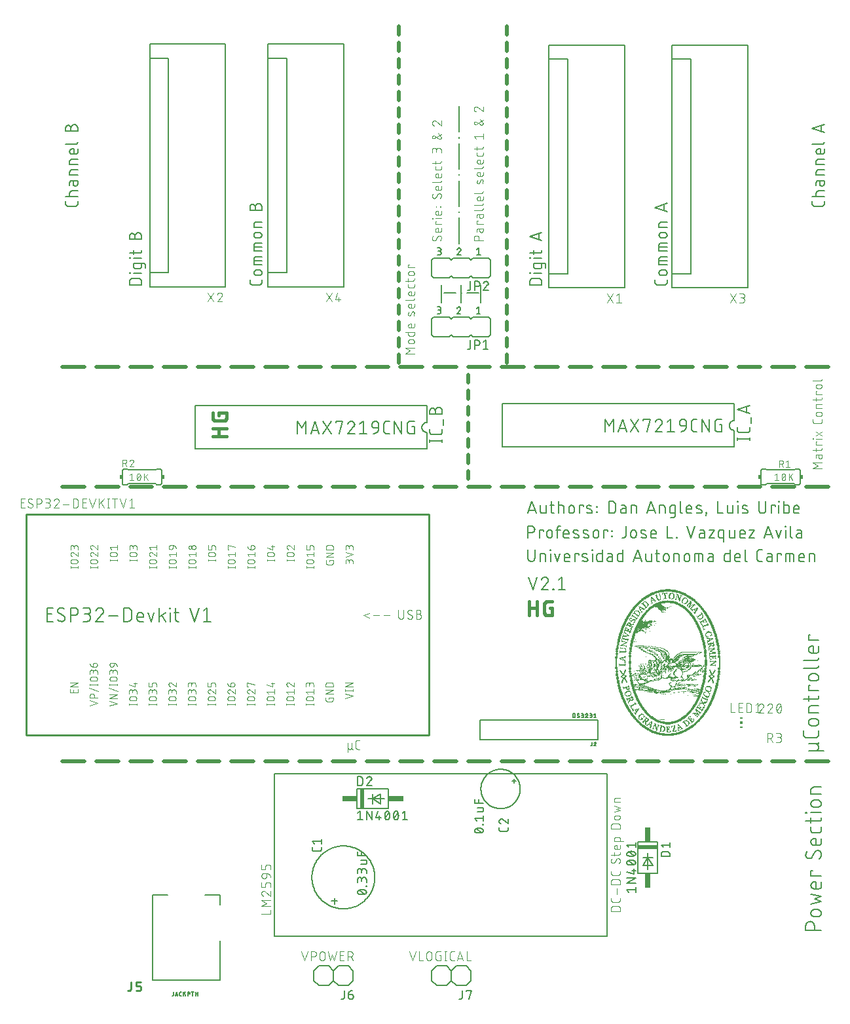
<source format=gbr>
G04 EAGLE Gerber RS-274X export*
G75*
%MOMM*%
%FSLAX34Y34*%
%LPD*%
%INSilkscreen Top*%
%IPPOS*%
%AMOC8*
5,1,8,0,0,1.08239X$1,22.5*%
G01*
%ADD10C,0.508000*%
%ADD11C,0.177800*%
%ADD12C,0.101600*%
%ADD13C,0.127000*%
%ADD14C,0.200000*%
%ADD15C,0.152400*%
%ADD16C,0.381000*%
%ADD17R,1.066800X0.030475*%
%ADD18R,1.554481X0.030481*%
%ADD19R,1.859281X0.030481*%
%ADD20R,2.164081X0.030475*%
%ADD21R,2.407919X0.030481*%
%ADD22R,2.651756X0.030475*%
%ADD23R,2.865119X0.030481*%
%ADD24R,3.078481X0.030481*%
%ADD25R,1.219200X0.030475*%
%ADD26R,1.036319X0.030481*%
%ADD27R,0.914400X0.030475*%
%ADD28R,0.853438X0.030481*%
%ADD29R,0.792481X0.030481*%
%ADD30R,0.822956X0.030481*%
%ADD31R,0.762000X0.030475*%
%ADD32R,0.731519X0.030481*%
%ADD33R,0.548638X0.030481*%
%ADD34R,0.701037X0.030481*%
%ADD35R,0.670556X0.030475*%
%ADD36R,0.213356X0.030475*%
%ADD37R,0.091438X0.030475*%
%ADD38R,0.670563X0.030475*%
%ADD39R,0.640075X0.030481*%
%ADD40R,0.213363X0.030481*%
%ADD41R,0.121919X0.030481*%
%ADD42R,0.091438X0.030481*%
%ADD43R,0.152400X0.030481*%
%ADD44R,0.670556X0.030481*%
%ADD45R,0.060956X0.030481*%
%ADD46R,0.640081X0.030481*%
%ADD47R,0.609600X0.030475*%
%ADD48R,0.243838X0.030475*%
%ADD49R,0.121919X0.030475*%
%ADD50R,0.030481X0.030475*%
%ADD51R,0.640081X0.030475*%
%ADD52R,0.579119X0.030481*%
%ADD53R,0.030481X0.030481*%
%ADD54R,0.609600X0.030481*%
%ADD55R,0.579119X0.030475*%
%ADD56R,0.060956X0.030475*%
%ADD57R,0.060963X0.030481*%
%ADD58R,0.030475X0.030481*%
%ADD59R,0.548638X0.030475*%
%ADD60R,0.030475X0.030475*%
%ADD61R,0.152400X0.030475*%
%ADD62R,0.518156X0.030481*%
%ADD63R,0.518156X0.030475*%
%ADD64R,0.518162X0.030481*%
%ADD65R,0.487675X0.030481*%
%ADD66R,0.304800X0.030481*%
%ADD67R,0.487681X0.030481*%
%ADD68R,0.487681X0.030475*%
%ADD69R,0.213356X0.030481*%
%ADD70R,0.487675X0.030475*%
%ADD71R,0.457200X0.030481*%
%ADD72R,0.457200X0.030475*%
%ADD73R,0.426719X0.030481*%
%ADD74R,0.426719X0.030475*%
%ADD75R,0.060963X0.030475*%
%ADD76R,0.274319X0.030475*%
%ADD77R,0.396238X0.030475*%
%ADD78R,0.243838X0.030481*%
%ADD79R,0.182881X0.030481*%
%ADD80R,0.274319X0.030481*%
%ADD81R,0.182881X0.030475*%
%ADD82R,0.396238X0.030481*%
%ADD83R,0.670563X0.030481*%
%ADD84R,1.097281X0.030475*%
%ADD85R,1.402081X0.030481*%
%ADD86R,0.365756X0.030481*%
%ADD87R,1.645919X0.030481*%
%ADD88R,0.365756X0.030475*%
%ADD89R,1.889763X0.030475*%
%ADD90R,0.365762X0.030475*%
%ADD91R,0.365762X0.030481*%
%ADD92R,2.072637X0.030481*%
%ADD93R,2.255519X0.030475*%
%ADD94R,2.438400X0.030481*%
%ADD95R,1.127756X0.030481*%
%ADD96R,0.975356X0.030475*%
%ADD97R,0.182875X0.030475*%
%ADD98R,0.731519X0.030475*%
%ADD99R,0.335281X0.030475*%
%ADD100R,0.335281X0.030481*%
%ADD101R,0.335275X0.030481*%
%ADD102R,0.182875X0.030481*%
%ADD103R,0.518162X0.030475*%
%ADD104R,0.335275X0.030475*%
%ADD105R,0.304800X0.030475*%
%ADD106R,0.213363X0.030475*%
%ADD107R,0.701037X0.030475*%
%ADD108R,0.944881X0.030481*%
%ADD109R,1.341119X0.030481*%
%ADD110R,1.310638X0.030475*%
%ADD111R,1.432556X0.030481*%
%ADD112R,0.762000X0.030481*%
%ADD113R,0.792481X0.030475*%
%ADD114R,0.640075X0.030475*%
%ADD115R,1.493519X0.030481*%
%ADD116R,0.853438X0.030475*%
%ADD117R,0.792475X0.030475*%
%ADD118R,1.615438X0.030481*%
%ADD119R,1.280156X0.030481*%
%ADD120R,1.371600X0.030475*%
%ADD121R,1.249675X0.030481*%
%ADD122R,1.188719X0.030475*%
%ADD123R,0.914400X0.030481*%
%ADD124R,0.944875X0.030475*%
%ADD125R,2.499363X0.030481*%
%ADD126R,2.316481X0.030475*%
%ADD127R,2.133600X0.030481*%
%ADD128R,1.950719X0.030481*%
%ADD129R,1.767838X0.030475*%
%ADD130R,1.524000X0.030481*%
%ADD131R,0.792475X0.030481*%
%ADD132R,0.883919X0.030475*%
%ADD133R,1.005837X0.030481*%
%ADD134R,1.158238X0.030475*%
%ADD135R,1.127756X0.030475*%
%ADD136R,3.139438X0.030481*%
%ADD137R,2.956556X0.030481*%
%ADD138R,2.712719X0.030475*%
%ADD139R,2.529838X0.030481*%
%ADD140R,2.286000X0.030475*%
%ADD141R,1.981200X0.030481*%
%ADD142R,1.676400X0.030481*%
%ADD143R,1.249681X0.030475*%
%ADD144R,2.540000X0.508000*%
%ADD145R,0.762000X1.905000*%
%ADD146R,0.508000X2.540000*%
%ADD147R,1.905000X0.762000*%
%ADD148C,0.203200*%
%ADD149C,0.279400*%
%ADD150R,0.300000X0.150000*%
%ADD151R,0.300000X0.300000*%
%ADD152R,0.381000X0.508000*%
%ADD153C,0.076200*%
%ADD154C,0.254000*%


D10*
X487600Y-812725D02*
X516066Y-812725D01*
X531306Y-812725D02*
X559772Y-812725D01*
X575012Y-812725D02*
X603478Y-812725D01*
X618718Y-812725D02*
X647184Y-812725D01*
X662424Y-812725D02*
X690890Y-812725D01*
X706130Y-812725D02*
X734597Y-812725D01*
X749837Y-812725D02*
X778303Y-812725D01*
X793543Y-812725D02*
X822009Y-812725D01*
X837249Y-812725D02*
X865715Y-812725D01*
X880955Y-812725D02*
X909421Y-812725D01*
X924661Y-812725D02*
X953127Y-812725D01*
X968367Y-812725D02*
X996833Y-812725D01*
X1012073Y-812725D02*
X1040539Y-812725D01*
X1055779Y-812725D02*
X1084245Y-812725D01*
X1099485Y-812725D02*
X1127951Y-812725D01*
X1143191Y-812725D02*
X1171657Y-812725D01*
X1186897Y-812725D02*
X1215363Y-812725D01*
X1230603Y-812725D02*
X1259070Y-812725D01*
X1274310Y-812725D02*
X1302776Y-812725D01*
X1318016Y-812725D02*
X1346482Y-812725D01*
X1361722Y-812725D02*
X1390188Y-812725D01*
X1405428Y-812725D02*
X1433894Y-812725D01*
X1449134Y-812725D02*
X1477600Y-812725D01*
X516066Y-1167725D02*
X487600Y-1167725D01*
X531306Y-1167725D02*
X559772Y-1167725D01*
X575012Y-1167725D02*
X603478Y-1167725D01*
X618718Y-1167725D02*
X647184Y-1167725D01*
X662424Y-1167725D02*
X690890Y-1167725D01*
X706130Y-1167725D02*
X734597Y-1167725D01*
X749837Y-1167725D02*
X778303Y-1167725D01*
X793543Y-1167725D02*
X822009Y-1167725D01*
X837249Y-1167725D02*
X865715Y-1167725D01*
X880955Y-1167725D02*
X909421Y-1167725D01*
X924661Y-1167725D02*
X953127Y-1167725D01*
X968367Y-1167725D02*
X996833Y-1167725D01*
X1012073Y-1167725D02*
X1040539Y-1167725D01*
X1055779Y-1167725D02*
X1084245Y-1167725D01*
X1099485Y-1167725D02*
X1127951Y-1167725D01*
X1143191Y-1167725D02*
X1171657Y-1167725D01*
X1186897Y-1167725D02*
X1215363Y-1167725D01*
X1230603Y-1167725D02*
X1259070Y-1167725D01*
X1274310Y-1167725D02*
X1302776Y-1167725D01*
X1318016Y-1167725D02*
X1346482Y-1167725D01*
X1361722Y-1167725D02*
X1390188Y-1167725D01*
X1405428Y-1167725D02*
X1433894Y-1167725D01*
X1449134Y-1167725D02*
X1477600Y-1167725D01*
X516066Y-657725D02*
X487600Y-657725D01*
X531306Y-657725D02*
X559772Y-657725D01*
X575012Y-657725D02*
X603478Y-657725D01*
X618718Y-657725D02*
X647184Y-657725D01*
X662424Y-657725D02*
X690890Y-657725D01*
X706130Y-657725D02*
X734597Y-657725D01*
X749837Y-657725D02*
X778303Y-657725D01*
X793543Y-657725D02*
X822009Y-657725D01*
X837249Y-657725D02*
X865715Y-657725D01*
X880955Y-657725D02*
X909421Y-657725D01*
X924661Y-657725D02*
X953127Y-657725D01*
X968367Y-657725D02*
X996833Y-657725D01*
X1012073Y-657725D02*
X1040539Y-657725D01*
X1055779Y-657725D02*
X1084245Y-657725D01*
X1099485Y-657725D02*
X1127951Y-657725D01*
X1143191Y-657725D02*
X1171657Y-657725D01*
X1186897Y-657725D02*
X1215363Y-657725D01*
X1230603Y-657725D02*
X1259070Y-657725D01*
X1274310Y-657725D02*
X1302776Y-657725D01*
X1318016Y-657725D02*
X1346482Y-657725D01*
X1361722Y-657725D02*
X1390188Y-657725D01*
X1405428Y-657725D02*
X1433894Y-657725D01*
X1449134Y-657725D02*
X1477600Y-657725D01*
X922600Y-652725D02*
X922600Y-641687D01*
X922600Y-631527D02*
X922600Y-620489D01*
X922600Y-610329D02*
X922600Y-599291D01*
X922600Y-589131D02*
X922600Y-578093D01*
X922600Y-567933D02*
X922600Y-556895D01*
X922600Y-546735D02*
X922600Y-535696D01*
X922600Y-525536D02*
X922600Y-514498D01*
X922600Y-504338D02*
X922600Y-493300D01*
X922600Y-483140D02*
X922600Y-472102D01*
X922600Y-461942D02*
X922600Y-450904D01*
X922600Y-440744D02*
X922600Y-429706D01*
X922600Y-419546D02*
X922600Y-408508D01*
X922600Y-398348D02*
X922600Y-387310D01*
X922600Y-377150D02*
X922600Y-366112D01*
X922600Y-355952D02*
X922600Y-344914D01*
X922600Y-334754D02*
X922600Y-323715D01*
X922600Y-313555D02*
X922600Y-302517D01*
X922600Y-292357D02*
X922600Y-281319D01*
X922600Y-271159D02*
X922600Y-260121D01*
X922600Y-249961D02*
X922600Y-238923D01*
X922600Y-228763D02*
X922600Y-217725D01*
X1062600Y-641687D02*
X1062600Y-652725D01*
X1062600Y-631527D02*
X1062600Y-620489D01*
X1062600Y-610329D02*
X1062600Y-599291D01*
X1062600Y-589131D02*
X1062600Y-578093D01*
X1062600Y-567933D02*
X1062600Y-556895D01*
X1062600Y-546735D02*
X1062600Y-535696D01*
X1062600Y-525536D02*
X1062600Y-514498D01*
X1062600Y-504338D02*
X1062600Y-493300D01*
X1062600Y-483140D02*
X1062600Y-472102D01*
X1062600Y-461942D02*
X1062600Y-450904D01*
X1062600Y-440744D02*
X1062600Y-429706D01*
X1062600Y-419546D02*
X1062600Y-408508D01*
X1062600Y-398348D02*
X1062600Y-387310D01*
X1062600Y-377150D02*
X1062600Y-366112D01*
X1062600Y-355952D02*
X1062600Y-344914D01*
X1062600Y-334754D02*
X1062600Y-323715D01*
X1062600Y-313555D02*
X1062600Y-302517D01*
X1062600Y-292357D02*
X1062600Y-281319D01*
X1062600Y-271159D02*
X1062600Y-260121D01*
X1062600Y-249961D02*
X1062600Y-238923D01*
X1062600Y-228763D02*
X1062600Y-217725D01*
X1012600Y-667725D02*
X1012600Y-678302D01*
X1012600Y-688462D02*
X1012600Y-699039D01*
X1012600Y-709199D02*
X1012600Y-719776D01*
X1012600Y-729936D02*
X1012600Y-740514D01*
X1012600Y-750674D02*
X1012600Y-761251D01*
X1012600Y-771411D02*
X1012600Y-781988D01*
X1012600Y-792148D02*
X1012600Y-802725D01*
D11*
X1448689Y-1385763D02*
X1468755Y-1385763D01*
X1448689Y-1385763D02*
X1448689Y-1380189D01*
X1448691Y-1380041D01*
X1448697Y-1379892D01*
X1448707Y-1379744D01*
X1448721Y-1379597D01*
X1448738Y-1379449D01*
X1448760Y-1379302D01*
X1448786Y-1379156D01*
X1448815Y-1379011D01*
X1448848Y-1378866D01*
X1448885Y-1378722D01*
X1448926Y-1378580D01*
X1448971Y-1378438D01*
X1449020Y-1378298D01*
X1449072Y-1378159D01*
X1449128Y-1378022D01*
X1449187Y-1377886D01*
X1449250Y-1377751D01*
X1449317Y-1377619D01*
X1449387Y-1377488D01*
X1449461Y-1377359D01*
X1449538Y-1377232D01*
X1449618Y-1377108D01*
X1449702Y-1376985D01*
X1449789Y-1376865D01*
X1449879Y-1376747D01*
X1449972Y-1376631D01*
X1450068Y-1376518D01*
X1450167Y-1376408D01*
X1450269Y-1376300D01*
X1450374Y-1376195D01*
X1450482Y-1376093D01*
X1450592Y-1375994D01*
X1450705Y-1375898D01*
X1450821Y-1375805D01*
X1450939Y-1375715D01*
X1451059Y-1375628D01*
X1451182Y-1375544D01*
X1451306Y-1375464D01*
X1451433Y-1375387D01*
X1451562Y-1375313D01*
X1451693Y-1375243D01*
X1451825Y-1375176D01*
X1451960Y-1375113D01*
X1452096Y-1375054D01*
X1452233Y-1374998D01*
X1452372Y-1374946D01*
X1452512Y-1374897D01*
X1452654Y-1374852D01*
X1452796Y-1374811D01*
X1452940Y-1374774D01*
X1453085Y-1374741D01*
X1453230Y-1374712D01*
X1453376Y-1374686D01*
X1453523Y-1374664D01*
X1453671Y-1374647D01*
X1453818Y-1374633D01*
X1453966Y-1374623D01*
X1454115Y-1374617D01*
X1454263Y-1374615D01*
X1454411Y-1374617D01*
X1454560Y-1374623D01*
X1454708Y-1374633D01*
X1454855Y-1374647D01*
X1455003Y-1374664D01*
X1455150Y-1374686D01*
X1455296Y-1374712D01*
X1455441Y-1374741D01*
X1455586Y-1374774D01*
X1455730Y-1374811D01*
X1455872Y-1374852D01*
X1456014Y-1374897D01*
X1456154Y-1374946D01*
X1456293Y-1374998D01*
X1456430Y-1375054D01*
X1456566Y-1375113D01*
X1456701Y-1375176D01*
X1456833Y-1375243D01*
X1456964Y-1375313D01*
X1457093Y-1375387D01*
X1457220Y-1375464D01*
X1457344Y-1375544D01*
X1457467Y-1375628D01*
X1457587Y-1375715D01*
X1457705Y-1375805D01*
X1457821Y-1375898D01*
X1457934Y-1375994D01*
X1458044Y-1376093D01*
X1458152Y-1376195D01*
X1458257Y-1376300D01*
X1458359Y-1376408D01*
X1458458Y-1376518D01*
X1458554Y-1376631D01*
X1458647Y-1376747D01*
X1458737Y-1376865D01*
X1458824Y-1376985D01*
X1458908Y-1377108D01*
X1458988Y-1377232D01*
X1459065Y-1377359D01*
X1459139Y-1377488D01*
X1459209Y-1377619D01*
X1459276Y-1377751D01*
X1459339Y-1377886D01*
X1459398Y-1378022D01*
X1459454Y-1378159D01*
X1459506Y-1378298D01*
X1459555Y-1378438D01*
X1459600Y-1378580D01*
X1459641Y-1378722D01*
X1459678Y-1378866D01*
X1459711Y-1379011D01*
X1459740Y-1379156D01*
X1459766Y-1379302D01*
X1459788Y-1379449D01*
X1459805Y-1379597D01*
X1459819Y-1379744D01*
X1459829Y-1379892D01*
X1459835Y-1380041D01*
X1459837Y-1380189D01*
X1459837Y-1385763D01*
X1459837Y-1368151D02*
X1464296Y-1368151D01*
X1459837Y-1368151D02*
X1459705Y-1368149D01*
X1459573Y-1368143D01*
X1459441Y-1368133D01*
X1459310Y-1368120D01*
X1459179Y-1368102D01*
X1459048Y-1368081D01*
X1458919Y-1368055D01*
X1458790Y-1368026D01*
X1458662Y-1367993D01*
X1458535Y-1367957D01*
X1458409Y-1367916D01*
X1458284Y-1367872D01*
X1458161Y-1367824D01*
X1458039Y-1367773D01*
X1457919Y-1367718D01*
X1457801Y-1367659D01*
X1457684Y-1367597D01*
X1457569Y-1367531D01*
X1457457Y-1367463D01*
X1457346Y-1367390D01*
X1457237Y-1367315D01*
X1457131Y-1367236D01*
X1457027Y-1367155D01*
X1456926Y-1367070D01*
X1456827Y-1366982D01*
X1456731Y-1366891D01*
X1456638Y-1366798D01*
X1456547Y-1366702D01*
X1456459Y-1366603D01*
X1456374Y-1366502D01*
X1456293Y-1366398D01*
X1456214Y-1366292D01*
X1456139Y-1366183D01*
X1456066Y-1366072D01*
X1455998Y-1365960D01*
X1455932Y-1365845D01*
X1455870Y-1365728D01*
X1455811Y-1365610D01*
X1455756Y-1365490D01*
X1455705Y-1365368D01*
X1455657Y-1365245D01*
X1455613Y-1365120D01*
X1455572Y-1364994D01*
X1455536Y-1364867D01*
X1455503Y-1364739D01*
X1455474Y-1364610D01*
X1455448Y-1364481D01*
X1455427Y-1364350D01*
X1455409Y-1364219D01*
X1455396Y-1364088D01*
X1455386Y-1363956D01*
X1455380Y-1363824D01*
X1455378Y-1363692D01*
X1455380Y-1363560D01*
X1455386Y-1363428D01*
X1455396Y-1363296D01*
X1455409Y-1363165D01*
X1455427Y-1363034D01*
X1455448Y-1362903D01*
X1455474Y-1362774D01*
X1455503Y-1362645D01*
X1455536Y-1362517D01*
X1455572Y-1362390D01*
X1455613Y-1362264D01*
X1455657Y-1362139D01*
X1455705Y-1362016D01*
X1455756Y-1361894D01*
X1455811Y-1361774D01*
X1455870Y-1361656D01*
X1455932Y-1361539D01*
X1455998Y-1361424D01*
X1456066Y-1361312D01*
X1456139Y-1361201D01*
X1456214Y-1361092D01*
X1456293Y-1360986D01*
X1456374Y-1360882D01*
X1456459Y-1360781D01*
X1456547Y-1360682D01*
X1456638Y-1360586D01*
X1456731Y-1360493D01*
X1456827Y-1360402D01*
X1456926Y-1360314D01*
X1457027Y-1360229D01*
X1457131Y-1360148D01*
X1457237Y-1360069D01*
X1457346Y-1359994D01*
X1457457Y-1359921D01*
X1457569Y-1359853D01*
X1457684Y-1359787D01*
X1457801Y-1359725D01*
X1457919Y-1359666D01*
X1458039Y-1359611D01*
X1458161Y-1359560D01*
X1458284Y-1359512D01*
X1458409Y-1359468D01*
X1458535Y-1359427D01*
X1458662Y-1359391D01*
X1458790Y-1359358D01*
X1458919Y-1359329D01*
X1459048Y-1359303D01*
X1459179Y-1359282D01*
X1459310Y-1359264D01*
X1459441Y-1359251D01*
X1459573Y-1359241D01*
X1459705Y-1359235D01*
X1459837Y-1359233D01*
X1464296Y-1359233D01*
X1464428Y-1359235D01*
X1464560Y-1359241D01*
X1464692Y-1359251D01*
X1464823Y-1359264D01*
X1464954Y-1359282D01*
X1465085Y-1359303D01*
X1465214Y-1359329D01*
X1465343Y-1359358D01*
X1465471Y-1359391D01*
X1465598Y-1359427D01*
X1465724Y-1359468D01*
X1465849Y-1359512D01*
X1465972Y-1359560D01*
X1466094Y-1359611D01*
X1466214Y-1359666D01*
X1466332Y-1359725D01*
X1466449Y-1359787D01*
X1466564Y-1359853D01*
X1466676Y-1359921D01*
X1466787Y-1359994D01*
X1466896Y-1360069D01*
X1467002Y-1360148D01*
X1467106Y-1360229D01*
X1467207Y-1360314D01*
X1467306Y-1360402D01*
X1467402Y-1360493D01*
X1467495Y-1360586D01*
X1467586Y-1360682D01*
X1467674Y-1360781D01*
X1467759Y-1360882D01*
X1467840Y-1360986D01*
X1467919Y-1361092D01*
X1467994Y-1361201D01*
X1468067Y-1361312D01*
X1468135Y-1361424D01*
X1468201Y-1361539D01*
X1468263Y-1361656D01*
X1468322Y-1361774D01*
X1468377Y-1361894D01*
X1468428Y-1362016D01*
X1468476Y-1362139D01*
X1468520Y-1362264D01*
X1468561Y-1362390D01*
X1468597Y-1362517D01*
X1468630Y-1362645D01*
X1468659Y-1362774D01*
X1468685Y-1362903D01*
X1468706Y-1363034D01*
X1468724Y-1363165D01*
X1468737Y-1363296D01*
X1468747Y-1363428D01*
X1468753Y-1363560D01*
X1468755Y-1363692D01*
X1468753Y-1363824D01*
X1468747Y-1363956D01*
X1468737Y-1364088D01*
X1468724Y-1364219D01*
X1468706Y-1364350D01*
X1468685Y-1364481D01*
X1468659Y-1364610D01*
X1468630Y-1364739D01*
X1468597Y-1364867D01*
X1468561Y-1364994D01*
X1468520Y-1365120D01*
X1468476Y-1365245D01*
X1468428Y-1365368D01*
X1468377Y-1365490D01*
X1468322Y-1365610D01*
X1468263Y-1365728D01*
X1468201Y-1365845D01*
X1468135Y-1365960D01*
X1468067Y-1366072D01*
X1467994Y-1366183D01*
X1467919Y-1366292D01*
X1467840Y-1366398D01*
X1467759Y-1366502D01*
X1467674Y-1366603D01*
X1467586Y-1366702D01*
X1467495Y-1366798D01*
X1467402Y-1366891D01*
X1467306Y-1366982D01*
X1467207Y-1367070D01*
X1467106Y-1367155D01*
X1467002Y-1367236D01*
X1466896Y-1367315D01*
X1466787Y-1367390D01*
X1466676Y-1367463D01*
X1466564Y-1367531D01*
X1466449Y-1367597D01*
X1466332Y-1367659D01*
X1466214Y-1367718D01*
X1466094Y-1367773D01*
X1465972Y-1367824D01*
X1465849Y-1367872D01*
X1465724Y-1367916D01*
X1465598Y-1367957D01*
X1465471Y-1367993D01*
X1465343Y-1368026D01*
X1465214Y-1368055D01*
X1465085Y-1368081D01*
X1464954Y-1368102D01*
X1464823Y-1368120D01*
X1464692Y-1368133D01*
X1464560Y-1368143D01*
X1464428Y-1368149D01*
X1464296Y-1368151D01*
X1455378Y-1352460D02*
X1468755Y-1349116D01*
X1459837Y-1345771D01*
X1468755Y-1342427D01*
X1455378Y-1339083D01*
X1468755Y-1328966D02*
X1468755Y-1323392D01*
X1468755Y-1328966D02*
X1468753Y-1329080D01*
X1468747Y-1329194D01*
X1468737Y-1329308D01*
X1468724Y-1329421D01*
X1468706Y-1329534D01*
X1468685Y-1329646D01*
X1468660Y-1329758D01*
X1468631Y-1329868D01*
X1468598Y-1329978D01*
X1468562Y-1330086D01*
X1468522Y-1330193D01*
X1468478Y-1330298D01*
X1468431Y-1330402D01*
X1468380Y-1330504D01*
X1468326Y-1330605D01*
X1468268Y-1330703D01*
X1468207Y-1330800D01*
X1468143Y-1330894D01*
X1468076Y-1330987D01*
X1468005Y-1331076D01*
X1467931Y-1331164D01*
X1467855Y-1331248D01*
X1467776Y-1331331D01*
X1467693Y-1331410D01*
X1467609Y-1331486D01*
X1467521Y-1331560D01*
X1467432Y-1331631D01*
X1467339Y-1331698D01*
X1467245Y-1331762D01*
X1467148Y-1331823D01*
X1467050Y-1331881D01*
X1466949Y-1331935D01*
X1466847Y-1331986D01*
X1466743Y-1332033D01*
X1466638Y-1332077D01*
X1466531Y-1332117D01*
X1466423Y-1332153D01*
X1466313Y-1332186D01*
X1466203Y-1332215D01*
X1466091Y-1332240D01*
X1465979Y-1332261D01*
X1465866Y-1332279D01*
X1465753Y-1332292D01*
X1465639Y-1332302D01*
X1465525Y-1332308D01*
X1465411Y-1332310D01*
X1459837Y-1332310D01*
X1459705Y-1332308D01*
X1459573Y-1332302D01*
X1459441Y-1332292D01*
X1459310Y-1332279D01*
X1459179Y-1332261D01*
X1459048Y-1332240D01*
X1458919Y-1332214D01*
X1458790Y-1332185D01*
X1458662Y-1332152D01*
X1458535Y-1332116D01*
X1458409Y-1332075D01*
X1458284Y-1332031D01*
X1458161Y-1331983D01*
X1458039Y-1331932D01*
X1457919Y-1331877D01*
X1457801Y-1331818D01*
X1457684Y-1331756D01*
X1457569Y-1331690D01*
X1457457Y-1331622D01*
X1457346Y-1331549D01*
X1457237Y-1331474D01*
X1457131Y-1331395D01*
X1457027Y-1331314D01*
X1456926Y-1331229D01*
X1456827Y-1331141D01*
X1456731Y-1331050D01*
X1456638Y-1330957D01*
X1456547Y-1330861D01*
X1456459Y-1330762D01*
X1456374Y-1330661D01*
X1456293Y-1330557D01*
X1456214Y-1330451D01*
X1456139Y-1330342D01*
X1456066Y-1330231D01*
X1455998Y-1330119D01*
X1455932Y-1330004D01*
X1455870Y-1329887D01*
X1455811Y-1329769D01*
X1455756Y-1329649D01*
X1455705Y-1329527D01*
X1455657Y-1329404D01*
X1455613Y-1329279D01*
X1455572Y-1329153D01*
X1455536Y-1329026D01*
X1455503Y-1328898D01*
X1455474Y-1328769D01*
X1455448Y-1328640D01*
X1455427Y-1328509D01*
X1455409Y-1328378D01*
X1455396Y-1328247D01*
X1455386Y-1328115D01*
X1455380Y-1327983D01*
X1455378Y-1327851D01*
X1455380Y-1327719D01*
X1455386Y-1327587D01*
X1455396Y-1327455D01*
X1455409Y-1327324D01*
X1455427Y-1327193D01*
X1455448Y-1327062D01*
X1455474Y-1326933D01*
X1455503Y-1326804D01*
X1455536Y-1326676D01*
X1455572Y-1326549D01*
X1455613Y-1326423D01*
X1455657Y-1326298D01*
X1455705Y-1326175D01*
X1455756Y-1326053D01*
X1455811Y-1325933D01*
X1455870Y-1325815D01*
X1455932Y-1325698D01*
X1455998Y-1325583D01*
X1456066Y-1325471D01*
X1456139Y-1325360D01*
X1456214Y-1325251D01*
X1456293Y-1325145D01*
X1456374Y-1325041D01*
X1456459Y-1324940D01*
X1456547Y-1324841D01*
X1456638Y-1324745D01*
X1456731Y-1324652D01*
X1456827Y-1324561D01*
X1456926Y-1324473D01*
X1457027Y-1324388D01*
X1457131Y-1324307D01*
X1457237Y-1324228D01*
X1457346Y-1324153D01*
X1457457Y-1324080D01*
X1457569Y-1324012D01*
X1457684Y-1323946D01*
X1457801Y-1323884D01*
X1457919Y-1323825D01*
X1458039Y-1323770D01*
X1458161Y-1323719D01*
X1458284Y-1323671D01*
X1458409Y-1323627D01*
X1458535Y-1323586D01*
X1458662Y-1323550D01*
X1458790Y-1323517D01*
X1458919Y-1323488D01*
X1459048Y-1323462D01*
X1459179Y-1323441D01*
X1459310Y-1323423D01*
X1459441Y-1323410D01*
X1459573Y-1323400D01*
X1459705Y-1323394D01*
X1459837Y-1323392D01*
X1462066Y-1323392D01*
X1462066Y-1332310D01*
X1455378Y-1315547D02*
X1468755Y-1315547D01*
X1455378Y-1315547D02*
X1455378Y-1308859D01*
X1457607Y-1308859D01*
X1468755Y-1287188D02*
X1468753Y-1287056D01*
X1468747Y-1286924D01*
X1468737Y-1286792D01*
X1468724Y-1286661D01*
X1468706Y-1286530D01*
X1468685Y-1286399D01*
X1468659Y-1286270D01*
X1468630Y-1286141D01*
X1468597Y-1286013D01*
X1468561Y-1285886D01*
X1468520Y-1285760D01*
X1468476Y-1285635D01*
X1468428Y-1285512D01*
X1468377Y-1285390D01*
X1468322Y-1285270D01*
X1468263Y-1285152D01*
X1468201Y-1285035D01*
X1468135Y-1284920D01*
X1468067Y-1284808D01*
X1467994Y-1284697D01*
X1467919Y-1284589D01*
X1467840Y-1284482D01*
X1467759Y-1284378D01*
X1467674Y-1284277D01*
X1467586Y-1284178D01*
X1467495Y-1284082D01*
X1467402Y-1283989D01*
X1467306Y-1283898D01*
X1467207Y-1283810D01*
X1467106Y-1283725D01*
X1467002Y-1283644D01*
X1466896Y-1283565D01*
X1466787Y-1283490D01*
X1466676Y-1283417D01*
X1466564Y-1283349D01*
X1466449Y-1283283D01*
X1466332Y-1283221D01*
X1466214Y-1283162D01*
X1466094Y-1283107D01*
X1465972Y-1283056D01*
X1465849Y-1283008D01*
X1465724Y-1282964D01*
X1465598Y-1282923D01*
X1465471Y-1282887D01*
X1465343Y-1282854D01*
X1465214Y-1282825D01*
X1465085Y-1282799D01*
X1464954Y-1282778D01*
X1464823Y-1282760D01*
X1464692Y-1282747D01*
X1464560Y-1282737D01*
X1464428Y-1282731D01*
X1464296Y-1282729D01*
X1468755Y-1287188D02*
X1468752Y-1287413D01*
X1468744Y-1287639D01*
X1468731Y-1287864D01*
X1468712Y-1288088D01*
X1468688Y-1288312D01*
X1468658Y-1288536D01*
X1468623Y-1288758D01*
X1468583Y-1288980D01*
X1468537Y-1289201D01*
X1468487Y-1289420D01*
X1468431Y-1289639D01*
X1468369Y-1289856D01*
X1468303Y-1290071D01*
X1468231Y-1290285D01*
X1468155Y-1290497D01*
X1468073Y-1290707D01*
X1467986Y-1290915D01*
X1467895Y-1291121D01*
X1467798Y-1291324D01*
X1467697Y-1291526D01*
X1467591Y-1291725D01*
X1467480Y-1291921D01*
X1467364Y-1292114D01*
X1467244Y-1292305D01*
X1467119Y-1292493D01*
X1466990Y-1292677D01*
X1466857Y-1292859D01*
X1466719Y-1293037D01*
X1466577Y-1293212D01*
X1466431Y-1293384D01*
X1466280Y-1293552D01*
X1466126Y-1293716D01*
X1465968Y-1293877D01*
X1453148Y-1293319D02*
X1453016Y-1293317D01*
X1452884Y-1293311D01*
X1452752Y-1293301D01*
X1452621Y-1293288D01*
X1452490Y-1293270D01*
X1452359Y-1293249D01*
X1452230Y-1293223D01*
X1452101Y-1293194D01*
X1451973Y-1293161D01*
X1451846Y-1293125D01*
X1451720Y-1293084D01*
X1451595Y-1293040D01*
X1451472Y-1292992D01*
X1451350Y-1292941D01*
X1451230Y-1292886D01*
X1451112Y-1292827D01*
X1450995Y-1292765D01*
X1450880Y-1292699D01*
X1450768Y-1292631D01*
X1450657Y-1292558D01*
X1450548Y-1292483D01*
X1450442Y-1292404D01*
X1450338Y-1292323D01*
X1450237Y-1292238D01*
X1450138Y-1292150D01*
X1450042Y-1292059D01*
X1449949Y-1291966D01*
X1449858Y-1291870D01*
X1449770Y-1291771D01*
X1449685Y-1291670D01*
X1449604Y-1291566D01*
X1449525Y-1291460D01*
X1449450Y-1291351D01*
X1449377Y-1291240D01*
X1449309Y-1291128D01*
X1449243Y-1291013D01*
X1449181Y-1290896D01*
X1449122Y-1290778D01*
X1449067Y-1290658D01*
X1449016Y-1290536D01*
X1448968Y-1290413D01*
X1448924Y-1290288D01*
X1448883Y-1290162D01*
X1448847Y-1290035D01*
X1448814Y-1289907D01*
X1448785Y-1289778D01*
X1448759Y-1289649D01*
X1448738Y-1289518D01*
X1448720Y-1289387D01*
X1448707Y-1289256D01*
X1448697Y-1289124D01*
X1448691Y-1288992D01*
X1448689Y-1288860D01*
X1448691Y-1288661D01*
X1448698Y-1288462D01*
X1448710Y-1288263D01*
X1448727Y-1288064D01*
X1448748Y-1287866D01*
X1448774Y-1287668D01*
X1448805Y-1287472D01*
X1448841Y-1287275D01*
X1448881Y-1287080D01*
X1448925Y-1286886D01*
X1448975Y-1286693D01*
X1449029Y-1286501D01*
X1449087Y-1286311D01*
X1449150Y-1286122D01*
X1449218Y-1285934D01*
X1449290Y-1285748D01*
X1449366Y-1285564D01*
X1449447Y-1285382D01*
X1449532Y-1285202D01*
X1449621Y-1285024D01*
X1449715Y-1284848D01*
X1449812Y-1284674D01*
X1449914Y-1284503D01*
X1450020Y-1284334D01*
X1450130Y-1284168D01*
X1450244Y-1284004D01*
X1450361Y-1283843D01*
X1457050Y-1291089D02*
X1456982Y-1291201D01*
X1456911Y-1291310D01*
X1456837Y-1291418D01*
X1456759Y-1291523D01*
X1456679Y-1291626D01*
X1456596Y-1291727D01*
X1456510Y-1291825D01*
X1456421Y-1291921D01*
X1456329Y-1292014D01*
X1456235Y-1292104D01*
X1456138Y-1292192D01*
X1456039Y-1292277D01*
X1455937Y-1292359D01*
X1455833Y-1292437D01*
X1455726Y-1292513D01*
X1455618Y-1292586D01*
X1455507Y-1292656D01*
X1455395Y-1292722D01*
X1455281Y-1292785D01*
X1455165Y-1292845D01*
X1455047Y-1292902D01*
X1454927Y-1292955D01*
X1454807Y-1293004D01*
X1454684Y-1293050D01*
X1454561Y-1293093D01*
X1454436Y-1293132D01*
X1454310Y-1293167D01*
X1454184Y-1293199D01*
X1454056Y-1293227D01*
X1453928Y-1293251D01*
X1453799Y-1293272D01*
X1453669Y-1293289D01*
X1453539Y-1293302D01*
X1453409Y-1293311D01*
X1453279Y-1293317D01*
X1453148Y-1293319D01*
X1460394Y-1284959D02*
X1460462Y-1284847D01*
X1460533Y-1284738D01*
X1460607Y-1284630D01*
X1460685Y-1284525D01*
X1460765Y-1284422D01*
X1460848Y-1284321D01*
X1460934Y-1284223D01*
X1461023Y-1284127D01*
X1461115Y-1284034D01*
X1461209Y-1283944D01*
X1461306Y-1283856D01*
X1461405Y-1283771D01*
X1461507Y-1283689D01*
X1461611Y-1283611D01*
X1461718Y-1283535D01*
X1461826Y-1283462D01*
X1461937Y-1283392D01*
X1462049Y-1283326D01*
X1462163Y-1283263D01*
X1462279Y-1283203D01*
X1462397Y-1283146D01*
X1462517Y-1283093D01*
X1462637Y-1283044D01*
X1462760Y-1282998D01*
X1462883Y-1282955D01*
X1463008Y-1282916D01*
X1463134Y-1282881D01*
X1463260Y-1282849D01*
X1463388Y-1282821D01*
X1463516Y-1282797D01*
X1463645Y-1282776D01*
X1463775Y-1282759D01*
X1463905Y-1282746D01*
X1464035Y-1282737D01*
X1464165Y-1282731D01*
X1464296Y-1282729D01*
X1460394Y-1284958D02*
X1457050Y-1291090D01*
X1468755Y-1272733D02*
X1468755Y-1267159D01*
X1468755Y-1272733D02*
X1468753Y-1272847D01*
X1468747Y-1272961D01*
X1468737Y-1273075D01*
X1468724Y-1273188D01*
X1468706Y-1273301D01*
X1468685Y-1273413D01*
X1468660Y-1273525D01*
X1468631Y-1273635D01*
X1468598Y-1273745D01*
X1468562Y-1273853D01*
X1468522Y-1273960D01*
X1468478Y-1274065D01*
X1468431Y-1274169D01*
X1468380Y-1274271D01*
X1468326Y-1274372D01*
X1468268Y-1274470D01*
X1468207Y-1274567D01*
X1468143Y-1274661D01*
X1468076Y-1274754D01*
X1468005Y-1274843D01*
X1467931Y-1274931D01*
X1467855Y-1275015D01*
X1467776Y-1275098D01*
X1467693Y-1275177D01*
X1467609Y-1275253D01*
X1467521Y-1275327D01*
X1467432Y-1275398D01*
X1467339Y-1275465D01*
X1467245Y-1275529D01*
X1467148Y-1275590D01*
X1467050Y-1275648D01*
X1466949Y-1275702D01*
X1466847Y-1275753D01*
X1466743Y-1275800D01*
X1466638Y-1275844D01*
X1466531Y-1275884D01*
X1466423Y-1275920D01*
X1466313Y-1275953D01*
X1466203Y-1275982D01*
X1466091Y-1276007D01*
X1465979Y-1276028D01*
X1465866Y-1276046D01*
X1465753Y-1276059D01*
X1465639Y-1276069D01*
X1465525Y-1276075D01*
X1465411Y-1276077D01*
X1459837Y-1276077D01*
X1459705Y-1276075D01*
X1459573Y-1276069D01*
X1459441Y-1276059D01*
X1459310Y-1276046D01*
X1459179Y-1276028D01*
X1459048Y-1276007D01*
X1458919Y-1275981D01*
X1458790Y-1275952D01*
X1458662Y-1275919D01*
X1458535Y-1275883D01*
X1458409Y-1275842D01*
X1458284Y-1275798D01*
X1458161Y-1275750D01*
X1458039Y-1275699D01*
X1457919Y-1275644D01*
X1457801Y-1275585D01*
X1457684Y-1275523D01*
X1457569Y-1275457D01*
X1457457Y-1275389D01*
X1457346Y-1275316D01*
X1457237Y-1275241D01*
X1457131Y-1275162D01*
X1457027Y-1275081D01*
X1456926Y-1274996D01*
X1456827Y-1274908D01*
X1456731Y-1274817D01*
X1456638Y-1274724D01*
X1456547Y-1274628D01*
X1456459Y-1274529D01*
X1456374Y-1274428D01*
X1456293Y-1274324D01*
X1456214Y-1274218D01*
X1456139Y-1274109D01*
X1456066Y-1273998D01*
X1455998Y-1273886D01*
X1455932Y-1273771D01*
X1455870Y-1273654D01*
X1455811Y-1273536D01*
X1455756Y-1273416D01*
X1455705Y-1273294D01*
X1455657Y-1273171D01*
X1455613Y-1273046D01*
X1455572Y-1272920D01*
X1455536Y-1272793D01*
X1455503Y-1272665D01*
X1455474Y-1272536D01*
X1455448Y-1272407D01*
X1455427Y-1272276D01*
X1455409Y-1272145D01*
X1455396Y-1272014D01*
X1455386Y-1271882D01*
X1455380Y-1271750D01*
X1455378Y-1271618D01*
X1455380Y-1271486D01*
X1455386Y-1271354D01*
X1455396Y-1271222D01*
X1455409Y-1271091D01*
X1455427Y-1270960D01*
X1455448Y-1270829D01*
X1455474Y-1270700D01*
X1455503Y-1270571D01*
X1455536Y-1270443D01*
X1455572Y-1270316D01*
X1455613Y-1270190D01*
X1455657Y-1270065D01*
X1455705Y-1269942D01*
X1455756Y-1269820D01*
X1455811Y-1269700D01*
X1455870Y-1269582D01*
X1455932Y-1269465D01*
X1455998Y-1269350D01*
X1456066Y-1269238D01*
X1456139Y-1269127D01*
X1456214Y-1269018D01*
X1456293Y-1268912D01*
X1456374Y-1268808D01*
X1456459Y-1268707D01*
X1456547Y-1268608D01*
X1456638Y-1268512D01*
X1456731Y-1268419D01*
X1456827Y-1268328D01*
X1456926Y-1268240D01*
X1457027Y-1268155D01*
X1457131Y-1268074D01*
X1457237Y-1267995D01*
X1457346Y-1267920D01*
X1457457Y-1267847D01*
X1457569Y-1267779D01*
X1457684Y-1267713D01*
X1457801Y-1267651D01*
X1457919Y-1267592D01*
X1458039Y-1267537D01*
X1458161Y-1267486D01*
X1458284Y-1267438D01*
X1458409Y-1267394D01*
X1458535Y-1267353D01*
X1458662Y-1267317D01*
X1458790Y-1267284D01*
X1458919Y-1267255D01*
X1459048Y-1267229D01*
X1459179Y-1267208D01*
X1459310Y-1267190D01*
X1459441Y-1267177D01*
X1459573Y-1267167D01*
X1459705Y-1267161D01*
X1459837Y-1267159D01*
X1462066Y-1267159D01*
X1462066Y-1276077D01*
X1468755Y-1256649D02*
X1468755Y-1252190D01*
X1468755Y-1256649D02*
X1468753Y-1256763D01*
X1468747Y-1256877D01*
X1468737Y-1256991D01*
X1468724Y-1257104D01*
X1468706Y-1257217D01*
X1468685Y-1257329D01*
X1468660Y-1257441D01*
X1468631Y-1257551D01*
X1468598Y-1257661D01*
X1468562Y-1257769D01*
X1468522Y-1257876D01*
X1468478Y-1257981D01*
X1468431Y-1258085D01*
X1468380Y-1258187D01*
X1468326Y-1258288D01*
X1468268Y-1258386D01*
X1468207Y-1258483D01*
X1468143Y-1258577D01*
X1468076Y-1258670D01*
X1468005Y-1258759D01*
X1467931Y-1258847D01*
X1467855Y-1258931D01*
X1467776Y-1259014D01*
X1467693Y-1259093D01*
X1467609Y-1259169D01*
X1467521Y-1259243D01*
X1467432Y-1259314D01*
X1467339Y-1259381D01*
X1467245Y-1259445D01*
X1467148Y-1259506D01*
X1467050Y-1259564D01*
X1466949Y-1259618D01*
X1466847Y-1259669D01*
X1466743Y-1259716D01*
X1466638Y-1259760D01*
X1466531Y-1259800D01*
X1466423Y-1259836D01*
X1466313Y-1259869D01*
X1466203Y-1259898D01*
X1466091Y-1259923D01*
X1465979Y-1259944D01*
X1465866Y-1259962D01*
X1465753Y-1259975D01*
X1465639Y-1259985D01*
X1465525Y-1259991D01*
X1465411Y-1259993D01*
X1465411Y-1259994D02*
X1458722Y-1259994D01*
X1458722Y-1259993D02*
X1458608Y-1259991D01*
X1458494Y-1259985D01*
X1458380Y-1259975D01*
X1458267Y-1259962D01*
X1458154Y-1259944D01*
X1458042Y-1259923D01*
X1457930Y-1259898D01*
X1457820Y-1259869D01*
X1457710Y-1259836D01*
X1457602Y-1259800D01*
X1457495Y-1259760D01*
X1457390Y-1259716D01*
X1457286Y-1259669D01*
X1457184Y-1259618D01*
X1457083Y-1259564D01*
X1456985Y-1259506D01*
X1456888Y-1259445D01*
X1456794Y-1259381D01*
X1456701Y-1259314D01*
X1456612Y-1259243D01*
X1456524Y-1259169D01*
X1456440Y-1259093D01*
X1456357Y-1259014D01*
X1456278Y-1258931D01*
X1456202Y-1258847D01*
X1456128Y-1258759D01*
X1456057Y-1258670D01*
X1455990Y-1258577D01*
X1455926Y-1258483D01*
X1455865Y-1258386D01*
X1455807Y-1258288D01*
X1455753Y-1258187D01*
X1455702Y-1258085D01*
X1455655Y-1257981D01*
X1455611Y-1257876D01*
X1455571Y-1257769D01*
X1455535Y-1257661D01*
X1455502Y-1257551D01*
X1455473Y-1257441D01*
X1455448Y-1257329D01*
X1455427Y-1257217D01*
X1455409Y-1257104D01*
X1455396Y-1256991D01*
X1455386Y-1256877D01*
X1455380Y-1256763D01*
X1455378Y-1256649D01*
X1455378Y-1252190D01*
X1455378Y-1247260D02*
X1455378Y-1240571D01*
X1448689Y-1245030D02*
X1465411Y-1245030D01*
X1465525Y-1245028D01*
X1465639Y-1245022D01*
X1465753Y-1245012D01*
X1465866Y-1244999D01*
X1465979Y-1244981D01*
X1466091Y-1244960D01*
X1466203Y-1244935D01*
X1466313Y-1244906D01*
X1466423Y-1244873D01*
X1466531Y-1244837D01*
X1466638Y-1244797D01*
X1466743Y-1244753D01*
X1466847Y-1244706D01*
X1466949Y-1244655D01*
X1467050Y-1244601D01*
X1467148Y-1244543D01*
X1467245Y-1244482D01*
X1467339Y-1244418D01*
X1467432Y-1244351D01*
X1467521Y-1244280D01*
X1467609Y-1244206D01*
X1467693Y-1244130D01*
X1467776Y-1244051D01*
X1467855Y-1243968D01*
X1467931Y-1243884D01*
X1468005Y-1243796D01*
X1468076Y-1243707D01*
X1468143Y-1243614D01*
X1468207Y-1243520D01*
X1468268Y-1243423D01*
X1468326Y-1243325D01*
X1468380Y-1243224D01*
X1468431Y-1243122D01*
X1468478Y-1243018D01*
X1468522Y-1242913D01*
X1468562Y-1242806D01*
X1468598Y-1242698D01*
X1468631Y-1242588D01*
X1468660Y-1242478D01*
X1468685Y-1242366D01*
X1468706Y-1242254D01*
X1468724Y-1242141D01*
X1468737Y-1242028D01*
X1468747Y-1241914D01*
X1468753Y-1241800D01*
X1468755Y-1241686D01*
X1468755Y-1240571D01*
X1468755Y-1233924D02*
X1455378Y-1233924D01*
X1449804Y-1234481D02*
X1448689Y-1234481D01*
X1448689Y-1233366D01*
X1449804Y-1233366D01*
X1449804Y-1234481D01*
X1459837Y-1226642D02*
X1464296Y-1226642D01*
X1459837Y-1226642D02*
X1459705Y-1226640D01*
X1459573Y-1226634D01*
X1459441Y-1226624D01*
X1459310Y-1226611D01*
X1459179Y-1226593D01*
X1459048Y-1226572D01*
X1458919Y-1226546D01*
X1458790Y-1226517D01*
X1458662Y-1226484D01*
X1458535Y-1226448D01*
X1458409Y-1226407D01*
X1458284Y-1226363D01*
X1458161Y-1226315D01*
X1458039Y-1226264D01*
X1457919Y-1226209D01*
X1457801Y-1226150D01*
X1457684Y-1226088D01*
X1457569Y-1226022D01*
X1457457Y-1225954D01*
X1457346Y-1225881D01*
X1457237Y-1225806D01*
X1457131Y-1225727D01*
X1457027Y-1225646D01*
X1456926Y-1225561D01*
X1456827Y-1225473D01*
X1456731Y-1225382D01*
X1456638Y-1225289D01*
X1456547Y-1225193D01*
X1456459Y-1225094D01*
X1456374Y-1224993D01*
X1456293Y-1224889D01*
X1456214Y-1224783D01*
X1456139Y-1224674D01*
X1456066Y-1224563D01*
X1455998Y-1224451D01*
X1455932Y-1224336D01*
X1455870Y-1224219D01*
X1455811Y-1224101D01*
X1455756Y-1223981D01*
X1455705Y-1223859D01*
X1455657Y-1223736D01*
X1455613Y-1223611D01*
X1455572Y-1223485D01*
X1455536Y-1223358D01*
X1455503Y-1223230D01*
X1455474Y-1223101D01*
X1455448Y-1222972D01*
X1455427Y-1222841D01*
X1455409Y-1222710D01*
X1455396Y-1222579D01*
X1455386Y-1222447D01*
X1455380Y-1222315D01*
X1455378Y-1222183D01*
X1455380Y-1222051D01*
X1455386Y-1221919D01*
X1455396Y-1221787D01*
X1455409Y-1221656D01*
X1455427Y-1221525D01*
X1455448Y-1221394D01*
X1455474Y-1221265D01*
X1455503Y-1221136D01*
X1455536Y-1221008D01*
X1455572Y-1220881D01*
X1455613Y-1220755D01*
X1455657Y-1220630D01*
X1455705Y-1220507D01*
X1455756Y-1220385D01*
X1455811Y-1220265D01*
X1455870Y-1220147D01*
X1455932Y-1220030D01*
X1455998Y-1219915D01*
X1456066Y-1219803D01*
X1456139Y-1219692D01*
X1456214Y-1219583D01*
X1456293Y-1219477D01*
X1456374Y-1219373D01*
X1456459Y-1219272D01*
X1456547Y-1219173D01*
X1456638Y-1219077D01*
X1456731Y-1218984D01*
X1456827Y-1218893D01*
X1456926Y-1218805D01*
X1457027Y-1218720D01*
X1457131Y-1218639D01*
X1457237Y-1218560D01*
X1457346Y-1218485D01*
X1457457Y-1218412D01*
X1457569Y-1218344D01*
X1457684Y-1218278D01*
X1457801Y-1218216D01*
X1457919Y-1218157D01*
X1458039Y-1218102D01*
X1458161Y-1218051D01*
X1458284Y-1218003D01*
X1458409Y-1217959D01*
X1458535Y-1217918D01*
X1458662Y-1217882D01*
X1458790Y-1217849D01*
X1458919Y-1217820D01*
X1459048Y-1217794D01*
X1459179Y-1217773D01*
X1459310Y-1217755D01*
X1459441Y-1217742D01*
X1459573Y-1217732D01*
X1459705Y-1217726D01*
X1459837Y-1217724D01*
X1464296Y-1217724D01*
X1464428Y-1217726D01*
X1464560Y-1217732D01*
X1464692Y-1217742D01*
X1464823Y-1217755D01*
X1464954Y-1217773D01*
X1465085Y-1217794D01*
X1465214Y-1217820D01*
X1465343Y-1217849D01*
X1465471Y-1217882D01*
X1465598Y-1217918D01*
X1465724Y-1217959D01*
X1465849Y-1218003D01*
X1465972Y-1218051D01*
X1466094Y-1218102D01*
X1466214Y-1218157D01*
X1466332Y-1218216D01*
X1466449Y-1218278D01*
X1466564Y-1218344D01*
X1466676Y-1218412D01*
X1466787Y-1218485D01*
X1466896Y-1218560D01*
X1467002Y-1218639D01*
X1467106Y-1218720D01*
X1467207Y-1218805D01*
X1467306Y-1218893D01*
X1467402Y-1218984D01*
X1467495Y-1219077D01*
X1467586Y-1219173D01*
X1467674Y-1219272D01*
X1467759Y-1219373D01*
X1467840Y-1219477D01*
X1467919Y-1219583D01*
X1467994Y-1219692D01*
X1468067Y-1219803D01*
X1468135Y-1219915D01*
X1468201Y-1220030D01*
X1468263Y-1220147D01*
X1468322Y-1220265D01*
X1468377Y-1220385D01*
X1468428Y-1220507D01*
X1468476Y-1220630D01*
X1468520Y-1220755D01*
X1468561Y-1220881D01*
X1468597Y-1221008D01*
X1468630Y-1221136D01*
X1468659Y-1221265D01*
X1468685Y-1221394D01*
X1468706Y-1221525D01*
X1468724Y-1221656D01*
X1468737Y-1221787D01*
X1468747Y-1221919D01*
X1468753Y-1222051D01*
X1468755Y-1222183D01*
X1468753Y-1222315D01*
X1468747Y-1222447D01*
X1468737Y-1222579D01*
X1468724Y-1222710D01*
X1468706Y-1222841D01*
X1468685Y-1222972D01*
X1468659Y-1223101D01*
X1468630Y-1223230D01*
X1468597Y-1223358D01*
X1468561Y-1223485D01*
X1468520Y-1223611D01*
X1468476Y-1223736D01*
X1468428Y-1223859D01*
X1468377Y-1223981D01*
X1468322Y-1224101D01*
X1468263Y-1224219D01*
X1468201Y-1224336D01*
X1468135Y-1224451D01*
X1468067Y-1224563D01*
X1467994Y-1224674D01*
X1467919Y-1224783D01*
X1467840Y-1224889D01*
X1467759Y-1224993D01*
X1467674Y-1225094D01*
X1467586Y-1225193D01*
X1467495Y-1225289D01*
X1467402Y-1225382D01*
X1467306Y-1225473D01*
X1467207Y-1225561D01*
X1467106Y-1225646D01*
X1467002Y-1225727D01*
X1466896Y-1225806D01*
X1466787Y-1225881D01*
X1466676Y-1225954D01*
X1466564Y-1226022D01*
X1466449Y-1226088D01*
X1466332Y-1226150D01*
X1466214Y-1226209D01*
X1466094Y-1226264D01*
X1465972Y-1226315D01*
X1465849Y-1226363D01*
X1465724Y-1226407D01*
X1465598Y-1226448D01*
X1465471Y-1226484D01*
X1465343Y-1226517D01*
X1465214Y-1226546D01*
X1465085Y-1226572D01*
X1464954Y-1226593D01*
X1464823Y-1226611D01*
X1464692Y-1226624D01*
X1464560Y-1226634D01*
X1464428Y-1226640D01*
X1464296Y-1226642D01*
X1468755Y-1209957D02*
X1455378Y-1209957D01*
X1455378Y-1204383D01*
X1455380Y-1204269D01*
X1455386Y-1204155D01*
X1455396Y-1204041D01*
X1455409Y-1203928D01*
X1455427Y-1203815D01*
X1455448Y-1203703D01*
X1455473Y-1203591D01*
X1455502Y-1203481D01*
X1455535Y-1203371D01*
X1455571Y-1203263D01*
X1455611Y-1203156D01*
X1455655Y-1203051D01*
X1455702Y-1202947D01*
X1455753Y-1202845D01*
X1455807Y-1202744D01*
X1455865Y-1202646D01*
X1455926Y-1202549D01*
X1455990Y-1202455D01*
X1456057Y-1202362D01*
X1456128Y-1202273D01*
X1456202Y-1202185D01*
X1456278Y-1202101D01*
X1456357Y-1202018D01*
X1456440Y-1201939D01*
X1456524Y-1201863D01*
X1456612Y-1201789D01*
X1456701Y-1201719D01*
X1456794Y-1201651D01*
X1456888Y-1201587D01*
X1456984Y-1201526D01*
X1457083Y-1201468D01*
X1457184Y-1201414D01*
X1457286Y-1201363D01*
X1457390Y-1201316D01*
X1457495Y-1201272D01*
X1457602Y-1201232D01*
X1457710Y-1201196D01*
X1457820Y-1201163D01*
X1457930Y-1201134D01*
X1458042Y-1201109D01*
X1458154Y-1201088D01*
X1458267Y-1201070D01*
X1458380Y-1201057D01*
X1458494Y-1201047D01*
X1458608Y-1201041D01*
X1458722Y-1201039D01*
X1468755Y-1201039D01*
X1472269Y-1153865D02*
X1452203Y-1153865D01*
X1452203Y-1144947D02*
X1461121Y-1144947D01*
X1461253Y-1144949D01*
X1461385Y-1144955D01*
X1461517Y-1144965D01*
X1461648Y-1144978D01*
X1461779Y-1144996D01*
X1461910Y-1145017D01*
X1462039Y-1145043D01*
X1462168Y-1145072D01*
X1462296Y-1145105D01*
X1462423Y-1145141D01*
X1462549Y-1145182D01*
X1462674Y-1145226D01*
X1462797Y-1145274D01*
X1462919Y-1145325D01*
X1463039Y-1145380D01*
X1463157Y-1145439D01*
X1463274Y-1145501D01*
X1463389Y-1145567D01*
X1463501Y-1145635D01*
X1463612Y-1145708D01*
X1463721Y-1145783D01*
X1463827Y-1145862D01*
X1463931Y-1145943D01*
X1464032Y-1146028D01*
X1464131Y-1146116D01*
X1464227Y-1146207D01*
X1464320Y-1146300D01*
X1464411Y-1146396D01*
X1464499Y-1146495D01*
X1464584Y-1146596D01*
X1464665Y-1146700D01*
X1464744Y-1146806D01*
X1464819Y-1146915D01*
X1464892Y-1147026D01*
X1464960Y-1147138D01*
X1465026Y-1147253D01*
X1465088Y-1147370D01*
X1465147Y-1147488D01*
X1465202Y-1147608D01*
X1465253Y-1147730D01*
X1465301Y-1147853D01*
X1465345Y-1147978D01*
X1465386Y-1148104D01*
X1465422Y-1148231D01*
X1465455Y-1148359D01*
X1465484Y-1148488D01*
X1465510Y-1148617D01*
X1465531Y-1148748D01*
X1465549Y-1148879D01*
X1465562Y-1149010D01*
X1465572Y-1149142D01*
X1465578Y-1149274D01*
X1465580Y-1149406D01*
X1465578Y-1149538D01*
X1465572Y-1149670D01*
X1465562Y-1149802D01*
X1465549Y-1149933D01*
X1465531Y-1150064D01*
X1465510Y-1150195D01*
X1465484Y-1150324D01*
X1465455Y-1150453D01*
X1465422Y-1150581D01*
X1465386Y-1150708D01*
X1465345Y-1150834D01*
X1465301Y-1150959D01*
X1465253Y-1151082D01*
X1465202Y-1151204D01*
X1465147Y-1151324D01*
X1465088Y-1151442D01*
X1465026Y-1151559D01*
X1464960Y-1151674D01*
X1464892Y-1151786D01*
X1464819Y-1151897D01*
X1464744Y-1152006D01*
X1464665Y-1152112D01*
X1464584Y-1152216D01*
X1464499Y-1152317D01*
X1464411Y-1152416D01*
X1464320Y-1152512D01*
X1464227Y-1152605D01*
X1464131Y-1152696D01*
X1464032Y-1152784D01*
X1463931Y-1152869D01*
X1463827Y-1152950D01*
X1463721Y-1153029D01*
X1463612Y-1153104D01*
X1463501Y-1153177D01*
X1463389Y-1153245D01*
X1463274Y-1153311D01*
X1463157Y-1153373D01*
X1463039Y-1153432D01*
X1462919Y-1153487D01*
X1462797Y-1153538D01*
X1462674Y-1153586D01*
X1462549Y-1153630D01*
X1462423Y-1153671D01*
X1462296Y-1153707D01*
X1462168Y-1153740D01*
X1462039Y-1153769D01*
X1461910Y-1153795D01*
X1461779Y-1153816D01*
X1461648Y-1153834D01*
X1461517Y-1153847D01*
X1461385Y-1153857D01*
X1461253Y-1153863D01*
X1461121Y-1153865D01*
X1461121Y-1144947D02*
X1463350Y-1144947D01*
X1463350Y-1144948D02*
X1463442Y-1144946D01*
X1463534Y-1144940D01*
X1463626Y-1144931D01*
X1463717Y-1144918D01*
X1463808Y-1144901D01*
X1463897Y-1144880D01*
X1463986Y-1144855D01*
X1464074Y-1144827D01*
X1464161Y-1144795D01*
X1464246Y-1144760D01*
X1464329Y-1144721D01*
X1464411Y-1144679D01*
X1464492Y-1144634D01*
X1464570Y-1144585D01*
X1464646Y-1144533D01*
X1464720Y-1144478D01*
X1464791Y-1144420D01*
X1464860Y-1144359D01*
X1464927Y-1144295D01*
X1464991Y-1144228D01*
X1465052Y-1144159D01*
X1465110Y-1144088D01*
X1465165Y-1144014D01*
X1465217Y-1143938D01*
X1465266Y-1143860D01*
X1465311Y-1143779D01*
X1465353Y-1143697D01*
X1465392Y-1143614D01*
X1465427Y-1143529D01*
X1465459Y-1143442D01*
X1465487Y-1143354D01*
X1465512Y-1143265D01*
X1465533Y-1143176D01*
X1465550Y-1143085D01*
X1465563Y-1142994D01*
X1465572Y-1142902D01*
X1465578Y-1142810D01*
X1465580Y-1142718D01*
X1465580Y-1132469D02*
X1465580Y-1128010D01*
X1465580Y-1132469D02*
X1465578Y-1132601D01*
X1465572Y-1132733D01*
X1465562Y-1132865D01*
X1465549Y-1132996D01*
X1465531Y-1133127D01*
X1465510Y-1133258D01*
X1465484Y-1133387D01*
X1465455Y-1133516D01*
X1465422Y-1133644D01*
X1465386Y-1133771D01*
X1465345Y-1133897D01*
X1465301Y-1134022D01*
X1465253Y-1134145D01*
X1465202Y-1134267D01*
X1465147Y-1134387D01*
X1465088Y-1134505D01*
X1465026Y-1134622D01*
X1464960Y-1134737D01*
X1464892Y-1134849D01*
X1464819Y-1134960D01*
X1464744Y-1135069D01*
X1464665Y-1135175D01*
X1464584Y-1135279D01*
X1464499Y-1135380D01*
X1464411Y-1135479D01*
X1464320Y-1135575D01*
X1464227Y-1135668D01*
X1464131Y-1135759D01*
X1464032Y-1135847D01*
X1463931Y-1135932D01*
X1463827Y-1136013D01*
X1463721Y-1136092D01*
X1463612Y-1136167D01*
X1463501Y-1136240D01*
X1463389Y-1136308D01*
X1463274Y-1136374D01*
X1463157Y-1136436D01*
X1463039Y-1136495D01*
X1462919Y-1136550D01*
X1462797Y-1136601D01*
X1462674Y-1136649D01*
X1462549Y-1136693D01*
X1462423Y-1136734D01*
X1462296Y-1136770D01*
X1462168Y-1136803D01*
X1462039Y-1136832D01*
X1461910Y-1136858D01*
X1461779Y-1136879D01*
X1461648Y-1136897D01*
X1461517Y-1136910D01*
X1461385Y-1136920D01*
X1461253Y-1136926D01*
X1461121Y-1136928D01*
X1449973Y-1136928D01*
X1449841Y-1136926D01*
X1449709Y-1136920D01*
X1449577Y-1136910D01*
X1449446Y-1136897D01*
X1449315Y-1136879D01*
X1449184Y-1136858D01*
X1449055Y-1136832D01*
X1448926Y-1136803D01*
X1448798Y-1136770D01*
X1448671Y-1136734D01*
X1448545Y-1136693D01*
X1448420Y-1136649D01*
X1448297Y-1136601D01*
X1448175Y-1136550D01*
X1448055Y-1136495D01*
X1447937Y-1136436D01*
X1447820Y-1136374D01*
X1447705Y-1136308D01*
X1447593Y-1136240D01*
X1447482Y-1136167D01*
X1447374Y-1136092D01*
X1447267Y-1136013D01*
X1447163Y-1135932D01*
X1447062Y-1135847D01*
X1446963Y-1135759D01*
X1446867Y-1135668D01*
X1446774Y-1135575D01*
X1446683Y-1135479D01*
X1446595Y-1135380D01*
X1446511Y-1135279D01*
X1446429Y-1135175D01*
X1446350Y-1135069D01*
X1446275Y-1134960D01*
X1446203Y-1134849D01*
X1446134Y-1134737D01*
X1446068Y-1134622D01*
X1446006Y-1134505D01*
X1445947Y-1134387D01*
X1445892Y-1134267D01*
X1445841Y-1134145D01*
X1445793Y-1134022D01*
X1445749Y-1133897D01*
X1445708Y-1133771D01*
X1445672Y-1133644D01*
X1445639Y-1133516D01*
X1445610Y-1133388D01*
X1445584Y-1133258D01*
X1445563Y-1133127D01*
X1445545Y-1132996D01*
X1445532Y-1132865D01*
X1445522Y-1132733D01*
X1445516Y-1132601D01*
X1445514Y-1132469D01*
X1445514Y-1128010D01*
X1456662Y-1121568D02*
X1461121Y-1121568D01*
X1456662Y-1121568D02*
X1456530Y-1121566D01*
X1456398Y-1121560D01*
X1456266Y-1121550D01*
X1456135Y-1121537D01*
X1456004Y-1121519D01*
X1455873Y-1121498D01*
X1455744Y-1121472D01*
X1455615Y-1121443D01*
X1455487Y-1121410D01*
X1455360Y-1121374D01*
X1455234Y-1121333D01*
X1455109Y-1121289D01*
X1454986Y-1121241D01*
X1454864Y-1121190D01*
X1454744Y-1121135D01*
X1454626Y-1121076D01*
X1454509Y-1121014D01*
X1454394Y-1120948D01*
X1454282Y-1120880D01*
X1454171Y-1120807D01*
X1454062Y-1120732D01*
X1453956Y-1120653D01*
X1453852Y-1120572D01*
X1453751Y-1120487D01*
X1453652Y-1120399D01*
X1453556Y-1120308D01*
X1453463Y-1120215D01*
X1453372Y-1120119D01*
X1453284Y-1120020D01*
X1453199Y-1119919D01*
X1453118Y-1119815D01*
X1453039Y-1119709D01*
X1452964Y-1119600D01*
X1452891Y-1119489D01*
X1452823Y-1119377D01*
X1452757Y-1119262D01*
X1452695Y-1119145D01*
X1452636Y-1119027D01*
X1452581Y-1118907D01*
X1452530Y-1118785D01*
X1452482Y-1118662D01*
X1452438Y-1118537D01*
X1452397Y-1118411D01*
X1452361Y-1118284D01*
X1452328Y-1118156D01*
X1452299Y-1118027D01*
X1452273Y-1117898D01*
X1452252Y-1117767D01*
X1452234Y-1117636D01*
X1452221Y-1117505D01*
X1452211Y-1117373D01*
X1452205Y-1117241D01*
X1452203Y-1117109D01*
X1452205Y-1116977D01*
X1452211Y-1116845D01*
X1452221Y-1116713D01*
X1452234Y-1116582D01*
X1452252Y-1116451D01*
X1452273Y-1116320D01*
X1452299Y-1116191D01*
X1452328Y-1116062D01*
X1452361Y-1115934D01*
X1452397Y-1115807D01*
X1452438Y-1115681D01*
X1452482Y-1115556D01*
X1452530Y-1115433D01*
X1452581Y-1115311D01*
X1452636Y-1115191D01*
X1452695Y-1115073D01*
X1452757Y-1114956D01*
X1452823Y-1114841D01*
X1452891Y-1114729D01*
X1452964Y-1114618D01*
X1453039Y-1114509D01*
X1453118Y-1114403D01*
X1453199Y-1114299D01*
X1453284Y-1114198D01*
X1453372Y-1114099D01*
X1453463Y-1114003D01*
X1453556Y-1113910D01*
X1453652Y-1113819D01*
X1453751Y-1113731D01*
X1453852Y-1113646D01*
X1453956Y-1113565D01*
X1454062Y-1113486D01*
X1454171Y-1113411D01*
X1454282Y-1113338D01*
X1454394Y-1113270D01*
X1454509Y-1113204D01*
X1454626Y-1113142D01*
X1454744Y-1113083D01*
X1454864Y-1113028D01*
X1454986Y-1112977D01*
X1455109Y-1112929D01*
X1455234Y-1112885D01*
X1455360Y-1112844D01*
X1455487Y-1112808D01*
X1455615Y-1112775D01*
X1455744Y-1112746D01*
X1455873Y-1112720D01*
X1456004Y-1112699D01*
X1456135Y-1112681D01*
X1456266Y-1112668D01*
X1456398Y-1112658D01*
X1456530Y-1112652D01*
X1456662Y-1112650D01*
X1461121Y-1112650D01*
X1461253Y-1112652D01*
X1461385Y-1112658D01*
X1461517Y-1112668D01*
X1461648Y-1112681D01*
X1461779Y-1112699D01*
X1461910Y-1112720D01*
X1462039Y-1112746D01*
X1462168Y-1112775D01*
X1462296Y-1112808D01*
X1462423Y-1112844D01*
X1462549Y-1112885D01*
X1462674Y-1112929D01*
X1462797Y-1112977D01*
X1462919Y-1113028D01*
X1463039Y-1113083D01*
X1463157Y-1113142D01*
X1463274Y-1113204D01*
X1463389Y-1113270D01*
X1463501Y-1113338D01*
X1463612Y-1113411D01*
X1463721Y-1113486D01*
X1463827Y-1113565D01*
X1463931Y-1113646D01*
X1464032Y-1113731D01*
X1464131Y-1113819D01*
X1464227Y-1113910D01*
X1464320Y-1114003D01*
X1464411Y-1114099D01*
X1464499Y-1114198D01*
X1464584Y-1114299D01*
X1464665Y-1114403D01*
X1464744Y-1114509D01*
X1464819Y-1114618D01*
X1464892Y-1114729D01*
X1464960Y-1114841D01*
X1465026Y-1114956D01*
X1465088Y-1115073D01*
X1465147Y-1115191D01*
X1465202Y-1115311D01*
X1465253Y-1115433D01*
X1465301Y-1115556D01*
X1465345Y-1115681D01*
X1465386Y-1115807D01*
X1465422Y-1115934D01*
X1465455Y-1116062D01*
X1465484Y-1116191D01*
X1465510Y-1116320D01*
X1465531Y-1116451D01*
X1465549Y-1116582D01*
X1465562Y-1116713D01*
X1465572Y-1116845D01*
X1465578Y-1116977D01*
X1465580Y-1117109D01*
X1465578Y-1117241D01*
X1465572Y-1117373D01*
X1465562Y-1117505D01*
X1465549Y-1117636D01*
X1465531Y-1117767D01*
X1465510Y-1117898D01*
X1465484Y-1118027D01*
X1465455Y-1118156D01*
X1465422Y-1118284D01*
X1465386Y-1118411D01*
X1465345Y-1118537D01*
X1465301Y-1118662D01*
X1465253Y-1118785D01*
X1465202Y-1118907D01*
X1465147Y-1119027D01*
X1465088Y-1119145D01*
X1465026Y-1119262D01*
X1464960Y-1119377D01*
X1464892Y-1119489D01*
X1464819Y-1119600D01*
X1464744Y-1119709D01*
X1464665Y-1119815D01*
X1464584Y-1119919D01*
X1464499Y-1120020D01*
X1464411Y-1120119D01*
X1464320Y-1120215D01*
X1464227Y-1120308D01*
X1464131Y-1120399D01*
X1464032Y-1120487D01*
X1463931Y-1120572D01*
X1463827Y-1120653D01*
X1463721Y-1120732D01*
X1463612Y-1120807D01*
X1463501Y-1120880D01*
X1463389Y-1120948D01*
X1463274Y-1121014D01*
X1463157Y-1121076D01*
X1463039Y-1121135D01*
X1462919Y-1121190D01*
X1462797Y-1121241D01*
X1462674Y-1121289D01*
X1462549Y-1121333D01*
X1462423Y-1121374D01*
X1462296Y-1121410D01*
X1462168Y-1121443D01*
X1462039Y-1121472D01*
X1461910Y-1121498D01*
X1461779Y-1121519D01*
X1461648Y-1121537D01*
X1461517Y-1121550D01*
X1461385Y-1121560D01*
X1461253Y-1121566D01*
X1461121Y-1121568D01*
X1465580Y-1104884D02*
X1452203Y-1104884D01*
X1452203Y-1099310D01*
X1452205Y-1099196D01*
X1452211Y-1099082D01*
X1452221Y-1098968D01*
X1452234Y-1098855D01*
X1452252Y-1098742D01*
X1452273Y-1098630D01*
X1452298Y-1098518D01*
X1452327Y-1098408D01*
X1452360Y-1098298D01*
X1452396Y-1098190D01*
X1452436Y-1098083D01*
X1452480Y-1097978D01*
X1452527Y-1097874D01*
X1452578Y-1097772D01*
X1452632Y-1097671D01*
X1452690Y-1097573D01*
X1452751Y-1097476D01*
X1452815Y-1097382D01*
X1452882Y-1097289D01*
X1452953Y-1097200D01*
X1453027Y-1097112D01*
X1453103Y-1097028D01*
X1453182Y-1096945D01*
X1453265Y-1096866D01*
X1453349Y-1096790D01*
X1453437Y-1096716D01*
X1453526Y-1096646D01*
X1453619Y-1096578D01*
X1453713Y-1096514D01*
X1453809Y-1096453D01*
X1453908Y-1096395D01*
X1454009Y-1096341D01*
X1454111Y-1096290D01*
X1454215Y-1096243D01*
X1454320Y-1096199D01*
X1454427Y-1096159D01*
X1454535Y-1096123D01*
X1454645Y-1096090D01*
X1454755Y-1096061D01*
X1454867Y-1096036D01*
X1454979Y-1096015D01*
X1455092Y-1095997D01*
X1455205Y-1095984D01*
X1455319Y-1095974D01*
X1455433Y-1095968D01*
X1455547Y-1095966D01*
X1455547Y-1095965D02*
X1465580Y-1095965D01*
X1452203Y-1089661D02*
X1452203Y-1082972D01*
X1445514Y-1087431D02*
X1462236Y-1087431D01*
X1462350Y-1087429D01*
X1462464Y-1087423D01*
X1462578Y-1087413D01*
X1462691Y-1087400D01*
X1462804Y-1087382D01*
X1462916Y-1087361D01*
X1463028Y-1087336D01*
X1463138Y-1087307D01*
X1463248Y-1087274D01*
X1463356Y-1087238D01*
X1463463Y-1087198D01*
X1463568Y-1087154D01*
X1463672Y-1087107D01*
X1463774Y-1087056D01*
X1463875Y-1087002D01*
X1463973Y-1086944D01*
X1464070Y-1086883D01*
X1464164Y-1086819D01*
X1464257Y-1086752D01*
X1464346Y-1086681D01*
X1464434Y-1086607D01*
X1464518Y-1086531D01*
X1464601Y-1086452D01*
X1464680Y-1086369D01*
X1464756Y-1086285D01*
X1464830Y-1086197D01*
X1464901Y-1086108D01*
X1464968Y-1086015D01*
X1465032Y-1085921D01*
X1465093Y-1085824D01*
X1465151Y-1085726D01*
X1465205Y-1085625D01*
X1465256Y-1085523D01*
X1465303Y-1085419D01*
X1465347Y-1085314D01*
X1465387Y-1085207D01*
X1465423Y-1085099D01*
X1465456Y-1084989D01*
X1465485Y-1084879D01*
X1465510Y-1084767D01*
X1465531Y-1084655D01*
X1465549Y-1084542D01*
X1465562Y-1084429D01*
X1465572Y-1084315D01*
X1465578Y-1084201D01*
X1465580Y-1084087D01*
X1465580Y-1082972D01*
X1465580Y-1075762D02*
X1452203Y-1075762D01*
X1452203Y-1069073D01*
X1454432Y-1069073D01*
X1456662Y-1063481D02*
X1461121Y-1063481D01*
X1456662Y-1063481D02*
X1456530Y-1063479D01*
X1456398Y-1063473D01*
X1456266Y-1063463D01*
X1456135Y-1063450D01*
X1456004Y-1063432D01*
X1455873Y-1063411D01*
X1455744Y-1063385D01*
X1455615Y-1063356D01*
X1455487Y-1063323D01*
X1455360Y-1063287D01*
X1455234Y-1063246D01*
X1455109Y-1063202D01*
X1454986Y-1063154D01*
X1454864Y-1063103D01*
X1454744Y-1063048D01*
X1454626Y-1062989D01*
X1454509Y-1062927D01*
X1454394Y-1062861D01*
X1454282Y-1062793D01*
X1454171Y-1062720D01*
X1454062Y-1062645D01*
X1453956Y-1062566D01*
X1453852Y-1062485D01*
X1453751Y-1062400D01*
X1453652Y-1062312D01*
X1453556Y-1062221D01*
X1453463Y-1062128D01*
X1453372Y-1062032D01*
X1453284Y-1061933D01*
X1453199Y-1061832D01*
X1453118Y-1061728D01*
X1453039Y-1061622D01*
X1452964Y-1061513D01*
X1452891Y-1061402D01*
X1452823Y-1061290D01*
X1452757Y-1061175D01*
X1452695Y-1061058D01*
X1452636Y-1060940D01*
X1452581Y-1060820D01*
X1452530Y-1060698D01*
X1452482Y-1060575D01*
X1452438Y-1060450D01*
X1452397Y-1060324D01*
X1452361Y-1060197D01*
X1452328Y-1060069D01*
X1452299Y-1059940D01*
X1452273Y-1059811D01*
X1452252Y-1059680D01*
X1452234Y-1059549D01*
X1452221Y-1059418D01*
X1452211Y-1059286D01*
X1452205Y-1059154D01*
X1452203Y-1059022D01*
X1452205Y-1058890D01*
X1452211Y-1058758D01*
X1452221Y-1058626D01*
X1452234Y-1058495D01*
X1452252Y-1058364D01*
X1452273Y-1058233D01*
X1452299Y-1058104D01*
X1452328Y-1057975D01*
X1452361Y-1057847D01*
X1452397Y-1057720D01*
X1452438Y-1057594D01*
X1452482Y-1057469D01*
X1452530Y-1057346D01*
X1452581Y-1057224D01*
X1452636Y-1057104D01*
X1452695Y-1056986D01*
X1452757Y-1056869D01*
X1452823Y-1056754D01*
X1452891Y-1056642D01*
X1452964Y-1056531D01*
X1453039Y-1056422D01*
X1453118Y-1056316D01*
X1453199Y-1056212D01*
X1453284Y-1056111D01*
X1453372Y-1056012D01*
X1453463Y-1055916D01*
X1453556Y-1055823D01*
X1453652Y-1055732D01*
X1453751Y-1055644D01*
X1453852Y-1055559D01*
X1453956Y-1055478D01*
X1454062Y-1055399D01*
X1454171Y-1055324D01*
X1454282Y-1055251D01*
X1454394Y-1055183D01*
X1454509Y-1055117D01*
X1454626Y-1055055D01*
X1454744Y-1054996D01*
X1454864Y-1054941D01*
X1454986Y-1054890D01*
X1455109Y-1054842D01*
X1455234Y-1054798D01*
X1455360Y-1054757D01*
X1455487Y-1054721D01*
X1455615Y-1054688D01*
X1455744Y-1054659D01*
X1455873Y-1054633D01*
X1456004Y-1054612D01*
X1456135Y-1054594D01*
X1456266Y-1054581D01*
X1456398Y-1054571D01*
X1456530Y-1054565D01*
X1456662Y-1054563D01*
X1461121Y-1054563D01*
X1461253Y-1054565D01*
X1461385Y-1054571D01*
X1461517Y-1054581D01*
X1461648Y-1054594D01*
X1461779Y-1054612D01*
X1461910Y-1054633D01*
X1462039Y-1054659D01*
X1462168Y-1054688D01*
X1462296Y-1054721D01*
X1462423Y-1054757D01*
X1462549Y-1054798D01*
X1462674Y-1054842D01*
X1462797Y-1054890D01*
X1462919Y-1054941D01*
X1463039Y-1054996D01*
X1463157Y-1055055D01*
X1463274Y-1055117D01*
X1463389Y-1055183D01*
X1463501Y-1055251D01*
X1463612Y-1055324D01*
X1463721Y-1055399D01*
X1463827Y-1055478D01*
X1463931Y-1055559D01*
X1464032Y-1055644D01*
X1464131Y-1055732D01*
X1464227Y-1055823D01*
X1464320Y-1055916D01*
X1464411Y-1056012D01*
X1464499Y-1056111D01*
X1464584Y-1056212D01*
X1464665Y-1056316D01*
X1464744Y-1056422D01*
X1464819Y-1056531D01*
X1464892Y-1056642D01*
X1464960Y-1056754D01*
X1465026Y-1056869D01*
X1465088Y-1056986D01*
X1465147Y-1057104D01*
X1465202Y-1057224D01*
X1465253Y-1057346D01*
X1465301Y-1057469D01*
X1465345Y-1057594D01*
X1465386Y-1057720D01*
X1465422Y-1057847D01*
X1465455Y-1057975D01*
X1465484Y-1058104D01*
X1465510Y-1058233D01*
X1465531Y-1058364D01*
X1465549Y-1058495D01*
X1465562Y-1058626D01*
X1465572Y-1058758D01*
X1465578Y-1058890D01*
X1465580Y-1059022D01*
X1465578Y-1059154D01*
X1465572Y-1059286D01*
X1465562Y-1059418D01*
X1465549Y-1059549D01*
X1465531Y-1059680D01*
X1465510Y-1059811D01*
X1465484Y-1059940D01*
X1465455Y-1060069D01*
X1465422Y-1060197D01*
X1465386Y-1060324D01*
X1465345Y-1060450D01*
X1465301Y-1060575D01*
X1465253Y-1060698D01*
X1465202Y-1060820D01*
X1465147Y-1060940D01*
X1465088Y-1061058D01*
X1465026Y-1061175D01*
X1464960Y-1061290D01*
X1464892Y-1061402D01*
X1464819Y-1061513D01*
X1464744Y-1061622D01*
X1464665Y-1061728D01*
X1464584Y-1061832D01*
X1464499Y-1061933D01*
X1464411Y-1062032D01*
X1464320Y-1062128D01*
X1464227Y-1062221D01*
X1464131Y-1062312D01*
X1464032Y-1062400D01*
X1463931Y-1062485D01*
X1463827Y-1062566D01*
X1463721Y-1062645D01*
X1463612Y-1062720D01*
X1463501Y-1062793D01*
X1463389Y-1062861D01*
X1463274Y-1062927D01*
X1463157Y-1062989D01*
X1463039Y-1063048D01*
X1462919Y-1063103D01*
X1462797Y-1063154D01*
X1462674Y-1063202D01*
X1462549Y-1063246D01*
X1462423Y-1063287D01*
X1462296Y-1063323D01*
X1462168Y-1063356D01*
X1462039Y-1063385D01*
X1461910Y-1063411D01*
X1461779Y-1063432D01*
X1461648Y-1063450D01*
X1461517Y-1063463D01*
X1461385Y-1063473D01*
X1461253Y-1063479D01*
X1461121Y-1063481D01*
X1462236Y-1047043D02*
X1445514Y-1047043D01*
X1462236Y-1047043D02*
X1462350Y-1047041D01*
X1462464Y-1047035D01*
X1462578Y-1047025D01*
X1462691Y-1047012D01*
X1462804Y-1046994D01*
X1462916Y-1046973D01*
X1463028Y-1046948D01*
X1463138Y-1046919D01*
X1463248Y-1046886D01*
X1463356Y-1046850D01*
X1463463Y-1046810D01*
X1463568Y-1046766D01*
X1463672Y-1046719D01*
X1463774Y-1046668D01*
X1463875Y-1046614D01*
X1463973Y-1046556D01*
X1464070Y-1046495D01*
X1464164Y-1046431D01*
X1464257Y-1046364D01*
X1464346Y-1046293D01*
X1464434Y-1046219D01*
X1464518Y-1046143D01*
X1464601Y-1046064D01*
X1464680Y-1045981D01*
X1464756Y-1045897D01*
X1464830Y-1045809D01*
X1464901Y-1045720D01*
X1464968Y-1045627D01*
X1465032Y-1045533D01*
X1465093Y-1045436D01*
X1465151Y-1045338D01*
X1465205Y-1045237D01*
X1465256Y-1045135D01*
X1465303Y-1045031D01*
X1465347Y-1044926D01*
X1465387Y-1044819D01*
X1465423Y-1044711D01*
X1465456Y-1044601D01*
X1465485Y-1044491D01*
X1465510Y-1044379D01*
X1465531Y-1044267D01*
X1465549Y-1044154D01*
X1465562Y-1044041D01*
X1465572Y-1043927D01*
X1465578Y-1043813D01*
X1465580Y-1043699D01*
X1462236Y-1037156D02*
X1445514Y-1037156D01*
X1462236Y-1037156D02*
X1462350Y-1037154D01*
X1462464Y-1037148D01*
X1462578Y-1037138D01*
X1462691Y-1037125D01*
X1462804Y-1037107D01*
X1462916Y-1037086D01*
X1463028Y-1037061D01*
X1463138Y-1037032D01*
X1463248Y-1036999D01*
X1463356Y-1036963D01*
X1463463Y-1036923D01*
X1463568Y-1036879D01*
X1463672Y-1036832D01*
X1463774Y-1036781D01*
X1463875Y-1036727D01*
X1463973Y-1036669D01*
X1464070Y-1036608D01*
X1464164Y-1036544D01*
X1464257Y-1036477D01*
X1464346Y-1036406D01*
X1464434Y-1036332D01*
X1464518Y-1036256D01*
X1464601Y-1036177D01*
X1464680Y-1036094D01*
X1464756Y-1036010D01*
X1464830Y-1035922D01*
X1464901Y-1035833D01*
X1464968Y-1035740D01*
X1465032Y-1035646D01*
X1465093Y-1035549D01*
X1465151Y-1035451D01*
X1465205Y-1035350D01*
X1465256Y-1035248D01*
X1465303Y-1035144D01*
X1465347Y-1035039D01*
X1465387Y-1034932D01*
X1465423Y-1034824D01*
X1465456Y-1034714D01*
X1465485Y-1034604D01*
X1465510Y-1034492D01*
X1465531Y-1034380D01*
X1465549Y-1034267D01*
X1465562Y-1034154D01*
X1465572Y-1034040D01*
X1465578Y-1033926D01*
X1465580Y-1033812D01*
X1465580Y-1024296D02*
X1465580Y-1018722D01*
X1465580Y-1024296D02*
X1465578Y-1024410D01*
X1465572Y-1024524D01*
X1465562Y-1024638D01*
X1465549Y-1024751D01*
X1465531Y-1024864D01*
X1465510Y-1024976D01*
X1465485Y-1025088D01*
X1465456Y-1025198D01*
X1465423Y-1025308D01*
X1465387Y-1025416D01*
X1465347Y-1025523D01*
X1465303Y-1025628D01*
X1465256Y-1025732D01*
X1465205Y-1025834D01*
X1465151Y-1025935D01*
X1465093Y-1026033D01*
X1465032Y-1026130D01*
X1464968Y-1026224D01*
X1464901Y-1026317D01*
X1464830Y-1026406D01*
X1464756Y-1026494D01*
X1464680Y-1026578D01*
X1464601Y-1026661D01*
X1464518Y-1026740D01*
X1464434Y-1026816D01*
X1464346Y-1026890D01*
X1464257Y-1026961D01*
X1464164Y-1027028D01*
X1464070Y-1027092D01*
X1463973Y-1027153D01*
X1463875Y-1027211D01*
X1463774Y-1027265D01*
X1463672Y-1027316D01*
X1463568Y-1027363D01*
X1463463Y-1027407D01*
X1463356Y-1027447D01*
X1463248Y-1027483D01*
X1463138Y-1027516D01*
X1463028Y-1027545D01*
X1462916Y-1027570D01*
X1462804Y-1027591D01*
X1462691Y-1027609D01*
X1462578Y-1027622D01*
X1462464Y-1027632D01*
X1462350Y-1027638D01*
X1462236Y-1027640D01*
X1462236Y-1027641D02*
X1456662Y-1027641D01*
X1456662Y-1027640D02*
X1456530Y-1027638D01*
X1456398Y-1027632D01*
X1456266Y-1027622D01*
X1456135Y-1027609D01*
X1456004Y-1027591D01*
X1455873Y-1027570D01*
X1455744Y-1027544D01*
X1455615Y-1027515D01*
X1455487Y-1027482D01*
X1455360Y-1027446D01*
X1455234Y-1027405D01*
X1455109Y-1027361D01*
X1454986Y-1027313D01*
X1454864Y-1027262D01*
X1454744Y-1027207D01*
X1454626Y-1027148D01*
X1454509Y-1027086D01*
X1454394Y-1027020D01*
X1454282Y-1026952D01*
X1454171Y-1026879D01*
X1454062Y-1026804D01*
X1453956Y-1026725D01*
X1453852Y-1026644D01*
X1453751Y-1026559D01*
X1453652Y-1026471D01*
X1453556Y-1026380D01*
X1453463Y-1026287D01*
X1453372Y-1026191D01*
X1453284Y-1026092D01*
X1453199Y-1025991D01*
X1453118Y-1025887D01*
X1453039Y-1025781D01*
X1452964Y-1025672D01*
X1452891Y-1025561D01*
X1452823Y-1025449D01*
X1452757Y-1025334D01*
X1452695Y-1025217D01*
X1452636Y-1025099D01*
X1452581Y-1024979D01*
X1452530Y-1024857D01*
X1452482Y-1024734D01*
X1452438Y-1024609D01*
X1452397Y-1024483D01*
X1452361Y-1024356D01*
X1452328Y-1024228D01*
X1452299Y-1024099D01*
X1452273Y-1023970D01*
X1452252Y-1023839D01*
X1452234Y-1023708D01*
X1452221Y-1023577D01*
X1452211Y-1023445D01*
X1452205Y-1023313D01*
X1452203Y-1023181D01*
X1452205Y-1023049D01*
X1452211Y-1022917D01*
X1452221Y-1022785D01*
X1452234Y-1022654D01*
X1452252Y-1022523D01*
X1452273Y-1022392D01*
X1452299Y-1022263D01*
X1452328Y-1022134D01*
X1452361Y-1022006D01*
X1452397Y-1021879D01*
X1452438Y-1021753D01*
X1452482Y-1021628D01*
X1452530Y-1021505D01*
X1452581Y-1021383D01*
X1452636Y-1021263D01*
X1452695Y-1021145D01*
X1452757Y-1021028D01*
X1452823Y-1020913D01*
X1452891Y-1020801D01*
X1452964Y-1020690D01*
X1453039Y-1020581D01*
X1453118Y-1020475D01*
X1453199Y-1020371D01*
X1453284Y-1020270D01*
X1453372Y-1020171D01*
X1453463Y-1020075D01*
X1453556Y-1019982D01*
X1453652Y-1019891D01*
X1453751Y-1019803D01*
X1453852Y-1019718D01*
X1453956Y-1019637D01*
X1454062Y-1019558D01*
X1454171Y-1019483D01*
X1454282Y-1019410D01*
X1454394Y-1019342D01*
X1454509Y-1019276D01*
X1454626Y-1019214D01*
X1454744Y-1019155D01*
X1454864Y-1019100D01*
X1454986Y-1019049D01*
X1455109Y-1019001D01*
X1455234Y-1018957D01*
X1455360Y-1018916D01*
X1455487Y-1018880D01*
X1455615Y-1018847D01*
X1455744Y-1018818D01*
X1455873Y-1018792D01*
X1456004Y-1018771D01*
X1456135Y-1018753D01*
X1456266Y-1018740D01*
X1456398Y-1018730D01*
X1456530Y-1018724D01*
X1456662Y-1018722D01*
X1458891Y-1018722D01*
X1458891Y-1027641D01*
X1452203Y-1010878D02*
X1465580Y-1010878D01*
X1452203Y-1010878D02*
X1452203Y-1004189D01*
X1454432Y-1004189D01*
D12*
X1457833Y-789398D02*
X1469517Y-789398D01*
X1464324Y-785503D02*
X1457833Y-789398D01*
X1464324Y-785503D02*
X1457833Y-781609D01*
X1469517Y-781609D01*
X1464973Y-774076D02*
X1464973Y-771155D01*
X1464973Y-774076D02*
X1464975Y-774170D01*
X1464981Y-774264D01*
X1464990Y-774357D01*
X1465004Y-774450D01*
X1465021Y-774542D01*
X1465043Y-774634D01*
X1465067Y-774724D01*
X1465096Y-774814D01*
X1465128Y-774902D01*
X1465164Y-774989D01*
X1465204Y-775074D01*
X1465247Y-775157D01*
X1465293Y-775239D01*
X1465343Y-775319D01*
X1465396Y-775396D01*
X1465452Y-775471D01*
X1465511Y-775544D01*
X1465573Y-775615D01*
X1465638Y-775683D01*
X1465706Y-775748D01*
X1465777Y-775810D01*
X1465850Y-775869D01*
X1465925Y-775925D01*
X1466002Y-775978D01*
X1466082Y-776028D01*
X1466164Y-776074D01*
X1466247Y-776117D01*
X1466332Y-776157D01*
X1466419Y-776193D01*
X1466507Y-776225D01*
X1466597Y-776254D01*
X1466687Y-776278D01*
X1466779Y-776300D01*
X1466871Y-776317D01*
X1466964Y-776331D01*
X1467057Y-776340D01*
X1467151Y-776346D01*
X1467245Y-776348D01*
X1467339Y-776346D01*
X1467433Y-776340D01*
X1467526Y-776331D01*
X1467619Y-776317D01*
X1467711Y-776300D01*
X1467803Y-776278D01*
X1467893Y-776254D01*
X1467983Y-776225D01*
X1468071Y-776193D01*
X1468158Y-776157D01*
X1468243Y-776117D01*
X1468326Y-776074D01*
X1468408Y-776028D01*
X1468488Y-775978D01*
X1468565Y-775925D01*
X1468640Y-775869D01*
X1468713Y-775810D01*
X1468784Y-775748D01*
X1468852Y-775683D01*
X1468917Y-775615D01*
X1468979Y-775544D01*
X1469038Y-775471D01*
X1469094Y-775396D01*
X1469147Y-775319D01*
X1469197Y-775239D01*
X1469243Y-775157D01*
X1469286Y-775074D01*
X1469326Y-774989D01*
X1469362Y-774902D01*
X1469394Y-774814D01*
X1469423Y-774724D01*
X1469447Y-774634D01*
X1469469Y-774542D01*
X1469486Y-774450D01*
X1469500Y-774357D01*
X1469509Y-774264D01*
X1469515Y-774170D01*
X1469517Y-774076D01*
X1469517Y-771155D01*
X1463675Y-771155D01*
X1463588Y-771157D01*
X1463500Y-771163D01*
X1463414Y-771173D01*
X1463327Y-771186D01*
X1463242Y-771204D01*
X1463157Y-771225D01*
X1463073Y-771250D01*
X1462991Y-771279D01*
X1462910Y-771312D01*
X1462830Y-771348D01*
X1462752Y-771387D01*
X1462676Y-771431D01*
X1462602Y-771477D01*
X1462531Y-771527D01*
X1462461Y-771580D01*
X1462394Y-771636D01*
X1462329Y-771695D01*
X1462268Y-771757D01*
X1462209Y-771821D01*
X1462153Y-771888D01*
X1462100Y-771958D01*
X1462050Y-772029D01*
X1462004Y-772103D01*
X1461960Y-772179D01*
X1461921Y-772257D01*
X1461885Y-772337D01*
X1461852Y-772418D01*
X1461823Y-772500D01*
X1461798Y-772584D01*
X1461777Y-772669D01*
X1461759Y-772754D01*
X1461746Y-772841D01*
X1461736Y-772928D01*
X1461730Y-773015D01*
X1461728Y-773102D01*
X1461728Y-775699D01*
X1461728Y-766969D02*
X1461728Y-763074D01*
X1457833Y-765671D02*
X1467570Y-765671D01*
X1467657Y-765669D01*
X1467745Y-765663D01*
X1467831Y-765653D01*
X1467918Y-765640D01*
X1468003Y-765622D01*
X1468088Y-765601D01*
X1468172Y-765576D01*
X1468254Y-765547D01*
X1468335Y-765514D01*
X1468415Y-765478D01*
X1468493Y-765439D01*
X1468569Y-765395D01*
X1468643Y-765349D01*
X1468714Y-765299D01*
X1468784Y-765246D01*
X1468851Y-765190D01*
X1468915Y-765131D01*
X1468977Y-765069D01*
X1469036Y-765005D01*
X1469092Y-764938D01*
X1469145Y-764868D01*
X1469195Y-764797D01*
X1469241Y-764723D01*
X1469285Y-764647D01*
X1469324Y-764569D01*
X1469360Y-764489D01*
X1469393Y-764408D01*
X1469422Y-764326D01*
X1469447Y-764242D01*
X1469468Y-764157D01*
X1469486Y-764072D01*
X1469499Y-763985D01*
X1469509Y-763899D01*
X1469515Y-763811D01*
X1469517Y-763724D01*
X1469517Y-763074D01*
X1469517Y-758315D02*
X1461728Y-758315D01*
X1461728Y-754421D01*
X1463026Y-754421D01*
X1461728Y-750832D02*
X1469517Y-750832D01*
X1458482Y-751157D02*
X1457833Y-751157D01*
X1457833Y-750508D01*
X1458482Y-750508D01*
X1458482Y-751157D01*
X1461728Y-741378D02*
X1469517Y-746571D01*
X1469517Y-741378D02*
X1461728Y-746571D01*
X1469517Y-728274D02*
X1469517Y-725677D01*
X1469517Y-728274D02*
X1469515Y-728373D01*
X1469509Y-728473D01*
X1469500Y-728572D01*
X1469487Y-728670D01*
X1469470Y-728768D01*
X1469449Y-728866D01*
X1469424Y-728962D01*
X1469396Y-729057D01*
X1469364Y-729151D01*
X1469329Y-729244D01*
X1469290Y-729336D01*
X1469247Y-729426D01*
X1469202Y-729514D01*
X1469152Y-729601D01*
X1469100Y-729685D01*
X1469044Y-729768D01*
X1468986Y-729848D01*
X1468924Y-729926D01*
X1468859Y-730001D01*
X1468791Y-730074D01*
X1468721Y-730144D01*
X1468648Y-730212D01*
X1468573Y-730277D01*
X1468495Y-730339D01*
X1468415Y-730397D01*
X1468332Y-730453D01*
X1468248Y-730505D01*
X1468161Y-730555D01*
X1468073Y-730600D01*
X1467983Y-730643D01*
X1467891Y-730682D01*
X1467798Y-730717D01*
X1467704Y-730749D01*
X1467609Y-730777D01*
X1467513Y-730802D01*
X1467415Y-730823D01*
X1467317Y-730840D01*
X1467219Y-730853D01*
X1467120Y-730862D01*
X1467020Y-730868D01*
X1466921Y-730870D01*
X1460429Y-730870D01*
X1460429Y-730871D02*
X1460330Y-730869D01*
X1460230Y-730863D01*
X1460131Y-730854D01*
X1460033Y-730841D01*
X1459935Y-730823D01*
X1459837Y-730803D01*
X1459741Y-730778D01*
X1459645Y-730750D01*
X1459551Y-730718D01*
X1459458Y-730683D01*
X1459367Y-730644D01*
X1459277Y-730601D01*
X1459188Y-730556D01*
X1459102Y-730506D01*
X1459017Y-730454D01*
X1458935Y-730398D01*
X1458855Y-730339D01*
X1458777Y-730278D01*
X1458701Y-730213D01*
X1458628Y-730145D01*
X1458558Y-730075D01*
X1458490Y-730002D01*
X1458425Y-729926D01*
X1458364Y-729848D01*
X1458305Y-729768D01*
X1458249Y-729686D01*
X1458197Y-729601D01*
X1458148Y-729515D01*
X1458102Y-729426D01*
X1458059Y-729336D01*
X1458020Y-729245D01*
X1457985Y-729152D01*
X1457953Y-729058D01*
X1457925Y-728962D01*
X1457900Y-728866D01*
X1457880Y-728768D01*
X1457862Y-728670D01*
X1457849Y-728572D01*
X1457840Y-728473D01*
X1457834Y-728374D01*
X1457832Y-728274D01*
X1457833Y-728274D02*
X1457833Y-725677D01*
X1464324Y-721425D02*
X1466921Y-721425D01*
X1464324Y-721424D02*
X1464223Y-721422D01*
X1464123Y-721416D01*
X1464023Y-721406D01*
X1463923Y-721393D01*
X1463824Y-721375D01*
X1463725Y-721354D01*
X1463628Y-721329D01*
X1463531Y-721300D01*
X1463436Y-721267D01*
X1463342Y-721231D01*
X1463250Y-721191D01*
X1463159Y-721148D01*
X1463070Y-721101D01*
X1462983Y-721051D01*
X1462897Y-720997D01*
X1462814Y-720940D01*
X1462734Y-720880D01*
X1462655Y-720817D01*
X1462579Y-720750D01*
X1462506Y-720681D01*
X1462436Y-720609D01*
X1462368Y-720535D01*
X1462303Y-720458D01*
X1462242Y-720378D01*
X1462183Y-720296D01*
X1462128Y-720212D01*
X1462076Y-720126D01*
X1462027Y-720038D01*
X1461982Y-719948D01*
X1461940Y-719856D01*
X1461902Y-719763D01*
X1461868Y-719668D01*
X1461837Y-719573D01*
X1461810Y-719476D01*
X1461787Y-719378D01*
X1461767Y-719279D01*
X1461752Y-719179D01*
X1461740Y-719079D01*
X1461732Y-718979D01*
X1461728Y-718878D01*
X1461728Y-718778D01*
X1461732Y-718677D01*
X1461740Y-718577D01*
X1461752Y-718477D01*
X1461767Y-718377D01*
X1461787Y-718278D01*
X1461810Y-718180D01*
X1461837Y-718083D01*
X1461868Y-717988D01*
X1461902Y-717893D01*
X1461940Y-717800D01*
X1461982Y-717708D01*
X1462027Y-717618D01*
X1462076Y-717530D01*
X1462128Y-717444D01*
X1462183Y-717360D01*
X1462242Y-717278D01*
X1462303Y-717198D01*
X1462368Y-717121D01*
X1462436Y-717047D01*
X1462506Y-716975D01*
X1462579Y-716906D01*
X1462655Y-716839D01*
X1462734Y-716776D01*
X1462814Y-716716D01*
X1462897Y-716659D01*
X1462983Y-716605D01*
X1463070Y-716555D01*
X1463159Y-716508D01*
X1463250Y-716465D01*
X1463342Y-716425D01*
X1463436Y-716389D01*
X1463531Y-716356D01*
X1463628Y-716327D01*
X1463725Y-716302D01*
X1463824Y-716281D01*
X1463923Y-716263D01*
X1464023Y-716250D01*
X1464123Y-716240D01*
X1464223Y-716234D01*
X1464324Y-716232D01*
X1466921Y-716232D01*
X1467022Y-716234D01*
X1467122Y-716240D01*
X1467222Y-716250D01*
X1467322Y-716263D01*
X1467421Y-716281D01*
X1467520Y-716302D01*
X1467617Y-716327D01*
X1467714Y-716356D01*
X1467809Y-716389D01*
X1467903Y-716425D01*
X1467995Y-716465D01*
X1468086Y-716508D01*
X1468175Y-716555D01*
X1468262Y-716605D01*
X1468348Y-716659D01*
X1468431Y-716716D01*
X1468511Y-716776D01*
X1468590Y-716839D01*
X1468666Y-716906D01*
X1468739Y-716975D01*
X1468809Y-717047D01*
X1468877Y-717121D01*
X1468942Y-717198D01*
X1469003Y-717278D01*
X1469062Y-717360D01*
X1469117Y-717444D01*
X1469169Y-717530D01*
X1469218Y-717618D01*
X1469263Y-717708D01*
X1469305Y-717800D01*
X1469343Y-717893D01*
X1469377Y-717988D01*
X1469408Y-718083D01*
X1469435Y-718180D01*
X1469458Y-718278D01*
X1469478Y-718377D01*
X1469493Y-718477D01*
X1469505Y-718577D01*
X1469513Y-718677D01*
X1469517Y-718778D01*
X1469517Y-718878D01*
X1469513Y-718979D01*
X1469505Y-719079D01*
X1469493Y-719179D01*
X1469478Y-719279D01*
X1469458Y-719378D01*
X1469435Y-719476D01*
X1469408Y-719573D01*
X1469377Y-719668D01*
X1469343Y-719763D01*
X1469305Y-719856D01*
X1469263Y-719948D01*
X1469218Y-720038D01*
X1469169Y-720126D01*
X1469117Y-720212D01*
X1469062Y-720296D01*
X1469003Y-720378D01*
X1468942Y-720458D01*
X1468877Y-720535D01*
X1468809Y-720609D01*
X1468739Y-720681D01*
X1468666Y-720750D01*
X1468590Y-720817D01*
X1468511Y-720880D01*
X1468431Y-720940D01*
X1468348Y-720997D01*
X1468262Y-721051D01*
X1468175Y-721101D01*
X1468086Y-721148D01*
X1467995Y-721191D01*
X1467903Y-721231D01*
X1467809Y-721267D01*
X1467714Y-721300D01*
X1467617Y-721329D01*
X1467520Y-721354D01*
X1467421Y-721375D01*
X1467322Y-721393D01*
X1467222Y-721406D01*
X1467122Y-721416D01*
X1467022Y-721422D01*
X1466921Y-721424D01*
X1469517Y-711138D02*
X1461728Y-711138D01*
X1461728Y-707892D01*
X1461730Y-707805D01*
X1461736Y-707717D01*
X1461746Y-707631D01*
X1461759Y-707544D01*
X1461777Y-707459D01*
X1461798Y-707374D01*
X1461823Y-707290D01*
X1461852Y-707208D01*
X1461885Y-707127D01*
X1461921Y-707047D01*
X1461960Y-706969D01*
X1462004Y-706893D01*
X1462050Y-706819D01*
X1462100Y-706748D01*
X1462153Y-706678D01*
X1462209Y-706611D01*
X1462268Y-706547D01*
X1462329Y-706485D01*
X1462394Y-706426D01*
X1462461Y-706370D01*
X1462531Y-706317D01*
X1462602Y-706267D01*
X1462676Y-706221D01*
X1462752Y-706178D01*
X1462830Y-706138D01*
X1462910Y-706102D01*
X1462991Y-706069D01*
X1463073Y-706040D01*
X1463157Y-706015D01*
X1463242Y-705994D01*
X1463327Y-705976D01*
X1463414Y-705963D01*
X1463500Y-705953D01*
X1463588Y-705947D01*
X1463675Y-705945D01*
X1469517Y-705945D01*
X1461728Y-701818D02*
X1461728Y-697923D01*
X1457833Y-700520D02*
X1467570Y-700520D01*
X1467657Y-700518D01*
X1467745Y-700512D01*
X1467831Y-700502D01*
X1467918Y-700489D01*
X1468003Y-700471D01*
X1468088Y-700450D01*
X1468172Y-700425D01*
X1468254Y-700396D01*
X1468335Y-700363D01*
X1468415Y-700327D01*
X1468493Y-700288D01*
X1468569Y-700244D01*
X1468643Y-700198D01*
X1468714Y-700148D01*
X1468784Y-700095D01*
X1468851Y-700039D01*
X1468915Y-699980D01*
X1468977Y-699918D01*
X1469036Y-699854D01*
X1469092Y-699787D01*
X1469145Y-699717D01*
X1469195Y-699646D01*
X1469241Y-699572D01*
X1469285Y-699496D01*
X1469324Y-699418D01*
X1469360Y-699338D01*
X1469393Y-699257D01*
X1469422Y-699175D01*
X1469447Y-699091D01*
X1469468Y-699006D01*
X1469486Y-698921D01*
X1469499Y-698834D01*
X1469509Y-698748D01*
X1469515Y-698660D01*
X1469517Y-698573D01*
X1469517Y-697923D01*
X1469517Y-693164D02*
X1461728Y-693164D01*
X1461728Y-689270D01*
X1463026Y-689270D01*
X1464324Y-685611D02*
X1466921Y-685611D01*
X1464324Y-685610D02*
X1464223Y-685608D01*
X1464123Y-685602D01*
X1464023Y-685592D01*
X1463923Y-685579D01*
X1463824Y-685561D01*
X1463725Y-685540D01*
X1463628Y-685515D01*
X1463531Y-685486D01*
X1463436Y-685453D01*
X1463342Y-685417D01*
X1463250Y-685377D01*
X1463159Y-685334D01*
X1463070Y-685287D01*
X1462983Y-685237D01*
X1462897Y-685183D01*
X1462814Y-685126D01*
X1462734Y-685066D01*
X1462655Y-685003D01*
X1462579Y-684936D01*
X1462506Y-684867D01*
X1462436Y-684795D01*
X1462368Y-684721D01*
X1462303Y-684644D01*
X1462242Y-684564D01*
X1462183Y-684482D01*
X1462128Y-684398D01*
X1462076Y-684312D01*
X1462027Y-684224D01*
X1461982Y-684134D01*
X1461940Y-684042D01*
X1461902Y-683949D01*
X1461868Y-683854D01*
X1461837Y-683759D01*
X1461810Y-683662D01*
X1461787Y-683564D01*
X1461767Y-683465D01*
X1461752Y-683365D01*
X1461740Y-683265D01*
X1461732Y-683165D01*
X1461728Y-683064D01*
X1461728Y-682964D01*
X1461732Y-682863D01*
X1461740Y-682763D01*
X1461752Y-682663D01*
X1461767Y-682563D01*
X1461787Y-682464D01*
X1461810Y-682366D01*
X1461837Y-682269D01*
X1461868Y-682174D01*
X1461902Y-682079D01*
X1461940Y-681986D01*
X1461982Y-681894D01*
X1462027Y-681804D01*
X1462076Y-681716D01*
X1462128Y-681630D01*
X1462183Y-681546D01*
X1462242Y-681464D01*
X1462303Y-681384D01*
X1462368Y-681307D01*
X1462436Y-681233D01*
X1462506Y-681161D01*
X1462579Y-681092D01*
X1462655Y-681025D01*
X1462734Y-680962D01*
X1462814Y-680902D01*
X1462897Y-680845D01*
X1462983Y-680791D01*
X1463070Y-680741D01*
X1463159Y-680694D01*
X1463250Y-680651D01*
X1463342Y-680611D01*
X1463436Y-680575D01*
X1463531Y-680542D01*
X1463628Y-680513D01*
X1463725Y-680488D01*
X1463824Y-680467D01*
X1463923Y-680449D01*
X1464023Y-680436D01*
X1464123Y-680426D01*
X1464223Y-680420D01*
X1464324Y-680418D01*
X1466921Y-680418D01*
X1467022Y-680420D01*
X1467122Y-680426D01*
X1467222Y-680436D01*
X1467322Y-680449D01*
X1467421Y-680467D01*
X1467520Y-680488D01*
X1467617Y-680513D01*
X1467714Y-680542D01*
X1467809Y-680575D01*
X1467903Y-680611D01*
X1467995Y-680651D01*
X1468086Y-680694D01*
X1468175Y-680741D01*
X1468262Y-680791D01*
X1468348Y-680845D01*
X1468431Y-680902D01*
X1468511Y-680962D01*
X1468590Y-681025D01*
X1468666Y-681092D01*
X1468739Y-681161D01*
X1468809Y-681233D01*
X1468877Y-681307D01*
X1468942Y-681384D01*
X1469003Y-681464D01*
X1469062Y-681546D01*
X1469117Y-681630D01*
X1469169Y-681716D01*
X1469218Y-681804D01*
X1469263Y-681894D01*
X1469305Y-681986D01*
X1469343Y-682079D01*
X1469377Y-682174D01*
X1469408Y-682269D01*
X1469435Y-682366D01*
X1469458Y-682464D01*
X1469478Y-682563D01*
X1469493Y-682663D01*
X1469505Y-682763D01*
X1469513Y-682863D01*
X1469517Y-682964D01*
X1469517Y-683064D01*
X1469513Y-683165D01*
X1469505Y-683265D01*
X1469493Y-683365D01*
X1469478Y-683465D01*
X1469458Y-683564D01*
X1469435Y-683662D01*
X1469408Y-683759D01*
X1469377Y-683854D01*
X1469343Y-683949D01*
X1469305Y-684042D01*
X1469263Y-684134D01*
X1469218Y-684224D01*
X1469169Y-684312D01*
X1469117Y-684398D01*
X1469062Y-684482D01*
X1469003Y-684564D01*
X1468942Y-684644D01*
X1468877Y-684721D01*
X1468809Y-684795D01*
X1468739Y-684867D01*
X1468666Y-684936D01*
X1468590Y-685003D01*
X1468511Y-685066D01*
X1468431Y-685126D01*
X1468348Y-685183D01*
X1468262Y-685237D01*
X1468175Y-685287D01*
X1468086Y-685334D01*
X1467995Y-685377D01*
X1467903Y-685417D01*
X1467809Y-685453D01*
X1467714Y-685486D01*
X1467617Y-685515D01*
X1467520Y-685540D01*
X1467421Y-685561D01*
X1467322Y-685579D01*
X1467222Y-685592D01*
X1467122Y-685602D01*
X1467022Y-685608D01*
X1466921Y-685610D01*
X1467570Y-675555D02*
X1457833Y-675555D01*
X1467570Y-675555D02*
X1467657Y-675553D01*
X1467745Y-675547D01*
X1467831Y-675537D01*
X1467918Y-675524D01*
X1468003Y-675506D01*
X1468088Y-675485D01*
X1468172Y-675460D01*
X1468254Y-675431D01*
X1468335Y-675398D01*
X1468415Y-675362D01*
X1468493Y-675323D01*
X1468569Y-675279D01*
X1468643Y-675233D01*
X1468714Y-675183D01*
X1468784Y-675130D01*
X1468851Y-675074D01*
X1468915Y-675015D01*
X1468977Y-674953D01*
X1469036Y-674889D01*
X1469092Y-674822D01*
X1469145Y-674752D01*
X1469195Y-674681D01*
X1469241Y-674607D01*
X1469285Y-674531D01*
X1469324Y-674453D01*
X1469360Y-674373D01*
X1469393Y-674292D01*
X1469422Y-674210D01*
X1469447Y-674126D01*
X1469468Y-674041D01*
X1469486Y-673956D01*
X1469499Y-673869D01*
X1469509Y-673783D01*
X1469515Y-673695D01*
X1469517Y-673608D01*
D13*
X1472565Y-446772D02*
X1472565Y-443329D01*
X1472565Y-446772D02*
X1472563Y-446887D01*
X1472557Y-447002D01*
X1472548Y-447117D01*
X1472534Y-447231D01*
X1472517Y-447345D01*
X1472496Y-447458D01*
X1472471Y-447570D01*
X1472443Y-447682D01*
X1472410Y-447792D01*
X1472374Y-447901D01*
X1472335Y-448009D01*
X1472292Y-448116D01*
X1472245Y-448221D01*
X1472195Y-448325D01*
X1472141Y-448427D01*
X1472084Y-448527D01*
X1472024Y-448625D01*
X1471961Y-448721D01*
X1471894Y-448814D01*
X1471824Y-448906D01*
X1471751Y-448995D01*
X1471676Y-449082D01*
X1471597Y-449166D01*
X1471516Y-449247D01*
X1471432Y-449326D01*
X1471345Y-449401D01*
X1471256Y-449474D01*
X1471164Y-449544D01*
X1471071Y-449611D01*
X1470975Y-449674D01*
X1470877Y-449734D01*
X1470777Y-449791D01*
X1470675Y-449845D01*
X1470571Y-449895D01*
X1470466Y-449942D01*
X1470359Y-449985D01*
X1470251Y-450024D01*
X1470142Y-450060D01*
X1470032Y-450093D01*
X1469920Y-450121D01*
X1469808Y-450146D01*
X1469695Y-450167D01*
X1469581Y-450184D01*
X1469467Y-450198D01*
X1469352Y-450207D01*
X1469237Y-450213D01*
X1469122Y-450215D01*
X1460514Y-450215D01*
X1460399Y-450213D01*
X1460284Y-450207D01*
X1460169Y-450198D01*
X1460055Y-450184D01*
X1459941Y-450167D01*
X1459828Y-450146D01*
X1459716Y-450121D01*
X1459604Y-450093D01*
X1459494Y-450060D01*
X1459385Y-450025D01*
X1459277Y-449985D01*
X1459170Y-449942D01*
X1459065Y-449895D01*
X1458961Y-449845D01*
X1458859Y-449791D01*
X1458759Y-449734D01*
X1458661Y-449674D01*
X1458565Y-449611D01*
X1458472Y-449544D01*
X1458380Y-449474D01*
X1458291Y-449401D01*
X1458205Y-449326D01*
X1458120Y-449247D01*
X1458039Y-449166D01*
X1457961Y-449082D01*
X1457885Y-448995D01*
X1457812Y-448906D01*
X1457742Y-448814D01*
X1457675Y-448721D01*
X1457612Y-448625D01*
X1457552Y-448527D01*
X1457495Y-448427D01*
X1457441Y-448325D01*
X1457391Y-448221D01*
X1457344Y-448116D01*
X1457301Y-448009D01*
X1457262Y-447901D01*
X1457226Y-447792D01*
X1457193Y-447682D01*
X1457165Y-447570D01*
X1457140Y-447458D01*
X1457119Y-447345D01*
X1457102Y-447231D01*
X1457088Y-447117D01*
X1457079Y-447002D01*
X1457073Y-446887D01*
X1457071Y-446772D01*
X1457071Y-443329D01*
X1457071Y-437424D02*
X1472565Y-437424D01*
X1462236Y-437424D02*
X1462236Y-433120D01*
X1462238Y-433019D01*
X1462244Y-432917D01*
X1462254Y-432817D01*
X1462268Y-432716D01*
X1462286Y-432616D01*
X1462307Y-432517D01*
X1462333Y-432419D01*
X1462362Y-432322D01*
X1462396Y-432226D01*
X1462433Y-432132D01*
X1462473Y-432039D01*
X1462517Y-431948D01*
X1462565Y-431858D01*
X1462616Y-431771D01*
X1462671Y-431686D01*
X1462729Y-431602D01*
X1462790Y-431522D01*
X1462855Y-431443D01*
X1462922Y-431367D01*
X1462992Y-431294D01*
X1463065Y-431224D01*
X1463141Y-431157D01*
X1463219Y-431092D01*
X1463300Y-431031D01*
X1463383Y-430973D01*
X1463469Y-430919D01*
X1463556Y-430867D01*
X1463646Y-430819D01*
X1463737Y-430775D01*
X1463830Y-430735D01*
X1463924Y-430698D01*
X1464020Y-430664D01*
X1464117Y-430635D01*
X1464215Y-430609D01*
X1464314Y-430588D01*
X1464414Y-430570D01*
X1464514Y-430556D01*
X1464615Y-430546D01*
X1464717Y-430540D01*
X1464818Y-430538D01*
X1472565Y-430538D01*
X1466540Y-421101D02*
X1466540Y-417227D01*
X1466539Y-421101D02*
X1466541Y-421210D01*
X1466547Y-421318D01*
X1466557Y-421427D01*
X1466570Y-421535D01*
X1466588Y-421642D01*
X1466609Y-421749D01*
X1466635Y-421855D01*
X1466664Y-421959D01*
X1466697Y-422063D01*
X1466733Y-422166D01*
X1466774Y-422267D01*
X1466817Y-422366D01*
X1466865Y-422464D01*
X1466916Y-422560D01*
X1466970Y-422654D01*
X1467028Y-422747D01*
X1467089Y-422837D01*
X1467153Y-422924D01*
X1467221Y-423010D01*
X1467291Y-423093D01*
X1467365Y-423173D01*
X1467441Y-423251D01*
X1467520Y-423325D01*
X1467601Y-423397D01*
X1467686Y-423466D01*
X1467772Y-423532D01*
X1467861Y-423595D01*
X1467952Y-423654D01*
X1468046Y-423710D01*
X1468141Y-423763D01*
X1468238Y-423812D01*
X1468336Y-423858D01*
X1468437Y-423900D01*
X1468539Y-423938D01*
X1468642Y-423973D01*
X1468746Y-424004D01*
X1468851Y-424031D01*
X1468958Y-424055D01*
X1469065Y-424074D01*
X1469172Y-424090D01*
X1469280Y-424102D01*
X1469389Y-424110D01*
X1469498Y-424114D01*
X1469606Y-424114D01*
X1469715Y-424110D01*
X1469824Y-424102D01*
X1469932Y-424090D01*
X1470039Y-424074D01*
X1470146Y-424055D01*
X1470253Y-424031D01*
X1470358Y-424004D01*
X1470462Y-423973D01*
X1470565Y-423938D01*
X1470667Y-423900D01*
X1470768Y-423858D01*
X1470866Y-423812D01*
X1470963Y-423763D01*
X1471059Y-423710D01*
X1471152Y-423654D01*
X1471243Y-423595D01*
X1471332Y-423532D01*
X1471418Y-423466D01*
X1471503Y-423397D01*
X1471584Y-423325D01*
X1471663Y-423251D01*
X1471739Y-423173D01*
X1471813Y-423093D01*
X1471883Y-423010D01*
X1471951Y-422924D01*
X1472015Y-422837D01*
X1472076Y-422747D01*
X1472134Y-422654D01*
X1472188Y-422560D01*
X1472239Y-422464D01*
X1472287Y-422366D01*
X1472330Y-422267D01*
X1472371Y-422166D01*
X1472407Y-422063D01*
X1472440Y-421959D01*
X1472469Y-421855D01*
X1472495Y-421749D01*
X1472516Y-421642D01*
X1472534Y-421535D01*
X1472547Y-421427D01*
X1472557Y-421318D01*
X1472563Y-421210D01*
X1472565Y-421101D01*
X1472565Y-417227D01*
X1464818Y-417227D01*
X1464719Y-417229D01*
X1464620Y-417235D01*
X1464522Y-417244D01*
X1464424Y-417257D01*
X1464326Y-417274D01*
X1464230Y-417295D01*
X1464134Y-417319D01*
X1464039Y-417347D01*
X1463945Y-417379D01*
X1463853Y-417414D01*
X1463762Y-417453D01*
X1463672Y-417495D01*
X1463585Y-417541D01*
X1463499Y-417590D01*
X1463414Y-417642D01*
X1463333Y-417697D01*
X1463253Y-417756D01*
X1463175Y-417817D01*
X1463100Y-417881D01*
X1463028Y-417949D01*
X1462958Y-418019D01*
X1462890Y-418091D01*
X1462826Y-418166D01*
X1462765Y-418244D01*
X1462706Y-418324D01*
X1462651Y-418406D01*
X1462599Y-418490D01*
X1462550Y-418576D01*
X1462504Y-418663D01*
X1462462Y-418753D01*
X1462423Y-418844D01*
X1462388Y-418936D01*
X1462356Y-419030D01*
X1462328Y-419125D01*
X1462304Y-419221D01*
X1462283Y-419317D01*
X1462266Y-419415D01*
X1462253Y-419513D01*
X1462244Y-419611D01*
X1462238Y-419710D01*
X1462236Y-419809D01*
X1462236Y-423253D01*
X1462236Y-410170D02*
X1472565Y-410170D01*
X1462236Y-410170D02*
X1462236Y-405866D01*
X1462238Y-405765D01*
X1462244Y-405663D01*
X1462254Y-405563D01*
X1462268Y-405462D01*
X1462286Y-405362D01*
X1462307Y-405263D01*
X1462333Y-405165D01*
X1462362Y-405068D01*
X1462396Y-404972D01*
X1462433Y-404878D01*
X1462473Y-404785D01*
X1462517Y-404694D01*
X1462565Y-404604D01*
X1462616Y-404517D01*
X1462671Y-404432D01*
X1462729Y-404348D01*
X1462790Y-404268D01*
X1462855Y-404189D01*
X1462922Y-404113D01*
X1462992Y-404040D01*
X1463065Y-403970D01*
X1463141Y-403903D01*
X1463219Y-403838D01*
X1463300Y-403777D01*
X1463383Y-403719D01*
X1463469Y-403665D01*
X1463556Y-403613D01*
X1463646Y-403565D01*
X1463737Y-403521D01*
X1463830Y-403481D01*
X1463924Y-403444D01*
X1464020Y-403410D01*
X1464117Y-403381D01*
X1464215Y-403355D01*
X1464314Y-403334D01*
X1464414Y-403316D01*
X1464514Y-403302D01*
X1464615Y-403292D01*
X1464717Y-403286D01*
X1464818Y-403284D01*
X1472565Y-403284D01*
X1472565Y-396295D02*
X1462236Y-396295D01*
X1462236Y-391992D01*
X1462238Y-391891D01*
X1462244Y-391789D01*
X1462254Y-391689D01*
X1462268Y-391588D01*
X1462286Y-391488D01*
X1462307Y-391389D01*
X1462333Y-391291D01*
X1462362Y-391194D01*
X1462396Y-391098D01*
X1462433Y-391004D01*
X1462473Y-390911D01*
X1462517Y-390820D01*
X1462565Y-390730D01*
X1462616Y-390643D01*
X1462671Y-390558D01*
X1462729Y-390474D01*
X1462790Y-390394D01*
X1462855Y-390315D01*
X1462922Y-390239D01*
X1462992Y-390166D01*
X1463065Y-390096D01*
X1463141Y-390029D01*
X1463219Y-389964D01*
X1463300Y-389903D01*
X1463383Y-389845D01*
X1463469Y-389791D01*
X1463556Y-389739D01*
X1463646Y-389691D01*
X1463737Y-389647D01*
X1463830Y-389607D01*
X1463924Y-389570D01*
X1464020Y-389536D01*
X1464117Y-389507D01*
X1464215Y-389481D01*
X1464314Y-389460D01*
X1464414Y-389442D01*
X1464514Y-389428D01*
X1464615Y-389418D01*
X1464717Y-389412D01*
X1464818Y-389410D01*
X1464818Y-389409D02*
X1472565Y-389409D01*
X1472565Y-380334D02*
X1472565Y-376030D01*
X1472565Y-380334D02*
X1472563Y-380433D01*
X1472557Y-380532D01*
X1472548Y-380630D01*
X1472535Y-380728D01*
X1472518Y-380826D01*
X1472497Y-380922D01*
X1472473Y-381018D01*
X1472445Y-381113D01*
X1472413Y-381207D01*
X1472378Y-381299D01*
X1472339Y-381390D01*
X1472297Y-381480D01*
X1472251Y-381567D01*
X1472202Y-381653D01*
X1472150Y-381737D01*
X1472095Y-381819D01*
X1472036Y-381899D01*
X1471975Y-381977D01*
X1471911Y-382052D01*
X1471843Y-382124D01*
X1471773Y-382194D01*
X1471701Y-382262D01*
X1471626Y-382326D01*
X1471548Y-382387D01*
X1471468Y-382446D01*
X1471386Y-382501D01*
X1471302Y-382553D01*
X1471216Y-382602D01*
X1471129Y-382648D01*
X1471039Y-382690D01*
X1470948Y-382729D01*
X1470856Y-382764D01*
X1470762Y-382796D01*
X1470667Y-382824D01*
X1470571Y-382848D01*
X1470475Y-382869D01*
X1470377Y-382886D01*
X1470279Y-382899D01*
X1470181Y-382908D01*
X1470082Y-382914D01*
X1469983Y-382916D01*
X1465679Y-382916D01*
X1465563Y-382914D01*
X1465447Y-382908D01*
X1465331Y-382898D01*
X1465215Y-382885D01*
X1465100Y-382867D01*
X1464986Y-382846D01*
X1464872Y-382820D01*
X1464760Y-382791D01*
X1464648Y-382758D01*
X1464538Y-382721D01*
X1464429Y-382681D01*
X1464321Y-382637D01*
X1464215Y-382589D01*
X1464111Y-382538D01*
X1464008Y-382483D01*
X1463907Y-382425D01*
X1463809Y-382364D01*
X1463712Y-382299D01*
X1463618Y-382231D01*
X1463526Y-382160D01*
X1463436Y-382085D01*
X1463349Y-382008D01*
X1463265Y-381928D01*
X1463184Y-381845D01*
X1463105Y-381759D01*
X1463029Y-381671D01*
X1462956Y-381580D01*
X1462887Y-381487D01*
X1462820Y-381392D01*
X1462757Y-381294D01*
X1462697Y-381195D01*
X1462641Y-381093D01*
X1462588Y-380989D01*
X1462538Y-380884D01*
X1462493Y-380777D01*
X1462450Y-380669D01*
X1462412Y-380559D01*
X1462377Y-380448D01*
X1462346Y-380336D01*
X1462319Y-380223D01*
X1462295Y-380109D01*
X1462276Y-379994D01*
X1462260Y-379879D01*
X1462248Y-379763D01*
X1462240Y-379647D01*
X1462236Y-379531D01*
X1462236Y-379415D01*
X1462240Y-379299D01*
X1462248Y-379183D01*
X1462260Y-379067D01*
X1462276Y-378952D01*
X1462295Y-378837D01*
X1462319Y-378723D01*
X1462346Y-378610D01*
X1462377Y-378498D01*
X1462412Y-378387D01*
X1462450Y-378277D01*
X1462493Y-378169D01*
X1462538Y-378062D01*
X1462588Y-377957D01*
X1462641Y-377853D01*
X1462697Y-377752D01*
X1462757Y-377652D01*
X1462820Y-377554D01*
X1462887Y-377459D01*
X1462956Y-377366D01*
X1463029Y-377275D01*
X1463105Y-377187D01*
X1463184Y-377101D01*
X1463265Y-377018D01*
X1463349Y-376938D01*
X1463436Y-376861D01*
X1463526Y-376786D01*
X1463618Y-376715D01*
X1463712Y-376647D01*
X1463809Y-376582D01*
X1463907Y-376521D01*
X1464008Y-376463D01*
X1464111Y-376408D01*
X1464215Y-376357D01*
X1464321Y-376309D01*
X1464429Y-376265D01*
X1464538Y-376225D01*
X1464648Y-376188D01*
X1464760Y-376155D01*
X1464872Y-376126D01*
X1464986Y-376100D01*
X1465100Y-376079D01*
X1465215Y-376061D01*
X1465331Y-376048D01*
X1465447Y-376038D01*
X1465563Y-376032D01*
X1465679Y-376030D01*
X1467400Y-376030D01*
X1467400Y-382916D01*
X1469983Y-369804D02*
X1457071Y-369804D01*
X1469983Y-369803D02*
X1470082Y-369801D01*
X1470181Y-369795D01*
X1470279Y-369786D01*
X1470377Y-369773D01*
X1470475Y-369756D01*
X1470571Y-369735D01*
X1470667Y-369711D01*
X1470762Y-369683D01*
X1470856Y-369651D01*
X1470948Y-369616D01*
X1471039Y-369577D01*
X1471129Y-369535D01*
X1471216Y-369489D01*
X1471302Y-369440D01*
X1471386Y-369388D01*
X1471468Y-369333D01*
X1471548Y-369274D01*
X1471626Y-369213D01*
X1471701Y-369149D01*
X1471773Y-369081D01*
X1471843Y-369011D01*
X1471911Y-368939D01*
X1471975Y-368864D01*
X1472036Y-368786D01*
X1472095Y-368706D01*
X1472150Y-368624D01*
X1472202Y-368540D01*
X1472251Y-368454D01*
X1472297Y-368367D01*
X1472339Y-368277D01*
X1472378Y-368186D01*
X1472413Y-368094D01*
X1472445Y-368000D01*
X1472473Y-367905D01*
X1472497Y-367809D01*
X1472518Y-367713D01*
X1472535Y-367615D01*
X1472548Y-367517D01*
X1472557Y-367419D01*
X1472563Y-367320D01*
X1472565Y-367221D01*
X1472565Y-354906D02*
X1457071Y-349742D01*
X1472565Y-344577D01*
X1468692Y-345868D02*
X1468692Y-353615D01*
X507365Y-443329D02*
X507365Y-446772D01*
X507363Y-446887D01*
X507357Y-447002D01*
X507348Y-447117D01*
X507334Y-447231D01*
X507317Y-447345D01*
X507296Y-447458D01*
X507271Y-447570D01*
X507243Y-447682D01*
X507210Y-447792D01*
X507174Y-447901D01*
X507135Y-448009D01*
X507092Y-448116D01*
X507045Y-448221D01*
X506995Y-448325D01*
X506941Y-448427D01*
X506884Y-448527D01*
X506824Y-448625D01*
X506761Y-448721D01*
X506694Y-448814D01*
X506624Y-448906D01*
X506551Y-448995D01*
X506476Y-449082D01*
X506397Y-449166D01*
X506316Y-449247D01*
X506232Y-449326D01*
X506145Y-449401D01*
X506056Y-449474D01*
X505964Y-449544D01*
X505871Y-449611D01*
X505775Y-449674D01*
X505677Y-449734D01*
X505577Y-449791D01*
X505475Y-449845D01*
X505371Y-449895D01*
X505266Y-449942D01*
X505159Y-449985D01*
X505051Y-450024D01*
X504942Y-450060D01*
X504832Y-450093D01*
X504720Y-450121D01*
X504608Y-450146D01*
X504495Y-450167D01*
X504381Y-450184D01*
X504267Y-450198D01*
X504152Y-450207D01*
X504037Y-450213D01*
X503922Y-450215D01*
X495314Y-450215D01*
X495199Y-450213D01*
X495084Y-450207D01*
X494969Y-450198D01*
X494855Y-450184D01*
X494741Y-450167D01*
X494628Y-450146D01*
X494516Y-450121D01*
X494404Y-450093D01*
X494294Y-450060D01*
X494185Y-450025D01*
X494077Y-449985D01*
X493970Y-449942D01*
X493865Y-449895D01*
X493761Y-449845D01*
X493659Y-449791D01*
X493559Y-449734D01*
X493461Y-449674D01*
X493365Y-449611D01*
X493272Y-449544D01*
X493180Y-449474D01*
X493091Y-449401D01*
X493005Y-449326D01*
X492920Y-449247D01*
X492839Y-449166D01*
X492761Y-449082D01*
X492685Y-448995D01*
X492612Y-448906D01*
X492542Y-448814D01*
X492475Y-448721D01*
X492412Y-448625D01*
X492352Y-448527D01*
X492295Y-448427D01*
X492241Y-448325D01*
X492191Y-448221D01*
X492144Y-448116D01*
X492101Y-448009D01*
X492062Y-447901D01*
X492026Y-447792D01*
X491993Y-447682D01*
X491965Y-447570D01*
X491940Y-447458D01*
X491919Y-447345D01*
X491902Y-447231D01*
X491888Y-447117D01*
X491879Y-447002D01*
X491873Y-446887D01*
X491871Y-446772D01*
X491871Y-443329D01*
X491871Y-437424D02*
X507365Y-437424D01*
X497036Y-437424D02*
X497036Y-433120D01*
X497038Y-433019D01*
X497044Y-432917D01*
X497054Y-432817D01*
X497068Y-432716D01*
X497086Y-432616D01*
X497107Y-432517D01*
X497133Y-432419D01*
X497162Y-432322D01*
X497196Y-432226D01*
X497233Y-432132D01*
X497273Y-432039D01*
X497317Y-431948D01*
X497365Y-431858D01*
X497416Y-431771D01*
X497471Y-431686D01*
X497529Y-431602D01*
X497590Y-431522D01*
X497655Y-431443D01*
X497722Y-431367D01*
X497792Y-431294D01*
X497865Y-431224D01*
X497941Y-431157D01*
X498019Y-431092D01*
X498100Y-431031D01*
X498183Y-430973D01*
X498269Y-430919D01*
X498356Y-430867D01*
X498446Y-430819D01*
X498537Y-430775D01*
X498630Y-430735D01*
X498724Y-430698D01*
X498820Y-430664D01*
X498917Y-430635D01*
X499015Y-430609D01*
X499114Y-430588D01*
X499214Y-430570D01*
X499314Y-430556D01*
X499415Y-430546D01*
X499517Y-430540D01*
X499618Y-430538D01*
X507365Y-430538D01*
X501340Y-421101D02*
X501340Y-417227D01*
X501339Y-421101D02*
X501341Y-421210D01*
X501347Y-421318D01*
X501357Y-421427D01*
X501370Y-421535D01*
X501388Y-421642D01*
X501409Y-421749D01*
X501435Y-421855D01*
X501464Y-421959D01*
X501497Y-422063D01*
X501533Y-422166D01*
X501574Y-422267D01*
X501617Y-422366D01*
X501665Y-422464D01*
X501716Y-422560D01*
X501770Y-422654D01*
X501828Y-422747D01*
X501889Y-422837D01*
X501953Y-422924D01*
X502021Y-423010D01*
X502091Y-423093D01*
X502165Y-423173D01*
X502241Y-423251D01*
X502320Y-423325D01*
X502401Y-423397D01*
X502486Y-423466D01*
X502572Y-423532D01*
X502661Y-423595D01*
X502752Y-423654D01*
X502846Y-423710D01*
X502941Y-423763D01*
X503038Y-423812D01*
X503136Y-423858D01*
X503237Y-423900D01*
X503339Y-423938D01*
X503442Y-423973D01*
X503546Y-424004D01*
X503651Y-424031D01*
X503758Y-424055D01*
X503865Y-424074D01*
X503972Y-424090D01*
X504080Y-424102D01*
X504189Y-424110D01*
X504298Y-424114D01*
X504406Y-424114D01*
X504515Y-424110D01*
X504624Y-424102D01*
X504732Y-424090D01*
X504839Y-424074D01*
X504946Y-424055D01*
X505053Y-424031D01*
X505158Y-424004D01*
X505262Y-423973D01*
X505365Y-423938D01*
X505467Y-423900D01*
X505568Y-423858D01*
X505666Y-423812D01*
X505763Y-423763D01*
X505859Y-423710D01*
X505952Y-423654D01*
X506043Y-423595D01*
X506132Y-423532D01*
X506218Y-423466D01*
X506303Y-423397D01*
X506384Y-423325D01*
X506463Y-423251D01*
X506539Y-423173D01*
X506613Y-423093D01*
X506683Y-423010D01*
X506751Y-422924D01*
X506815Y-422837D01*
X506876Y-422747D01*
X506934Y-422654D01*
X506988Y-422560D01*
X507039Y-422464D01*
X507087Y-422366D01*
X507130Y-422267D01*
X507171Y-422166D01*
X507207Y-422063D01*
X507240Y-421959D01*
X507269Y-421855D01*
X507295Y-421749D01*
X507316Y-421642D01*
X507334Y-421535D01*
X507347Y-421427D01*
X507357Y-421318D01*
X507363Y-421210D01*
X507365Y-421101D01*
X507365Y-417227D01*
X499618Y-417227D01*
X499519Y-417229D01*
X499420Y-417235D01*
X499322Y-417244D01*
X499224Y-417257D01*
X499126Y-417274D01*
X499030Y-417295D01*
X498934Y-417319D01*
X498839Y-417347D01*
X498745Y-417379D01*
X498653Y-417414D01*
X498562Y-417453D01*
X498472Y-417495D01*
X498385Y-417541D01*
X498299Y-417590D01*
X498214Y-417642D01*
X498133Y-417697D01*
X498053Y-417756D01*
X497975Y-417817D01*
X497900Y-417881D01*
X497828Y-417949D01*
X497758Y-418019D01*
X497690Y-418091D01*
X497626Y-418166D01*
X497565Y-418244D01*
X497506Y-418324D01*
X497451Y-418406D01*
X497399Y-418490D01*
X497350Y-418576D01*
X497304Y-418663D01*
X497262Y-418753D01*
X497223Y-418844D01*
X497188Y-418936D01*
X497156Y-419030D01*
X497128Y-419125D01*
X497104Y-419221D01*
X497083Y-419317D01*
X497066Y-419415D01*
X497053Y-419513D01*
X497044Y-419611D01*
X497038Y-419710D01*
X497036Y-419809D01*
X497036Y-423253D01*
X497036Y-410170D02*
X507365Y-410170D01*
X497036Y-410170D02*
X497036Y-405866D01*
X497038Y-405765D01*
X497044Y-405663D01*
X497054Y-405563D01*
X497068Y-405462D01*
X497086Y-405362D01*
X497107Y-405263D01*
X497133Y-405165D01*
X497162Y-405068D01*
X497196Y-404972D01*
X497233Y-404878D01*
X497273Y-404785D01*
X497317Y-404694D01*
X497365Y-404604D01*
X497416Y-404517D01*
X497471Y-404432D01*
X497529Y-404348D01*
X497590Y-404268D01*
X497655Y-404189D01*
X497722Y-404113D01*
X497792Y-404040D01*
X497865Y-403970D01*
X497941Y-403903D01*
X498019Y-403838D01*
X498100Y-403777D01*
X498183Y-403719D01*
X498269Y-403665D01*
X498356Y-403613D01*
X498446Y-403565D01*
X498537Y-403521D01*
X498630Y-403481D01*
X498724Y-403444D01*
X498820Y-403410D01*
X498917Y-403381D01*
X499015Y-403355D01*
X499114Y-403334D01*
X499214Y-403316D01*
X499314Y-403302D01*
X499415Y-403292D01*
X499517Y-403286D01*
X499618Y-403284D01*
X507365Y-403284D01*
X507365Y-396295D02*
X497036Y-396295D01*
X497036Y-391992D01*
X497038Y-391891D01*
X497044Y-391789D01*
X497054Y-391689D01*
X497068Y-391588D01*
X497086Y-391488D01*
X497107Y-391389D01*
X497133Y-391291D01*
X497162Y-391194D01*
X497196Y-391098D01*
X497233Y-391004D01*
X497273Y-390911D01*
X497317Y-390820D01*
X497365Y-390730D01*
X497416Y-390643D01*
X497471Y-390558D01*
X497529Y-390474D01*
X497590Y-390394D01*
X497655Y-390315D01*
X497722Y-390239D01*
X497792Y-390166D01*
X497865Y-390096D01*
X497941Y-390029D01*
X498019Y-389964D01*
X498100Y-389903D01*
X498183Y-389845D01*
X498269Y-389791D01*
X498356Y-389739D01*
X498446Y-389691D01*
X498537Y-389647D01*
X498630Y-389607D01*
X498724Y-389570D01*
X498820Y-389536D01*
X498917Y-389507D01*
X499015Y-389481D01*
X499114Y-389460D01*
X499214Y-389442D01*
X499314Y-389428D01*
X499415Y-389418D01*
X499517Y-389412D01*
X499618Y-389410D01*
X499618Y-389409D02*
X507365Y-389409D01*
X507365Y-380334D02*
X507365Y-376030D01*
X507365Y-380334D02*
X507363Y-380433D01*
X507357Y-380532D01*
X507348Y-380630D01*
X507335Y-380728D01*
X507318Y-380826D01*
X507297Y-380922D01*
X507273Y-381018D01*
X507245Y-381113D01*
X507213Y-381207D01*
X507178Y-381299D01*
X507139Y-381390D01*
X507097Y-381480D01*
X507051Y-381567D01*
X507002Y-381653D01*
X506950Y-381737D01*
X506895Y-381819D01*
X506836Y-381899D01*
X506775Y-381977D01*
X506711Y-382052D01*
X506643Y-382124D01*
X506573Y-382194D01*
X506501Y-382262D01*
X506426Y-382326D01*
X506348Y-382387D01*
X506268Y-382446D01*
X506186Y-382501D01*
X506102Y-382553D01*
X506016Y-382602D01*
X505929Y-382648D01*
X505839Y-382690D01*
X505748Y-382729D01*
X505656Y-382764D01*
X505562Y-382796D01*
X505467Y-382824D01*
X505371Y-382848D01*
X505275Y-382869D01*
X505177Y-382886D01*
X505079Y-382899D01*
X504981Y-382908D01*
X504882Y-382914D01*
X504783Y-382916D01*
X500479Y-382916D01*
X500363Y-382914D01*
X500247Y-382908D01*
X500131Y-382898D01*
X500015Y-382885D01*
X499900Y-382867D01*
X499786Y-382846D01*
X499672Y-382820D01*
X499560Y-382791D01*
X499448Y-382758D01*
X499338Y-382721D01*
X499229Y-382681D01*
X499121Y-382637D01*
X499015Y-382589D01*
X498911Y-382538D01*
X498808Y-382483D01*
X498707Y-382425D01*
X498609Y-382364D01*
X498512Y-382299D01*
X498418Y-382231D01*
X498326Y-382160D01*
X498236Y-382085D01*
X498149Y-382008D01*
X498065Y-381928D01*
X497984Y-381845D01*
X497905Y-381759D01*
X497829Y-381671D01*
X497756Y-381580D01*
X497687Y-381487D01*
X497620Y-381392D01*
X497557Y-381294D01*
X497497Y-381195D01*
X497441Y-381093D01*
X497388Y-380989D01*
X497338Y-380884D01*
X497293Y-380777D01*
X497250Y-380669D01*
X497212Y-380559D01*
X497177Y-380448D01*
X497146Y-380336D01*
X497119Y-380223D01*
X497095Y-380109D01*
X497076Y-379994D01*
X497060Y-379879D01*
X497048Y-379763D01*
X497040Y-379647D01*
X497036Y-379531D01*
X497036Y-379415D01*
X497040Y-379299D01*
X497048Y-379183D01*
X497060Y-379067D01*
X497076Y-378952D01*
X497095Y-378837D01*
X497119Y-378723D01*
X497146Y-378610D01*
X497177Y-378498D01*
X497212Y-378387D01*
X497250Y-378277D01*
X497293Y-378169D01*
X497338Y-378062D01*
X497388Y-377957D01*
X497441Y-377853D01*
X497497Y-377752D01*
X497557Y-377652D01*
X497620Y-377554D01*
X497687Y-377459D01*
X497756Y-377366D01*
X497829Y-377275D01*
X497905Y-377187D01*
X497984Y-377101D01*
X498065Y-377018D01*
X498149Y-376938D01*
X498236Y-376861D01*
X498326Y-376786D01*
X498418Y-376715D01*
X498512Y-376647D01*
X498609Y-376582D01*
X498707Y-376521D01*
X498808Y-376463D01*
X498911Y-376408D01*
X499015Y-376357D01*
X499121Y-376309D01*
X499229Y-376265D01*
X499338Y-376225D01*
X499448Y-376188D01*
X499560Y-376155D01*
X499672Y-376126D01*
X499786Y-376100D01*
X499900Y-376079D01*
X500015Y-376061D01*
X500131Y-376048D01*
X500247Y-376038D01*
X500363Y-376032D01*
X500479Y-376030D01*
X502200Y-376030D01*
X502200Y-382916D01*
X504783Y-369804D02*
X491871Y-369804D01*
X504783Y-369803D02*
X504882Y-369801D01*
X504981Y-369795D01*
X505079Y-369786D01*
X505177Y-369773D01*
X505275Y-369756D01*
X505371Y-369735D01*
X505467Y-369711D01*
X505562Y-369683D01*
X505656Y-369651D01*
X505748Y-369616D01*
X505839Y-369577D01*
X505929Y-369535D01*
X506016Y-369489D01*
X506102Y-369440D01*
X506186Y-369388D01*
X506268Y-369333D01*
X506348Y-369274D01*
X506426Y-369213D01*
X506501Y-369149D01*
X506573Y-369081D01*
X506643Y-369011D01*
X506711Y-368939D01*
X506775Y-368864D01*
X506836Y-368786D01*
X506895Y-368706D01*
X506950Y-368624D01*
X507002Y-368540D01*
X507051Y-368454D01*
X507097Y-368367D01*
X507139Y-368277D01*
X507178Y-368186D01*
X507213Y-368094D01*
X507245Y-368000D01*
X507273Y-367905D01*
X507297Y-367809D01*
X507318Y-367713D01*
X507335Y-367615D01*
X507348Y-367517D01*
X507357Y-367419D01*
X507363Y-367320D01*
X507365Y-367221D01*
X498757Y-353353D02*
X498757Y-349049D01*
X498759Y-348919D01*
X498765Y-348789D01*
X498775Y-348659D01*
X498788Y-348530D01*
X498806Y-348401D01*
X498827Y-348273D01*
X498853Y-348146D01*
X498882Y-348019D01*
X498915Y-347893D01*
X498952Y-347769D01*
X498992Y-347645D01*
X499037Y-347523D01*
X499085Y-347402D01*
X499136Y-347283D01*
X499191Y-347165D01*
X499250Y-347049D01*
X499312Y-346935D01*
X499378Y-346822D01*
X499447Y-346712D01*
X499519Y-346604D01*
X499594Y-346498D01*
X499673Y-346395D01*
X499755Y-346294D01*
X499839Y-346195D01*
X499927Y-346099D01*
X500018Y-346006D01*
X500111Y-345915D01*
X500207Y-345827D01*
X500306Y-345743D01*
X500407Y-345661D01*
X500510Y-345582D01*
X500616Y-345507D01*
X500724Y-345435D01*
X500834Y-345366D01*
X500947Y-345300D01*
X501061Y-345238D01*
X501177Y-345179D01*
X501295Y-345124D01*
X501414Y-345073D01*
X501535Y-345025D01*
X501657Y-344980D01*
X501781Y-344940D01*
X501905Y-344903D01*
X502031Y-344870D01*
X502158Y-344841D01*
X502285Y-344815D01*
X502413Y-344794D01*
X502542Y-344776D01*
X502671Y-344763D01*
X502801Y-344753D01*
X502931Y-344747D01*
X503061Y-344745D01*
X503191Y-344747D01*
X503321Y-344753D01*
X503451Y-344763D01*
X503580Y-344776D01*
X503709Y-344794D01*
X503837Y-344815D01*
X503964Y-344841D01*
X504091Y-344870D01*
X504217Y-344903D01*
X504341Y-344940D01*
X504465Y-344980D01*
X504587Y-345025D01*
X504708Y-345073D01*
X504827Y-345124D01*
X504945Y-345179D01*
X505061Y-345238D01*
X505175Y-345300D01*
X505288Y-345366D01*
X505398Y-345435D01*
X505506Y-345507D01*
X505612Y-345582D01*
X505715Y-345661D01*
X505816Y-345743D01*
X505915Y-345827D01*
X506011Y-345915D01*
X506104Y-346006D01*
X506195Y-346099D01*
X506283Y-346195D01*
X506367Y-346294D01*
X506449Y-346395D01*
X506528Y-346498D01*
X506603Y-346604D01*
X506675Y-346712D01*
X506744Y-346822D01*
X506810Y-346935D01*
X506872Y-347049D01*
X506931Y-347165D01*
X506986Y-347283D01*
X507037Y-347402D01*
X507085Y-347523D01*
X507130Y-347645D01*
X507170Y-347769D01*
X507207Y-347893D01*
X507240Y-348019D01*
X507269Y-348146D01*
X507295Y-348273D01*
X507316Y-348401D01*
X507334Y-348530D01*
X507347Y-348659D01*
X507357Y-348789D01*
X507363Y-348919D01*
X507365Y-349049D01*
X507365Y-353353D01*
X491871Y-353353D01*
X491871Y-349049D01*
X491873Y-348933D01*
X491879Y-348817D01*
X491889Y-348701D01*
X491902Y-348585D01*
X491920Y-348470D01*
X491941Y-348356D01*
X491967Y-348242D01*
X491996Y-348130D01*
X492029Y-348018D01*
X492066Y-347908D01*
X492106Y-347799D01*
X492150Y-347691D01*
X492198Y-347585D01*
X492249Y-347481D01*
X492304Y-347378D01*
X492362Y-347277D01*
X492423Y-347179D01*
X492488Y-347082D01*
X492556Y-346988D01*
X492627Y-346896D01*
X492702Y-346806D01*
X492779Y-346719D01*
X492859Y-346635D01*
X492942Y-346554D01*
X493028Y-346475D01*
X493116Y-346399D01*
X493207Y-346326D01*
X493300Y-346257D01*
X493395Y-346190D01*
X493493Y-346127D01*
X493593Y-346067D01*
X493694Y-346011D01*
X493798Y-345958D01*
X493903Y-345908D01*
X494010Y-345863D01*
X494118Y-345820D01*
X494228Y-345782D01*
X494339Y-345747D01*
X494451Y-345716D01*
X494564Y-345689D01*
X494678Y-345665D01*
X494793Y-345646D01*
X494908Y-345630D01*
X495024Y-345618D01*
X495140Y-345610D01*
X495256Y-345606D01*
X495372Y-345606D01*
X495488Y-345610D01*
X495604Y-345618D01*
X495720Y-345630D01*
X495835Y-345646D01*
X495950Y-345665D01*
X496064Y-345689D01*
X496177Y-345716D01*
X496289Y-345747D01*
X496400Y-345782D01*
X496510Y-345820D01*
X496618Y-345863D01*
X496725Y-345908D01*
X496830Y-345958D01*
X496934Y-346011D01*
X497036Y-346067D01*
X497135Y-346127D01*
X497233Y-346190D01*
X497328Y-346257D01*
X497421Y-346326D01*
X497512Y-346399D01*
X497600Y-346475D01*
X497686Y-346554D01*
X497769Y-346635D01*
X497849Y-346719D01*
X497926Y-346806D01*
X498001Y-346896D01*
X498072Y-346988D01*
X498140Y-347082D01*
X498205Y-347179D01*
X498266Y-347277D01*
X498324Y-347378D01*
X498379Y-347481D01*
X498430Y-347585D01*
X498478Y-347691D01*
X498522Y-347799D01*
X498562Y-347908D01*
X498599Y-348018D01*
X498632Y-348130D01*
X498661Y-348242D01*
X498687Y-348356D01*
X498708Y-348470D01*
X498726Y-348585D01*
X498739Y-348701D01*
X498749Y-348817D01*
X498755Y-348933D01*
X498757Y-349049D01*
X574421Y-551815D02*
X589915Y-551815D01*
X574421Y-551815D02*
X574421Y-547511D01*
X574423Y-547381D01*
X574429Y-547251D01*
X574439Y-547121D01*
X574452Y-546992D01*
X574470Y-546863D01*
X574492Y-546735D01*
X574517Y-546608D01*
X574546Y-546481D01*
X574579Y-546355D01*
X574616Y-546231D01*
X574656Y-546107D01*
X574701Y-545985D01*
X574749Y-545864D01*
X574800Y-545745D01*
X574855Y-545627D01*
X574914Y-545511D01*
X574976Y-545397D01*
X575042Y-545284D01*
X575111Y-545174D01*
X575183Y-545066D01*
X575258Y-544960D01*
X575337Y-544857D01*
X575419Y-544756D01*
X575503Y-544657D01*
X575591Y-544561D01*
X575682Y-544468D01*
X575775Y-544377D01*
X575871Y-544289D01*
X575970Y-544205D01*
X576071Y-544123D01*
X576174Y-544044D01*
X576280Y-543969D01*
X576388Y-543897D01*
X576498Y-543828D01*
X576611Y-543762D01*
X576725Y-543700D01*
X576841Y-543641D01*
X576959Y-543586D01*
X577078Y-543535D01*
X577199Y-543487D01*
X577321Y-543442D01*
X577445Y-543402D01*
X577569Y-543365D01*
X577695Y-543332D01*
X577822Y-543303D01*
X577949Y-543277D01*
X578077Y-543256D01*
X578206Y-543238D01*
X578336Y-543225D01*
X578465Y-543215D01*
X578595Y-543209D01*
X578725Y-543207D01*
X585611Y-543207D01*
X585741Y-543209D01*
X585871Y-543215D01*
X586001Y-543225D01*
X586130Y-543238D01*
X586259Y-543256D01*
X586387Y-543277D01*
X586514Y-543303D01*
X586641Y-543332D01*
X586767Y-543365D01*
X586891Y-543402D01*
X587015Y-543442D01*
X587137Y-543487D01*
X587258Y-543535D01*
X587377Y-543586D01*
X587495Y-543641D01*
X587611Y-543700D01*
X587725Y-543762D01*
X587838Y-543828D01*
X587948Y-543897D01*
X588056Y-543969D01*
X588162Y-544044D01*
X588265Y-544123D01*
X588366Y-544205D01*
X588465Y-544289D01*
X588561Y-544377D01*
X588654Y-544468D01*
X588745Y-544561D01*
X588833Y-544657D01*
X588917Y-544756D01*
X588999Y-544857D01*
X589078Y-544960D01*
X589153Y-545066D01*
X589225Y-545174D01*
X589294Y-545284D01*
X589360Y-545397D01*
X589422Y-545511D01*
X589481Y-545627D01*
X589536Y-545745D01*
X589587Y-545864D01*
X589635Y-545985D01*
X589680Y-546107D01*
X589720Y-546231D01*
X589757Y-546355D01*
X589790Y-546481D01*
X589819Y-546608D01*
X589845Y-546735D01*
X589866Y-546863D01*
X589884Y-546992D01*
X589897Y-547121D01*
X589907Y-547251D01*
X589913Y-547381D01*
X589915Y-547511D01*
X589915Y-551815D01*
X589915Y-536610D02*
X579586Y-536610D01*
X575282Y-537040D02*
X574421Y-537040D01*
X574421Y-536179D01*
X575282Y-536179D01*
X575282Y-537040D01*
X589915Y-528124D02*
X589915Y-523820D01*
X589915Y-528124D02*
X589913Y-528223D01*
X589907Y-528322D01*
X589898Y-528420D01*
X589885Y-528518D01*
X589868Y-528616D01*
X589847Y-528712D01*
X589823Y-528808D01*
X589795Y-528903D01*
X589763Y-528997D01*
X589728Y-529089D01*
X589689Y-529180D01*
X589647Y-529270D01*
X589601Y-529357D01*
X589552Y-529443D01*
X589500Y-529527D01*
X589445Y-529609D01*
X589386Y-529689D01*
X589325Y-529767D01*
X589261Y-529842D01*
X589193Y-529914D01*
X589123Y-529984D01*
X589051Y-530052D01*
X588976Y-530116D01*
X588898Y-530177D01*
X588818Y-530236D01*
X588736Y-530291D01*
X588652Y-530343D01*
X588566Y-530392D01*
X588479Y-530438D01*
X588389Y-530480D01*
X588298Y-530519D01*
X588206Y-530554D01*
X588112Y-530586D01*
X588017Y-530614D01*
X587921Y-530638D01*
X587825Y-530659D01*
X587727Y-530676D01*
X587629Y-530689D01*
X587531Y-530698D01*
X587432Y-530704D01*
X587333Y-530706D01*
X582168Y-530706D01*
X582069Y-530704D01*
X581970Y-530698D01*
X581872Y-530689D01*
X581774Y-530676D01*
X581676Y-530659D01*
X581580Y-530638D01*
X581484Y-530614D01*
X581389Y-530586D01*
X581295Y-530554D01*
X581203Y-530519D01*
X581112Y-530480D01*
X581022Y-530438D01*
X580935Y-530392D01*
X580849Y-530343D01*
X580765Y-530291D01*
X580683Y-530236D01*
X580603Y-530177D01*
X580525Y-530116D01*
X580450Y-530052D01*
X580378Y-529984D01*
X580308Y-529914D01*
X580240Y-529842D01*
X580176Y-529767D01*
X580115Y-529689D01*
X580056Y-529609D01*
X580001Y-529527D01*
X579949Y-529443D01*
X579900Y-529357D01*
X579854Y-529270D01*
X579812Y-529180D01*
X579773Y-529089D01*
X579738Y-528997D01*
X579706Y-528903D01*
X579678Y-528808D01*
X579654Y-528712D01*
X579633Y-528616D01*
X579616Y-528518D01*
X579603Y-528420D01*
X579594Y-528322D01*
X579588Y-528223D01*
X579586Y-528124D01*
X579586Y-523820D01*
X592497Y-523820D01*
X592596Y-523822D01*
X592695Y-523828D01*
X592793Y-523837D01*
X592891Y-523850D01*
X592989Y-523867D01*
X593085Y-523888D01*
X593181Y-523912D01*
X593276Y-523940D01*
X593370Y-523972D01*
X593462Y-524007D01*
X593553Y-524046D01*
X593643Y-524088D01*
X593730Y-524134D01*
X593816Y-524183D01*
X593901Y-524235D01*
X593982Y-524290D01*
X594062Y-524349D01*
X594140Y-524410D01*
X594215Y-524474D01*
X594287Y-524542D01*
X594357Y-524612D01*
X594425Y-524684D01*
X594489Y-524759D01*
X594550Y-524837D01*
X594609Y-524917D01*
X594664Y-524999D01*
X594716Y-525083D01*
X594765Y-525169D01*
X594811Y-525256D01*
X594853Y-525346D01*
X594892Y-525437D01*
X594927Y-525529D01*
X594959Y-525623D01*
X594987Y-525718D01*
X595011Y-525814D01*
X595032Y-525910D01*
X595049Y-526008D01*
X595062Y-526106D01*
X595071Y-526204D01*
X595077Y-526303D01*
X595079Y-526402D01*
X595080Y-526402D02*
X595080Y-529845D01*
X589915Y-517284D02*
X579586Y-517284D01*
X575282Y-517715D02*
X574421Y-517715D01*
X574421Y-516854D01*
X575282Y-516854D01*
X575282Y-517715D01*
X579586Y-512542D02*
X579586Y-507377D01*
X574421Y-510820D02*
X587333Y-510820D01*
X587432Y-510818D01*
X587531Y-510812D01*
X587629Y-510803D01*
X587727Y-510790D01*
X587825Y-510773D01*
X587921Y-510752D01*
X588017Y-510728D01*
X588112Y-510700D01*
X588206Y-510668D01*
X588298Y-510633D01*
X588389Y-510594D01*
X588479Y-510552D01*
X588566Y-510506D01*
X588652Y-510457D01*
X588736Y-510405D01*
X588818Y-510350D01*
X588898Y-510291D01*
X588976Y-510230D01*
X589051Y-510166D01*
X589123Y-510098D01*
X589193Y-510028D01*
X589261Y-509956D01*
X589325Y-509881D01*
X589386Y-509803D01*
X589445Y-509723D01*
X589500Y-509641D01*
X589552Y-509557D01*
X589601Y-509471D01*
X589647Y-509384D01*
X589689Y-509294D01*
X589728Y-509203D01*
X589763Y-509111D01*
X589795Y-509017D01*
X589823Y-508922D01*
X589847Y-508826D01*
X589868Y-508730D01*
X589885Y-508632D01*
X589898Y-508534D01*
X589907Y-508436D01*
X589913Y-508337D01*
X589915Y-508238D01*
X589915Y-507377D01*
X581307Y-493146D02*
X581307Y-488842D01*
X581309Y-488712D01*
X581315Y-488582D01*
X581325Y-488452D01*
X581338Y-488323D01*
X581356Y-488194D01*
X581377Y-488066D01*
X581403Y-487939D01*
X581432Y-487812D01*
X581465Y-487686D01*
X581502Y-487562D01*
X581542Y-487438D01*
X581587Y-487316D01*
X581635Y-487195D01*
X581686Y-487076D01*
X581741Y-486958D01*
X581800Y-486842D01*
X581862Y-486728D01*
X581928Y-486615D01*
X581997Y-486505D01*
X582069Y-486397D01*
X582144Y-486291D01*
X582223Y-486188D01*
X582305Y-486087D01*
X582389Y-485988D01*
X582477Y-485892D01*
X582568Y-485799D01*
X582661Y-485708D01*
X582757Y-485620D01*
X582856Y-485536D01*
X582957Y-485454D01*
X583060Y-485375D01*
X583166Y-485300D01*
X583274Y-485228D01*
X583384Y-485159D01*
X583497Y-485093D01*
X583611Y-485031D01*
X583727Y-484972D01*
X583845Y-484917D01*
X583964Y-484866D01*
X584085Y-484818D01*
X584207Y-484773D01*
X584331Y-484733D01*
X584455Y-484696D01*
X584581Y-484663D01*
X584708Y-484634D01*
X584835Y-484608D01*
X584963Y-484587D01*
X585092Y-484569D01*
X585221Y-484556D01*
X585351Y-484546D01*
X585481Y-484540D01*
X585611Y-484538D01*
X585741Y-484540D01*
X585871Y-484546D01*
X586001Y-484556D01*
X586130Y-484569D01*
X586259Y-484587D01*
X586387Y-484608D01*
X586514Y-484634D01*
X586641Y-484663D01*
X586767Y-484696D01*
X586891Y-484733D01*
X587015Y-484773D01*
X587137Y-484818D01*
X587258Y-484866D01*
X587377Y-484917D01*
X587495Y-484972D01*
X587611Y-485031D01*
X587725Y-485093D01*
X587838Y-485159D01*
X587948Y-485228D01*
X588056Y-485300D01*
X588162Y-485375D01*
X588265Y-485454D01*
X588366Y-485536D01*
X588465Y-485620D01*
X588561Y-485708D01*
X588654Y-485799D01*
X588745Y-485892D01*
X588833Y-485988D01*
X588917Y-486087D01*
X588999Y-486188D01*
X589078Y-486291D01*
X589153Y-486397D01*
X589225Y-486505D01*
X589294Y-486615D01*
X589360Y-486728D01*
X589422Y-486842D01*
X589481Y-486958D01*
X589536Y-487076D01*
X589587Y-487195D01*
X589635Y-487316D01*
X589680Y-487438D01*
X589720Y-487562D01*
X589757Y-487686D01*
X589790Y-487812D01*
X589819Y-487939D01*
X589845Y-488066D01*
X589866Y-488194D01*
X589884Y-488323D01*
X589897Y-488452D01*
X589907Y-488582D01*
X589913Y-488712D01*
X589915Y-488842D01*
X589915Y-493146D01*
X574421Y-493146D01*
X574421Y-488842D01*
X574423Y-488726D01*
X574429Y-488610D01*
X574439Y-488494D01*
X574452Y-488378D01*
X574470Y-488263D01*
X574491Y-488149D01*
X574517Y-488035D01*
X574546Y-487923D01*
X574579Y-487811D01*
X574616Y-487701D01*
X574656Y-487592D01*
X574700Y-487484D01*
X574748Y-487378D01*
X574799Y-487274D01*
X574854Y-487171D01*
X574912Y-487070D01*
X574973Y-486972D01*
X575038Y-486875D01*
X575106Y-486781D01*
X575177Y-486689D01*
X575252Y-486599D01*
X575329Y-486512D01*
X575409Y-486428D01*
X575492Y-486347D01*
X575578Y-486268D01*
X575666Y-486192D01*
X575757Y-486119D01*
X575850Y-486050D01*
X575945Y-485983D01*
X576043Y-485920D01*
X576143Y-485860D01*
X576244Y-485804D01*
X576348Y-485751D01*
X576453Y-485701D01*
X576560Y-485656D01*
X576668Y-485613D01*
X576778Y-485575D01*
X576889Y-485540D01*
X577001Y-485509D01*
X577114Y-485482D01*
X577228Y-485458D01*
X577343Y-485439D01*
X577458Y-485423D01*
X577574Y-485411D01*
X577690Y-485403D01*
X577806Y-485399D01*
X577922Y-485399D01*
X578038Y-485403D01*
X578154Y-485411D01*
X578270Y-485423D01*
X578385Y-485439D01*
X578500Y-485458D01*
X578614Y-485482D01*
X578727Y-485509D01*
X578839Y-485540D01*
X578950Y-485575D01*
X579060Y-485613D01*
X579168Y-485656D01*
X579275Y-485701D01*
X579380Y-485751D01*
X579484Y-485804D01*
X579586Y-485860D01*
X579685Y-485920D01*
X579783Y-485983D01*
X579878Y-486050D01*
X579971Y-486119D01*
X580062Y-486192D01*
X580150Y-486268D01*
X580236Y-486347D01*
X580319Y-486428D01*
X580399Y-486512D01*
X580476Y-486599D01*
X580551Y-486689D01*
X580622Y-486781D01*
X580690Y-486875D01*
X580755Y-486972D01*
X580816Y-487070D01*
X580874Y-487171D01*
X580929Y-487274D01*
X580980Y-487378D01*
X581028Y-487484D01*
X581072Y-487592D01*
X581112Y-487701D01*
X581149Y-487811D01*
X581182Y-487923D01*
X581211Y-488035D01*
X581237Y-488149D01*
X581258Y-488263D01*
X581276Y-488378D01*
X581289Y-488494D01*
X581299Y-488610D01*
X581305Y-488726D01*
X581307Y-488842D01*
X745490Y-544929D02*
X745490Y-548372D01*
X745488Y-548487D01*
X745482Y-548602D01*
X745473Y-548717D01*
X745459Y-548831D01*
X745442Y-548945D01*
X745421Y-549058D01*
X745396Y-549170D01*
X745368Y-549282D01*
X745335Y-549392D01*
X745299Y-549501D01*
X745260Y-549609D01*
X745217Y-549716D01*
X745170Y-549821D01*
X745120Y-549925D01*
X745066Y-550027D01*
X745009Y-550127D01*
X744949Y-550225D01*
X744886Y-550321D01*
X744819Y-550414D01*
X744749Y-550506D01*
X744676Y-550595D01*
X744601Y-550682D01*
X744522Y-550766D01*
X744441Y-550847D01*
X744357Y-550926D01*
X744270Y-551001D01*
X744181Y-551074D01*
X744089Y-551144D01*
X743996Y-551211D01*
X743900Y-551274D01*
X743802Y-551334D01*
X743702Y-551391D01*
X743600Y-551445D01*
X743496Y-551495D01*
X743391Y-551542D01*
X743284Y-551585D01*
X743176Y-551624D01*
X743067Y-551660D01*
X742957Y-551693D01*
X742845Y-551721D01*
X742733Y-551746D01*
X742620Y-551767D01*
X742506Y-551784D01*
X742392Y-551798D01*
X742277Y-551807D01*
X742162Y-551813D01*
X742047Y-551815D01*
X733439Y-551815D01*
X733324Y-551813D01*
X733209Y-551807D01*
X733094Y-551798D01*
X732980Y-551784D01*
X732866Y-551767D01*
X732753Y-551746D01*
X732641Y-551721D01*
X732529Y-551693D01*
X732419Y-551660D01*
X732310Y-551625D01*
X732202Y-551585D01*
X732095Y-551542D01*
X731990Y-551495D01*
X731886Y-551445D01*
X731784Y-551391D01*
X731684Y-551334D01*
X731586Y-551274D01*
X731490Y-551211D01*
X731397Y-551144D01*
X731305Y-551074D01*
X731216Y-551001D01*
X731130Y-550926D01*
X731045Y-550847D01*
X730964Y-550766D01*
X730886Y-550682D01*
X730810Y-550595D01*
X730737Y-550506D01*
X730667Y-550414D01*
X730600Y-550321D01*
X730537Y-550225D01*
X730477Y-550127D01*
X730420Y-550027D01*
X730366Y-549925D01*
X730316Y-549821D01*
X730269Y-549716D01*
X730226Y-549609D01*
X730187Y-549501D01*
X730151Y-549392D01*
X730118Y-549282D01*
X730090Y-549170D01*
X730065Y-549058D01*
X730044Y-548945D01*
X730027Y-548831D01*
X730013Y-548717D01*
X730004Y-548602D01*
X729998Y-548487D01*
X729996Y-548372D01*
X729996Y-544929D01*
X738604Y-539520D02*
X742047Y-539520D01*
X738604Y-539520D02*
X738488Y-539518D01*
X738372Y-539512D01*
X738256Y-539502D01*
X738140Y-539489D01*
X738025Y-539471D01*
X737911Y-539450D01*
X737797Y-539424D01*
X737685Y-539395D01*
X737573Y-539362D01*
X737463Y-539325D01*
X737354Y-539285D01*
X737246Y-539241D01*
X737140Y-539193D01*
X737036Y-539142D01*
X736933Y-539087D01*
X736832Y-539029D01*
X736734Y-538968D01*
X736637Y-538903D01*
X736543Y-538835D01*
X736451Y-538764D01*
X736361Y-538689D01*
X736274Y-538612D01*
X736190Y-538532D01*
X736109Y-538449D01*
X736030Y-538363D01*
X735954Y-538275D01*
X735881Y-538184D01*
X735812Y-538091D01*
X735745Y-537996D01*
X735682Y-537898D01*
X735622Y-537799D01*
X735566Y-537697D01*
X735513Y-537593D01*
X735463Y-537488D01*
X735418Y-537381D01*
X735375Y-537273D01*
X735337Y-537163D01*
X735302Y-537052D01*
X735271Y-536940D01*
X735244Y-536827D01*
X735220Y-536713D01*
X735201Y-536598D01*
X735185Y-536483D01*
X735173Y-536367D01*
X735165Y-536251D01*
X735161Y-536135D01*
X735161Y-536019D01*
X735165Y-535903D01*
X735173Y-535787D01*
X735185Y-535671D01*
X735201Y-535556D01*
X735220Y-535441D01*
X735244Y-535327D01*
X735271Y-535214D01*
X735302Y-535102D01*
X735337Y-534991D01*
X735375Y-534881D01*
X735418Y-534773D01*
X735463Y-534666D01*
X735513Y-534561D01*
X735566Y-534457D01*
X735622Y-534356D01*
X735682Y-534256D01*
X735745Y-534158D01*
X735812Y-534063D01*
X735881Y-533970D01*
X735954Y-533879D01*
X736030Y-533791D01*
X736109Y-533705D01*
X736190Y-533622D01*
X736274Y-533542D01*
X736361Y-533465D01*
X736451Y-533390D01*
X736543Y-533319D01*
X736637Y-533251D01*
X736734Y-533186D01*
X736832Y-533125D01*
X736933Y-533067D01*
X737036Y-533012D01*
X737140Y-532961D01*
X737246Y-532913D01*
X737354Y-532869D01*
X737463Y-532829D01*
X737573Y-532792D01*
X737685Y-532759D01*
X737797Y-532730D01*
X737911Y-532704D01*
X738025Y-532683D01*
X738140Y-532665D01*
X738256Y-532652D01*
X738372Y-532642D01*
X738488Y-532636D01*
X738604Y-532634D01*
X738604Y-532633D02*
X742047Y-532633D01*
X742047Y-532634D02*
X742163Y-532636D01*
X742279Y-532642D01*
X742395Y-532652D01*
X742511Y-532665D01*
X742626Y-532683D01*
X742740Y-532704D01*
X742854Y-532730D01*
X742966Y-532759D01*
X743078Y-532792D01*
X743188Y-532829D01*
X743297Y-532869D01*
X743405Y-532913D01*
X743511Y-532961D01*
X743615Y-533012D01*
X743718Y-533067D01*
X743819Y-533125D01*
X743917Y-533186D01*
X744014Y-533251D01*
X744108Y-533319D01*
X744200Y-533390D01*
X744290Y-533465D01*
X744377Y-533542D01*
X744461Y-533622D01*
X744542Y-533705D01*
X744621Y-533791D01*
X744697Y-533879D01*
X744770Y-533970D01*
X744839Y-534063D01*
X744906Y-534158D01*
X744969Y-534256D01*
X745029Y-534356D01*
X745085Y-534457D01*
X745138Y-534561D01*
X745188Y-534666D01*
X745233Y-534773D01*
X745276Y-534881D01*
X745314Y-534991D01*
X745349Y-535102D01*
X745380Y-535214D01*
X745407Y-535327D01*
X745431Y-535441D01*
X745450Y-535556D01*
X745466Y-535671D01*
X745478Y-535787D01*
X745486Y-535903D01*
X745490Y-536019D01*
X745490Y-536135D01*
X745486Y-536251D01*
X745478Y-536367D01*
X745466Y-536483D01*
X745450Y-536598D01*
X745431Y-536713D01*
X745407Y-536827D01*
X745380Y-536940D01*
X745349Y-537052D01*
X745314Y-537163D01*
X745276Y-537273D01*
X745233Y-537381D01*
X745188Y-537488D01*
X745138Y-537593D01*
X745085Y-537697D01*
X745029Y-537799D01*
X744969Y-537898D01*
X744906Y-537996D01*
X744839Y-538091D01*
X744770Y-538184D01*
X744697Y-538275D01*
X744621Y-538363D01*
X744542Y-538449D01*
X744461Y-538532D01*
X744377Y-538612D01*
X744290Y-538689D01*
X744200Y-538764D01*
X744108Y-538835D01*
X744014Y-538903D01*
X743917Y-538968D01*
X743819Y-539029D01*
X743718Y-539087D01*
X743615Y-539142D01*
X743511Y-539193D01*
X743405Y-539241D01*
X743297Y-539285D01*
X743188Y-539325D01*
X743078Y-539362D01*
X742966Y-539395D01*
X742854Y-539424D01*
X742740Y-539450D01*
X742626Y-539471D01*
X742511Y-539489D01*
X742395Y-539502D01*
X742279Y-539512D01*
X742163Y-539518D01*
X742047Y-539520D01*
X745490Y-525880D02*
X735161Y-525880D01*
X735161Y-518133D01*
X735163Y-518034D01*
X735169Y-517935D01*
X735178Y-517837D01*
X735191Y-517739D01*
X735208Y-517641D01*
X735229Y-517545D01*
X735253Y-517449D01*
X735281Y-517354D01*
X735313Y-517260D01*
X735348Y-517168D01*
X735387Y-517077D01*
X735429Y-516987D01*
X735475Y-516900D01*
X735524Y-516814D01*
X735576Y-516730D01*
X735631Y-516648D01*
X735690Y-516568D01*
X735751Y-516490D01*
X735815Y-516415D01*
X735883Y-516343D01*
X735953Y-516273D01*
X736025Y-516205D01*
X736100Y-516141D01*
X736178Y-516080D01*
X736258Y-516021D01*
X736340Y-515966D01*
X736424Y-515914D01*
X736510Y-515865D01*
X736597Y-515819D01*
X736687Y-515777D01*
X736778Y-515738D01*
X736870Y-515703D01*
X736964Y-515671D01*
X737059Y-515643D01*
X737155Y-515619D01*
X737251Y-515598D01*
X737349Y-515581D01*
X737447Y-515568D01*
X737545Y-515559D01*
X737644Y-515553D01*
X737743Y-515551D01*
X745490Y-515551D01*
X745490Y-520715D02*
X735161Y-520715D01*
X735161Y-508041D02*
X745490Y-508041D01*
X735161Y-508041D02*
X735161Y-500294D01*
X735163Y-500195D01*
X735169Y-500096D01*
X735178Y-499998D01*
X735191Y-499900D01*
X735208Y-499802D01*
X735229Y-499706D01*
X735253Y-499610D01*
X735281Y-499515D01*
X735313Y-499421D01*
X735348Y-499329D01*
X735387Y-499238D01*
X735429Y-499148D01*
X735475Y-499061D01*
X735524Y-498975D01*
X735576Y-498891D01*
X735631Y-498809D01*
X735690Y-498729D01*
X735751Y-498651D01*
X735815Y-498576D01*
X735883Y-498504D01*
X735953Y-498434D01*
X736025Y-498366D01*
X736100Y-498302D01*
X736178Y-498241D01*
X736258Y-498182D01*
X736340Y-498127D01*
X736424Y-498075D01*
X736510Y-498026D01*
X736597Y-497980D01*
X736687Y-497938D01*
X736778Y-497899D01*
X736870Y-497864D01*
X736964Y-497832D01*
X737059Y-497804D01*
X737155Y-497780D01*
X737251Y-497759D01*
X737349Y-497742D01*
X737447Y-497729D01*
X737545Y-497720D01*
X737644Y-497714D01*
X737743Y-497712D01*
X745490Y-497712D01*
X745490Y-502876D02*
X735161Y-502876D01*
X738604Y-490958D02*
X742047Y-490958D01*
X738604Y-490958D02*
X738488Y-490956D01*
X738372Y-490950D01*
X738256Y-490940D01*
X738140Y-490927D01*
X738025Y-490909D01*
X737911Y-490888D01*
X737797Y-490862D01*
X737685Y-490833D01*
X737573Y-490800D01*
X737463Y-490763D01*
X737354Y-490723D01*
X737246Y-490679D01*
X737140Y-490631D01*
X737036Y-490580D01*
X736933Y-490525D01*
X736832Y-490467D01*
X736734Y-490406D01*
X736637Y-490341D01*
X736543Y-490273D01*
X736451Y-490202D01*
X736361Y-490127D01*
X736274Y-490050D01*
X736190Y-489970D01*
X736109Y-489887D01*
X736030Y-489801D01*
X735954Y-489713D01*
X735881Y-489622D01*
X735812Y-489529D01*
X735745Y-489434D01*
X735682Y-489336D01*
X735622Y-489237D01*
X735566Y-489135D01*
X735513Y-489031D01*
X735463Y-488926D01*
X735418Y-488819D01*
X735375Y-488711D01*
X735337Y-488601D01*
X735302Y-488490D01*
X735271Y-488378D01*
X735244Y-488265D01*
X735220Y-488151D01*
X735201Y-488036D01*
X735185Y-487921D01*
X735173Y-487805D01*
X735165Y-487689D01*
X735161Y-487573D01*
X735161Y-487457D01*
X735165Y-487341D01*
X735173Y-487225D01*
X735185Y-487109D01*
X735201Y-486994D01*
X735220Y-486879D01*
X735244Y-486765D01*
X735271Y-486652D01*
X735302Y-486540D01*
X735337Y-486429D01*
X735375Y-486319D01*
X735418Y-486211D01*
X735463Y-486104D01*
X735513Y-485999D01*
X735566Y-485895D01*
X735622Y-485794D01*
X735682Y-485694D01*
X735745Y-485596D01*
X735812Y-485501D01*
X735881Y-485408D01*
X735954Y-485317D01*
X736030Y-485229D01*
X736109Y-485143D01*
X736190Y-485060D01*
X736274Y-484980D01*
X736361Y-484903D01*
X736451Y-484828D01*
X736543Y-484757D01*
X736637Y-484689D01*
X736734Y-484624D01*
X736832Y-484563D01*
X736933Y-484505D01*
X737036Y-484450D01*
X737140Y-484399D01*
X737246Y-484351D01*
X737354Y-484307D01*
X737463Y-484267D01*
X737573Y-484230D01*
X737685Y-484197D01*
X737797Y-484168D01*
X737911Y-484142D01*
X738025Y-484121D01*
X738140Y-484103D01*
X738256Y-484090D01*
X738372Y-484080D01*
X738488Y-484074D01*
X738604Y-484072D01*
X742047Y-484072D01*
X742163Y-484074D01*
X742279Y-484080D01*
X742395Y-484090D01*
X742511Y-484103D01*
X742626Y-484121D01*
X742740Y-484142D01*
X742854Y-484168D01*
X742966Y-484197D01*
X743078Y-484230D01*
X743188Y-484267D01*
X743297Y-484307D01*
X743405Y-484351D01*
X743511Y-484399D01*
X743615Y-484450D01*
X743718Y-484505D01*
X743819Y-484563D01*
X743917Y-484624D01*
X744014Y-484689D01*
X744108Y-484757D01*
X744200Y-484828D01*
X744290Y-484903D01*
X744377Y-484980D01*
X744461Y-485060D01*
X744542Y-485143D01*
X744621Y-485229D01*
X744697Y-485317D01*
X744770Y-485408D01*
X744839Y-485501D01*
X744906Y-485596D01*
X744969Y-485694D01*
X745029Y-485794D01*
X745085Y-485895D01*
X745138Y-485999D01*
X745188Y-486104D01*
X745233Y-486211D01*
X745276Y-486319D01*
X745314Y-486429D01*
X745349Y-486540D01*
X745380Y-486652D01*
X745407Y-486765D01*
X745431Y-486879D01*
X745450Y-486994D01*
X745466Y-487109D01*
X745478Y-487225D01*
X745486Y-487341D01*
X745490Y-487457D01*
X745490Y-487573D01*
X745486Y-487689D01*
X745478Y-487805D01*
X745466Y-487921D01*
X745450Y-488036D01*
X745431Y-488151D01*
X745407Y-488265D01*
X745380Y-488378D01*
X745349Y-488490D01*
X745314Y-488601D01*
X745276Y-488711D01*
X745233Y-488819D01*
X745188Y-488926D01*
X745138Y-489031D01*
X745085Y-489135D01*
X745029Y-489237D01*
X744969Y-489336D01*
X744906Y-489434D01*
X744839Y-489529D01*
X744770Y-489622D01*
X744697Y-489713D01*
X744621Y-489801D01*
X744542Y-489887D01*
X744461Y-489970D01*
X744377Y-490050D01*
X744290Y-490127D01*
X744200Y-490202D01*
X744108Y-490273D01*
X744014Y-490341D01*
X743917Y-490406D01*
X743819Y-490467D01*
X743718Y-490525D01*
X743615Y-490580D01*
X743511Y-490631D01*
X743405Y-490679D01*
X743297Y-490723D01*
X743188Y-490763D01*
X743078Y-490800D01*
X742966Y-490833D01*
X742854Y-490862D01*
X742740Y-490888D01*
X742626Y-490909D01*
X742511Y-490927D01*
X742395Y-490940D01*
X742279Y-490950D01*
X742163Y-490956D01*
X742047Y-490958D01*
X745490Y-477579D02*
X735161Y-477579D01*
X735161Y-473275D01*
X735163Y-473174D01*
X735169Y-473072D01*
X735179Y-472972D01*
X735193Y-472871D01*
X735211Y-472771D01*
X735232Y-472672D01*
X735258Y-472574D01*
X735287Y-472477D01*
X735321Y-472381D01*
X735358Y-472287D01*
X735398Y-472194D01*
X735442Y-472103D01*
X735490Y-472013D01*
X735541Y-471926D01*
X735596Y-471841D01*
X735654Y-471757D01*
X735715Y-471677D01*
X735780Y-471598D01*
X735847Y-471522D01*
X735917Y-471449D01*
X735990Y-471379D01*
X736066Y-471312D01*
X736144Y-471247D01*
X736225Y-471186D01*
X736308Y-471128D01*
X736394Y-471074D01*
X736481Y-471022D01*
X736571Y-470974D01*
X736662Y-470930D01*
X736755Y-470890D01*
X736849Y-470853D01*
X736945Y-470819D01*
X737042Y-470790D01*
X737140Y-470764D01*
X737239Y-470743D01*
X737339Y-470725D01*
X737439Y-470711D01*
X737540Y-470701D01*
X737642Y-470695D01*
X737743Y-470693D01*
X745490Y-470693D01*
X736882Y-455449D02*
X736882Y-451145D01*
X736884Y-451015D01*
X736890Y-450885D01*
X736900Y-450755D01*
X736913Y-450626D01*
X736931Y-450497D01*
X736952Y-450369D01*
X736978Y-450242D01*
X737007Y-450115D01*
X737040Y-449989D01*
X737077Y-449865D01*
X737117Y-449741D01*
X737162Y-449619D01*
X737210Y-449498D01*
X737261Y-449379D01*
X737316Y-449261D01*
X737375Y-449145D01*
X737437Y-449031D01*
X737503Y-448918D01*
X737572Y-448808D01*
X737644Y-448700D01*
X737719Y-448594D01*
X737798Y-448491D01*
X737880Y-448390D01*
X737964Y-448291D01*
X738052Y-448195D01*
X738143Y-448102D01*
X738236Y-448011D01*
X738332Y-447923D01*
X738431Y-447839D01*
X738532Y-447757D01*
X738635Y-447678D01*
X738741Y-447603D01*
X738849Y-447531D01*
X738959Y-447462D01*
X739072Y-447396D01*
X739186Y-447334D01*
X739302Y-447275D01*
X739420Y-447220D01*
X739539Y-447169D01*
X739660Y-447121D01*
X739782Y-447076D01*
X739906Y-447036D01*
X740030Y-446999D01*
X740156Y-446966D01*
X740283Y-446937D01*
X740410Y-446911D01*
X740538Y-446890D01*
X740667Y-446872D01*
X740796Y-446859D01*
X740926Y-446849D01*
X741056Y-446843D01*
X741186Y-446841D01*
X741316Y-446843D01*
X741446Y-446849D01*
X741576Y-446859D01*
X741705Y-446872D01*
X741834Y-446890D01*
X741962Y-446911D01*
X742089Y-446937D01*
X742216Y-446966D01*
X742342Y-446999D01*
X742466Y-447036D01*
X742590Y-447076D01*
X742712Y-447121D01*
X742833Y-447169D01*
X742952Y-447220D01*
X743070Y-447275D01*
X743186Y-447334D01*
X743300Y-447396D01*
X743413Y-447462D01*
X743523Y-447531D01*
X743631Y-447603D01*
X743737Y-447678D01*
X743840Y-447757D01*
X743941Y-447839D01*
X744040Y-447923D01*
X744136Y-448011D01*
X744229Y-448102D01*
X744320Y-448195D01*
X744408Y-448291D01*
X744492Y-448390D01*
X744574Y-448491D01*
X744653Y-448594D01*
X744728Y-448700D01*
X744800Y-448808D01*
X744869Y-448918D01*
X744935Y-449031D01*
X744997Y-449145D01*
X745056Y-449261D01*
X745111Y-449379D01*
X745162Y-449498D01*
X745210Y-449619D01*
X745255Y-449741D01*
X745295Y-449865D01*
X745332Y-449989D01*
X745365Y-450115D01*
X745394Y-450242D01*
X745420Y-450369D01*
X745441Y-450497D01*
X745459Y-450626D01*
X745472Y-450755D01*
X745482Y-450885D01*
X745488Y-451015D01*
X745490Y-451145D01*
X745490Y-455449D01*
X729996Y-455449D01*
X729996Y-451145D01*
X729998Y-451029D01*
X730004Y-450913D01*
X730014Y-450797D01*
X730027Y-450681D01*
X730045Y-450566D01*
X730066Y-450452D01*
X730092Y-450338D01*
X730121Y-450226D01*
X730154Y-450114D01*
X730191Y-450004D01*
X730231Y-449895D01*
X730275Y-449787D01*
X730323Y-449681D01*
X730374Y-449577D01*
X730429Y-449474D01*
X730487Y-449373D01*
X730548Y-449275D01*
X730613Y-449178D01*
X730681Y-449084D01*
X730752Y-448992D01*
X730827Y-448902D01*
X730904Y-448815D01*
X730984Y-448731D01*
X731067Y-448650D01*
X731153Y-448571D01*
X731241Y-448495D01*
X731332Y-448422D01*
X731425Y-448353D01*
X731520Y-448286D01*
X731618Y-448223D01*
X731718Y-448163D01*
X731819Y-448107D01*
X731923Y-448054D01*
X732028Y-448004D01*
X732135Y-447959D01*
X732243Y-447916D01*
X732353Y-447878D01*
X732464Y-447843D01*
X732576Y-447812D01*
X732689Y-447785D01*
X732803Y-447761D01*
X732918Y-447742D01*
X733033Y-447726D01*
X733149Y-447714D01*
X733265Y-447706D01*
X733381Y-447702D01*
X733497Y-447702D01*
X733613Y-447706D01*
X733729Y-447714D01*
X733845Y-447726D01*
X733960Y-447742D01*
X734075Y-447761D01*
X734189Y-447785D01*
X734302Y-447812D01*
X734414Y-447843D01*
X734525Y-447878D01*
X734635Y-447916D01*
X734743Y-447959D01*
X734850Y-448004D01*
X734955Y-448054D01*
X735059Y-448107D01*
X735161Y-448163D01*
X735260Y-448223D01*
X735358Y-448286D01*
X735453Y-448353D01*
X735546Y-448422D01*
X735637Y-448495D01*
X735725Y-448571D01*
X735811Y-448650D01*
X735894Y-448731D01*
X735974Y-448815D01*
X736051Y-448902D01*
X736126Y-448992D01*
X736197Y-449084D01*
X736265Y-449178D01*
X736330Y-449275D01*
X736391Y-449373D01*
X736449Y-449474D01*
X736504Y-449577D01*
X736555Y-449681D01*
X736603Y-449787D01*
X736647Y-449895D01*
X736687Y-450004D01*
X736724Y-450114D01*
X736757Y-450226D01*
X736786Y-450338D01*
X736812Y-450452D01*
X736833Y-450566D01*
X736851Y-450681D01*
X736864Y-450797D01*
X736874Y-450913D01*
X736880Y-451029D01*
X736882Y-451145D01*
X1269365Y-544929D02*
X1269365Y-548372D01*
X1269363Y-548487D01*
X1269357Y-548602D01*
X1269348Y-548717D01*
X1269334Y-548831D01*
X1269317Y-548945D01*
X1269296Y-549058D01*
X1269271Y-549170D01*
X1269243Y-549282D01*
X1269210Y-549392D01*
X1269174Y-549501D01*
X1269135Y-549609D01*
X1269092Y-549716D01*
X1269045Y-549821D01*
X1268995Y-549925D01*
X1268941Y-550027D01*
X1268884Y-550127D01*
X1268824Y-550225D01*
X1268761Y-550321D01*
X1268694Y-550414D01*
X1268624Y-550506D01*
X1268551Y-550595D01*
X1268476Y-550682D01*
X1268397Y-550766D01*
X1268316Y-550847D01*
X1268232Y-550926D01*
X1268145Y-551001D01*
X1268056Y-551074D01*
X1267964Y-551144D01*
X1267871Y-551211D01*
X1267775Y-551274D01*
X1267677Y-551334D01*
X1267577Y-551391D01*
X1267475Y-551445D01*
X1267371Y-551495D01*
X1267266Y-551542D01*
X1267159Y-551585D01*
X1267051Y-551624D01*
X1266942Y-551660D01*
X1266832Y-551693D01*
X1266720Y-551721D01*
X1266608Y-551746D01*
X1266495Y-551767D01*
X1266381Y-551784D01*
X1266267Y-551798D01*
X1266152Y-551807D01*
X1266037Y-551813D01*
X1265922Y-551815D01*
X1257314Y-551815D01*
X1257199Y-551813D01*
X1257084Y-551807D01*
X1256969Y-551798D01*
X1256855Y-551784D01*
X1256741Y-551767D01*
X1256628Y-551746D01*
X1256516Y-551721D01*
X1256404Y-551693D01*
X1256294Y-551660D01*
X1256185Y-551625D01*
X1256077Y-551585D01*
X1255970Y-551542D01*
X1255865Y-551495D01*
X1255761Y-551445D01*
X1255659Y-551391D01*
X1255559Y-551334D01*
X1255461Y-551274D01*
X1255365Y-551211D01*
X1255272Y-551144D01*
X1255180Y-551074D01*
X1255091Y-551001D01*
X1255005Y-550926D01*
X1254920Y-550847D01*
X1254839Y-550766D01*
X1254761Y-550682D01*
X1254685Y-550595D01*
X1254612Y-550506D01*
X1254542Y-550414D01*
X1254475Y-550321D01*
X1254412Y-550225D01*
X1254352Y-550127D01*
X1254295Y-550027D01*
X1254241Y-549925D01*
X1254191Y-549821D01*
X1254144Y-549716D01*
X1254101Y-549609D01*
X1254062Y-549501D01*
X1254026Y-549392D01*
X1253993Y-549282D01*
X1253965Y-549170D01*
X1253940Y-549058D01*
X1253919Y-548945D01*
X1253902Y-548831D01*
X1253888Y-548717D01*
X1253879Y-548602D01*
X1253873Y-548487D01*
X1253871Y-548372D01*
X1253871Y-544929D01*
X1262479Y-539520D02*
X1265922Y-539520D01*
X1262479Y-539520D02*
X1262363Y-539518D01*
X1262247Y-539512D01*
X1262131Y-539502D01*
X1262015Y-539489D01*
X1261900Y-539471D01*
X1261786Y-539450D01*
X1261672Y-539424D01*
X1261560Y-539395D01*
X1261448Y-539362D01*
X1261338Y-539325D01*
X1261229Y-539285D01*
X1261121Y-539241D01*
X1261015Y-539193D01*
X1260911Y-539142D01*
X1260808Y-539087D01*
X1260707Y-539029D01*
X1260609Y-538968D01*
X1260512Y-538903D01*
X1260418Y-538835D01*
X1260326Y-538764D01*
X1260236Y-538689D01*
X1260149Y-538612D01*
X1260065Y-538532D01*
X1259984Y-538449D01*
X1259905Y-538363D01*
X1259829Y-538275D01*
X1259756Y-538184D01*
X1259687Y-538091D01*
X1259620Y-537996D01*
X1259557Y-537898D01*
X1259497Y-537799D01*
X1259441Y-537697D01*
X1259388Y-537593D01*
X1259338Y-537488D01*
X1259293Y-537381D01*
X1259250Y-537273D01*
X1259212Y-537163D01*
X1259177Y-537052D01*
X1259146Y-536940D01*
X1259119Y-536827D01*
X1259095Y-536713D01*
X1259076Y-536598D01*
X1259060Y-536483D01*
X1259048Y-536367D01*
X1259040Y-536251D01*
X1259036Y-536135D01*
X1259036Y-536019D01*
X1259040Y-535903D01*
X1259048Y-535787D01*
X1259060Y-535671D01*
X1259076Y-535556D01*
X1259095Y-535441D01*
X1259119Y-535327D01*
X1259146Y-535214D01*
X1259177Y-535102D01*
X1259212Y-534991D01*
X1259250Y-534881D01*
X1259293Y-534773D01*
X1259338Y-534666D01*
X1259388Y-534561D01*
X1259441Y-534457D01*
X1259497Y-534356D01*
X1259557Y-534256D01*
X1259620Y-534158D01*
X1259687Y-534063D01*
X1259756Y-533970D01*
X1259829Y-533879D01*
X1259905Y-533791D01*
X1259984Y-533705D01*
X1260065Y-533622D01*
X1260149Y-533542D01*
X1260236Y-533465D01*
X1260326Y-533390D01*
X1260418Y-533319D01*
X1260512Y-533251D01*
X1260609Y-533186D01*
X1260707Y-533125D01*
X1260808Y-533067D01*
X1260911Y-533012D01*
X1261015Y-532961D01*
X1261121Y-532913D01*
X1261229Y-532869D01*
X1261338Y-532829D01*
X1261448Y-532792D01*
X1261560Y-532759D01*
X1261672Y-532730D01*
X1261786Y-532704D01*
X1261900Y-532683D01*
X1262015Y-532665D01*
X1262131Y-532652D01*
X1262247Y-532642D01*
X1262363Y-532636D01*
X1262479Y-532634D01*
X1262479Y-532633D02*
X1265922Y-532633D01*
X1265922Y-532634D02*
X1266038Y-532636D01*
X1266154Y-532642D01*
X1266270Y-532652D01*
X1266386Y-532665D01*
X1266501Y-532683D01*
X1266615Y-532704D01*
X1266729Y-532730D01*
X1266841Y-532759D01*
X1266953Y-532792D01*
X1267063Y-532829D01*
X1267172Y-532869D01*
X1267280Y-532913D01*
X1267386Y-532961D01*
X1267490Y-533012D01*
X1267593Y-533067D01*
X1267694Y-533125D01*
X1267792Y-533186D01*
X1267889Y-533251D01*
X1267983Y-533319D01*
X1268075Y-533390D01*
X1268165Y-533465D01*
X1268252Y-533542D01*
X1268336Y-533622D01*
X1268417Y-533705D01*
X1268496Y-533791D01*
X1268572Y-533879D01*
X1268645Y-533970D01*
X1268714Y-534063D01*
X1268781Y-534158D01*
X1268844Y-534256D01*
X1268904Y-534356D01*
X1268960Y-534457D01*
X1269013Y-534561D01*
X1269063Y-534666D01*
X1269108Y-534773D01*
X1269151Y-534881D01*
X1269189Y-534991D01*
X1269224Y-535102D01*
X1269255Y-535214D01*
X1269282Y-535327D01*
X1269306Y-535441D01*
X1269325Y-535556D01*
X1269341Y-535671D01*
X1269353Y-535787D01*
X1269361Y-535903D01*
X1269365Y-536019D01*
X1269365Y-536135D01*
X1269361Y-536251D01*
X1269353Y-536367D01*
X1269341Y-536483D01*
X1269325Y-536598D01*
X1269306Y-536713D01*
X1269282Y-536827D01*
X1269255Y-536940D01*
X1269224Y-537052D01*
X1269189Y-537163D01*
X1269151Y-537273D01*
X1269108Y-537381D01*
X1269063Y-537488D01*
X1269013Y-537593D01*
X1268960Y-537697D01*
X1268904Y-537799D01*
X1268844Y-537898D01*
X1268781Y-537996D01*
X1268714Y-538091D01*
X1268645Y-538184D01*
X1268572Y-538275D01*
X1268496Y-538363D01*
X1268417Y-538449D01*
X1268336Y-538532D01*
X1268252Y-538612D01*
X1268165Y-538689D01*
X1268075Y-538764D01*
X1267983Y-538835D01*
X1267889Y-538903D01*
X1267792Y-538968D01*
X1267694Y-539029D01*
X1267593Y-539087D01*
X1267490Y-539142D01*
X1267386Y-539193D01*
X1267280Y-539241D01*
X1267172Y-539285D01*
X1267063Y-539325D01*
X1266953Y-539362D01*
X1266841Y-539395D01*
X1266729Y-539424D01*
X1266615Y-539450D01*
X1266501Y-539471D01*
X1266386Y-539489D01*
X1266270Y-539502D01*
X1266154Y-539512D01*
X1266038Y-539518D01*
X1265922Y-539520D01*
X1269365Y-525880D02*
X1259036Y-525880D01*
X1259036Y-518133D01*
X1259038Y-518034D01*
X1259044Y-517935D01*
X1259053Y-517837D01*
X1259066Y-517739D01*
X1259083Y-517641D01*
X1259104Y-517545D01*
X1259128Y-517449D01*
X1259156Y-517354D01*
X1259188Y-517260D01*
X1259223Y-517168D01*
X1259262Y-517077D01*
X1259304Y-516987D01*
X1259350Y-516900D01*
X1259399Y-516814D01*
X1259451Y-516730D01*
X1259506Y-516648D01*
X1259565Y-516568D01*
X1259626Y-516490D01*
X1259690Y-516415D01*
X1259758Y-516343D01*
X1259828Y-516273D01*
X1259900Y-516205D01*
X1259975Y-516141D01*
X1260053Y-516080D01*
X1260133Y-516021D01*
X1260215Y-515966D01*
X1260299Y-515914D01*
X1260385Y-515865D01*
X1260472Y-515819D01*
X1260562Y-515777D01*
X1260653Y-515738D01*
X1260745Y-515703D01*
X1260839Y-515671D01*
X1260934Y-515643D01*
X1261030Y-515619D01*
X1261126Y-515598D01*
X1261224Y-515581D01*
X1261322Y-515568D01*
X1261420Y-515559D01*
X1261519Y-515553D01*
X1261618Y-515551D01*
X1269365Y-515551D01*
X1269365Y-520715D02*
X1259036Y-520715D01*
X1259036Y-508041D02*
X1269365Y-508041D01*
X1259036Y-508041D02*
X1259036Y-500294D01*
X1259038Y-500195D01*
X1259044Y-500096D01*
X1259053Y-499998D01*
X1259066Y-499900D01*
X1259083Y-499802D01*
X1259104Y-499706D01*
X1259128Y-499610D01*
X1259156Y-499515D01*
X1259188Y-499421D01*
X1259223Y-499329D01*
X1259262Y-499238D01*
X1259304Y-499148D01*
X1259350Y-499061D01*
X1259399Y-498975D01*
X1259451Y-498891D01*
X1259506Y-498809D01*
X1259565Y-498729D01*
X1259626Y-498651D01*
X1259690Y-498576D01*
X1259758Y-498504D01*
X1259828Y-498434D01*
X1259900Y-498366D01*
X1259975Y-498302D01*
X1260053Y-498241D01*
X1260133Y-498182D01*
X1260215Y-498127D01*
X1260299Y-498075D01*
X1260385Y-498026D01*
X1260472Y-497980D01*
X1260562Y-497938D01*
X1260653Y-497899D01*
X1260745Y-497864D01*
X1260839Y-497832D01*
X1260934Y-497804D01*
X1261030Y-497780D01*
X1261126Y-497759D01*
X1261224Y-497742D01*
X1261322Y-497729D01*
X1261420Y-497720D01*
X1261519Y-497714D01*
X1261618Y-497712D01*
X1269365Y-497712D01*
X1269365Y-502876D02*
X1259036Y-502876D01*
X1262479Y-490958D02*
X1265922Y-490958D01*
X1262479Y-490958D02*
X1262363Y-490956D01*
X1262247Y-490950D01*
X1262131Y-490940D01*
X1262015Y-490927D01*
X1261900Y-490909D01*
X1261786Y-490888D01*
X1261672Y-490862D01*
X1261560Y-490833D01*
X1261448Y-490800D01*
X1261338Y-490763D01*
X1261229Y-490723D01*
X1261121Y-490679D01*
X1261015Y-490631D01*
X1260911Y-490580D01*
X1260808Y-490525D01*
X1260707Y-490467D01*
X1260609Y-490406D01*
X1260512Y-490341D01*
X1260418Y-490273D01*
X1260326Y-490202D01*
X1260236Y-490127D01*
X1260149Y-490050D01*
X1260065Y-489970D01*
X1259984Y-489887D01*
X1259905Y-489801D01*
X1259829Y-489713D01*
X1259756Y-489622D01*
X1259687Y-489529D01*
X1259620Y-489434D01*
X1259557Y-489336D01*
X1259497Y-489237D01*
X1259441Y-489135D01*
X1259388Y-489031D01*
X1259338Y-488926D01*
X1259293Y-488819D01*
X1259250Y-488711D01*
X1259212Y-488601D01*
X1259177Y-488490D01*
X1259146Y-488378D01*
X1259119Y-488265D01*
X1259095Y-488151D01*
X1259076Y-488036D01*
X1259060Y-487921D01*
X1259048Y-487805D01*
X1259040Y-487689D01*
X1259036Y-487573D01*
X1259036Y-487457D01*
X1259040Y-487341D01*
X1259048Y-487225D01*
X1259060Y-487109D01*
X1259076Y-486994D01*
X1259095Y-486879D01*
X1259119Y-486765D01*
X1259146Y-486652D01*
X1259177Y-486540D01*
X1259212Y-486429D01*
X1259250Y-486319D01*
X1259293Y-486211D01*
X1259338Y-486104D01*
X1259388Y-485999D01*
X1259441Y-485895D01*
X1259497Y-485794D01*
X1259557Y-485694D01*
X1259620Y-485596D01*
X1259687Y-485501D01*
X1259756Y-485408D01*
X1259829Y-485317D01*
X1259905Y-485229D01*
X1259984Y-485143D01*
X1260065Y-485060D01*
X1260149Y-484980D01*
X1260236Y-484903D01*
X1260326Y-484828D01*
X1260418Y-484757D01*
X1260512Y-484689D01*
X1260609Y-484624D01*
X1260707Y-484563D01*
X1260808Y-484505D01*
X1260911Y-484450D01*
X1261015Y-484399D01*
X1261121Y-484351D01*
X1261229Y-484307D01*
X1261338Y-484267D01*
X1261448Y-484230D01*
X1261560Y-484197D01*
X1261672Y-484168D01*
X1261786Y-484142D01*
X1261900Y-484121D01*
X1262015Y-484103D01*
X1262131Y-484090D01*
X1262247Y-484080D01*
X1262363Y-484074D01*
X1262479Y-484072D01*
X1265922Y-484072D01*
X1266038Y-484074D01*
X1266154Y-484080D01*
X1266270Y-484090D01*
X1266386Y-484103D01*
X1266501Y-484121D01*
X1266615Y-484142D01*
X1266729Y-484168D01*
X1266841Y-484197D01*
X1266953Y-484230D01*
X1267063Y-484267D01*
X1267172Y-484307D01*
X1267280Y-484351D01*
X1267386Y-484399D01*
X1267490Y-484450D01*
X1267593Y-484505D01*
X1267694Y-484563D01*
X1267792Y-484624D01*
X1267889Y-484689D01*
X1267983Y-484757D01*
X1268075Y-484828D01*
X1268165Y-484903D01*
X1268252Y-484980D01*
X1268336Y-485060D01*
X1268417Y-485143D01*
X1268496Y-485229D01*
X1268572Y-485317D01*
X1268645Y-485408D01*
X1268714Y-485501D01*
X1268781Y-485596D01*
X1268844Y-485694D01*
X1268904Y-485794D01*
X1268960Y-485895D01*
X1269013Y-485999D01*
X1269063Y-486104D01*
X1269108Y-486211D01*
X1269151Y-486319D01*
X1269189Y-486429D01*
X1269224Y-486540D01*
X1269255Y-486652D01*
X1269282Y-486765D01*
X1269306Y-486879D01*
X1269325Y-486994D01*
X1269341Y-487109D01*
X1269353Y-487225D01*
X1269361Y-487341D01*
X1269365Y-487457D01*
X1269365Y-487573D01*
X1269361Y-487689D01*
X1269353Y-487805D01*
X1269341Y-487921D01*
X1269325Y-488036D01*
X1269306Y-488151D01*
X1269282Y-488265D01*
X1269255Y-488378D01*
X1269224Y-488490D01*
X1269189Y-488601D01*
X1269151Y-488711D01*
X1269108Y-488819D01*
X1269063Y-488926D01*
X1269013Y-489031D01*
X1268960Y-489135D01*
X1268904Y-489237D01*
X1268844Y-489336D01*
X1268781Y-489434D01*
X1268714Y-489529D01*
X1268645Y-489622D01*
X1268572Y-489713D01*
X1268496Y-489801D01*
X1268417Y-489887D01*
X1268336Y-489970D01*
X1268252Y-490050D01*
X1268165Y-490127D01*
X1268075Y-490202D01*
X1267983Y-490273D01*
X1267889Y-490341D01*
X1267792Y-490406D01*
X1267694Y-490467D01*
X1267593Y-490525D01*
X1267490Y-490580D01*
X1267386Y-490631D01*
X1267280Y-490679D01*
X1267172Y-490723D01*
X1267063Y-490763D01*
X1266953Y-490800D01*
X1266841Y-490833D01*
X1266729Y-490862D01*
X1266615Y-490888D01*
X1266501Y-490909D01*
X1266386Y-490927D01*
X1266270Y-490940D01*
X1266154Y-490950D01*
X1266038Y-490956D01*
X1265922Y-490958D01*
X1269365Y-477579D02*
X1259036Y-477579D01*
X1259036Y-473275D01*
X1259038Y-473174D01*
X1259044Y-473072D01*
X1259054Y-472972D01*
X1259068Y-472871D01*
X1259086Y-472771D01*
X1259107Y-472672D01*
X1259133Y-472574D01*
X1259162Y-472477D01*
X1259196Y-472381D01*
X1259233Y-472287D01*
X1259273Y-472194D01*
X1259317Y-472103D01*
X1259365Y-472013D01*
X1259416Y-471926D01*
X1259471Y-471841D01*
X1259529Y-471757D01*
X1259590Y-471677D01*
X1259655Y-471598D01*
X1259722Y-471522D01*
X1259792Y-471449D01*
X1259865Y-471379D01*
X1259941Y-471312D01*
X1260019Y-471247D01*
X1260100Y-471186D01*
X1260183Y-471128D01*
X1260269Y-471074D01*
X1260356Y-471022D01*
X1260446Y-470974D01*
X1260537Y-470930D01*
X1260630Y-470890D01*
X1260724Y-470853D01*
X1260820Y-470819D01*
X1260917Y-470790D01*
X1261015Y-470764D01*
X1261114Y-470743D01*
X1261214Y-470725D01*
X1261314Y-470711D01*
X1261415Y-470701D01*
X1261517Y-470695D01*
X1261618Y-470693D01*
X1269365Y-470693D01*
X1269365Y-457002D02*
X1253871Y-451837D01*
X1269365Y-446672D01*
X1265492Y-447964D02*
X1265492Y-455711D01*
X1107440Y-551815D02*
X1091946Y-551815D01*
X1091946Y-547511D01*
X1091948Y-547381D01*
X1091954Y-547251D01*
X1091964Y-547121D01*
X1091977Y-546992D01*
X1091995Y-546863D01*
X1092017Y-546735D01*
X1092042Y-546608D01*
X1092071Y-546481D01*
X1092104Y-546355D01*
X1092141Y-546231D01*
X1092181Y-546107D01*
X1092226Y-545985D01*
X1092274Y-545864D01*
X1092325Y-545745D01*
X1092380Y-545627D01*
X1092439Y-545511D01*
X1092501Y-545397D01*
X1092567Y-545284D01*
X1092636Y-545174D01*
X1092708Y-545066D01*
X1092783Y-544960D01*
X1092862Y-544857D01*
X1092944Y-544756D01*
X1093028Y-544657D01*
X1093116Y-544561D01*
X1093207Y-544468D01*
X1093300Y-544377D01*
X1093396Y-544289D01*
X1093495Y-544205D01*
X1093596Y-544123D01*
X1093699Y-544044D01*
X1093805Y-543969D01*
X1093913Y-543897D01*
X1094023Y-543828D01*
X1094136Y-543762D01*
X1094250Y-543700D01*
X1094366Y-543641D01*
X1094484Y-543586D01*
X1094603Y-543535D01*
X1094724Y-543487D01*
X1094846Y-543442D01*
X1094970Y-543402D01*
X1095094Y-543365D01*
X1095220Y-543332D01*
X1095347Y-543303D01*
X1095474Y-543277D01*
X1095602Y-543256D01*
X1095731Y-543238D01*
X1095861Y-543225D01*
X1095990Y-543215D01*
X1096120Y-543209D01*
X1096250Y-543207D01*
X1103136Y-543207D01*
X1103266Y-543209D01*
X1103396Y-543215D01*
X1103526Y-543225D01*
X1103655Y-543238D01*
X1103784Y-543256D01*
X1103912Y-543277D01*
X1104039Y-543303D01*
X1104166Y-543332D01*
X1104292Y-543365D01*
X1104416Y-543402D01*
X1104540Y-543442D01*
X1104662Y-543487D01*
X1104783Y-543535D01*
X1104902Y-543586D01*
X1105020Y-543641D01*
X1105136Y-543700D01*
X1105250Y-543762D01*
X1105363Y-543828D01*
X1105473Y-543897D01*
X1105581Y-543969D01*
X1105687Y-544044D01*
X1105790Y-544123D01*
X1105891Y-544205D01*
X1105990Y-544289D01*
X1106086Y-544377D01*
X1106179Y-544468D01*
X1106270Y-544561D01*
X1106358Y-544657D01*
X1106442Y-544756D01*
X1106524Y-544857D01*
X1106603Y-544960D01*
X1106678Y-545066D01*
X1106750Y-545174D01*
X1106819Y-545284D01*
X1106885Y-545397D01*
X1106947Y-545511D01*
X1107006Y-545627D01*
X1107061Y-545745D01*
X1107112Y-545864D01*
X1107160Y-545985D01*
X1107205Y-546107D01*
X1107245Y-546231D01*
X1107282Y-546355D01*
X1107315Y-546481D01*
X1107344Y-546608D01*
X1107370Y-546735D01*
X1107391Y-546863D01*
X1107409Y-546992D01*
X1107422Y-547121D01*
X1107432Y-547251D01*
X1107438Y-547381D01*
X1107440Y-547511D01*
X1107440Y-551815D01*
X1107440Y-536610D02*
X1097111Y-536610D01*
X1092807Y-537040D02*
X1091946Y-537040D01*
X1091946Y-536179D01*
X1092807Y-536179D01*
X1092807Y-537040D01*
X1107440Y-528124D02*
X1107440Y-523820D01*
X1107440Y-528124D02*
X1107438Y-528223D01*
X1107432Y-528322D01*
X1107423Y-528420D01*
X1107410Y-528518D01*
X1107393Y-528616D01*
X1107372Y-528712D01*
X1107348Y-528808D01*
X1107320Y-528903D01*
X1107288Y-528997D01*
X1107253Y-529089D01*
X1107214Y-529180D01*
X1107172Y-529270D01*
X1107126Y-529357D01*
X1107077Y-529443D01*
X1107025Y-529527D01*
X1106970Y-529609D01*
X1106911Y-529689D01*
X1106850Y-529767D01*
X1106786Y-529842D01*
X1106718Y-529914D01*
X1106648Y-529984D01*
X1106576Y-530052D01*
X1106501Y-530116D01*
X1106423Y-530177D01*
X1106343Y-530236D01*
X1106261Y-530291D01*
X1106177Y-530343D01*
X1106091Y-530392D01*
X1106004Y-530438D01*
X1105914Y-530480D01*
X1105823Y-530519D01*
X1105731Y-530554D01*
X1105637Y-530586D01*
X1105542Y-530614D01*
X1105446Y-530638D01*
X1105350Y-530659D01*
X1105252Y-530676D01*
X1105154Y-530689D01*
X1105056Y-530698D01*
X1104957Y-530704D01*
X1104858Y-530706D01*
X1099693Y-530706D01*
X1099594Y-530704D01*
X1099495Y-530698D01*
X1099397Y-530689D01*
X1099299Y-530676D01*
X1099201Y-530659D01*
X1099105Y-530638D01*
X1099009Y-530614D01*
X1098914Y-530586D01*
X1098820Y-530554D01*
X1098728Y-530519D01*
X1098637Y-530480D01*
X1098547Y-530438D01*
X1098460Y-530392D01*
X1098374Y-530343D01*
X1098290Y-530291D01*
X1098208Y-530236D01*
X1098128Y-530177D01*
X1098050Y-530116D01*
X1097975Y-530052D01*
X1097903Y-529984D01*
X1097833Y-529914D01*
X1097765Y-529842D01*
X1097701Y-529767D01*
X1097640Y-529689D01*
X1097581Y-529609D01*
X1097526Y-529527D01*
X1097474Y-529443D01*
X1097425Y-529357D01*
X1097379Y-529270D01*
X1097337Y-529180D01*
X1097298Y-529089D01*
X1097263Y-528997D01*
X1097231Y-528903D01*
X1097203Y-528808D01*
X1097179Y-528712D01*
X1097158Y-528616D01*
X1097141Y-528518D01*
X1097128Y-528420D01*
X1097119Y-528322D01*
X1097113Y-528223D01*
X1097111Y-528124D01*
X1097111Y-523820D01*
X1110022Y-523820D01*
X1110121Y-523822D01*
X1110220Y-523828D01*
X1110318Y-523837D01*
X1110416Y-523850D01*
X1110514Y-523867D01*
X1110610Y-523888D01*
X1110706Y-523912D01*
X1110801Y-523940D01*
X1110895Y-523972D01*
X1110987Y-524007D01*
X1111078Y-524046D01*
X1111168Y-524088D01*
X1111255Y-524134D01*
X1111341Y-524183D01*
X1111426Y-524235D01*
X1111507Y-524290D01*
X1111587Y-524349D01*
X1111665Y-524410D01*
X1111740Y-524474D01*
X1111812Y-524542D01*
X1111882Y-524612D01*
X1111950Y-524684D01*
X1112014Y-524759D01*
X1112075Y-524837D01*
X1112134Y-524917D01*
X1112189Y-524999D01*
X1112241Y-525083D01*
X1112290Y-525169D01*
X1112336Y-525256D01*
X1112378Y-525346D01*
X1112417Y-525437D01*
X1112452Y-525529D01*
X1112484Y-525623D01*
X1112512Y-525718D01*
X1112536Y-525814D01*
X1112557Y-525910D01*
X1112574Y-526008D01*
X1112587Y-526106D01*
X1112596Y-526204D01*
X1112602Y-526303D01*
X1112604Y-526402D01*
X1112605Y-526402D02*
X1112605Y-529845D01*
X1107440Y-517284D02*
X1097111Y-517284D01*
X1092807Y-517715D02*
X1091946Y-517715D01*
X1091946Y-516854D01*
X1092807Y-516854D01*
X1092807Y-517715D01*
X1097111Y-512542D02*
X1097111Y-507377D01*
X1091946Y-510820D02*
X1104858Y-510820D01*
X1104957Y-510818D01*
X1105056Y-510812D01*
X1105154Y-510803D01*
X1105252Y-510790D01*
X1105350Y-510773D01*
X1105446Y-510752D01*
X1105542Y-510728D01*
X1105637Y-510700D01*
X1105731Y-510668D01*
X1105823Y-510633D01*
X1105914Y-510594D01*
X1106004Y-510552D01*
X1106091Y-510506D01*
X1106177Y-510457D01*
X1106261Y-510405D01*
X1106343Y-510350D01*
X1106423Y-510291D01*
X1106501Y-510230D01*
X1106576Y-510166D01*
X1106648Y-510098D01*
X1106718Y-510028D01*
X1106786Y-509956D01*
X1106850Y-509881D01*
X1106911Y-509803D01*
X1106970Y-509723D01*
X1107025Y-509641D01*
X1107077Y-509557D01*
X1107126Y-509471D01*
X1107172Y-509384D01*
X1107214Y-509294D01*
X1107253Y-509203D01*
X1107288Y-509111D01*
X1107320Y-509017D01*
X1107348Y-508922D01*
X1107372Y-508826D01*
X1107393Y-508730D01*
X1107410Y-508632D01*
X1107423Y-508534D01*
X1107432Y-508436D01*
X1107438Y-508337D01*
X1107440Y-508238D01*
X1107440Y-507377D01*
X1107440Y-494699D02*
X1091946Y-489535D01*
X1107440Y-484370D01*
X1103567Y-485661D02*
X1103567Y-493408D01*
D12*
X942467Y-640842D02*
X930783Y-640842D01*
X937274Y-636947D01*
X930783Y-633053D01*
X942467Y-633053D01*
X939871Y-627733D02*
X937274Y-627733D01*
X937274Y-627732D02*
X937173Y-627730D01*
X937073Y-627724D01*
X936973Y-627714D01*
X936873Y-627701D01*
X936774Y-627683D01*
X936675Y-627662D01*
X936578Y-627637D01*
X936481Y-627608D01*
X936386Y-627575D01*
X936292Y-627539D01*
X936200Y-627499D01*
X936109Y-627456D01*
X936020Y-627409D01*
X935933Y-627359D01*
X935847Y-627305D01*
X935764Y-627248D01*
X935684Y-627188D01*
X935605Y-627125D01*
X935529Y-627058D01*
X935456Y-626989D01*
X935386Y-626917D01*
X935318Y-626843D01*
X935253Y-626766D01*
X935192Y-626686D01*
X935133Y-626604D01*
X935078Y-626520D01*
X935026Y-626434D01*
X934977Y-626346D01*
X934932Y-626256D01*
X934890Y-626164D01*
X934852Y-626071D01*
X934818Y-625976D01*
X934787Y-625881D01*
X934760Y-625784D01*
X934737Y-625686D01*
X934717Y-625587D01*
X934702Y-625487D01*
X934690Y-625387D01*
X934682Y-625287D01*
X934678Y-625186D01*
X934678Y-625086D01*
X934682Y-624985D01*
X934690Y-624885D01*
X934702Y-624785D01*
X934717Y-624685D01*
X934737Y-624586D01*
X934760Y-624488D01*
X934787Y-624391D01*
X934818Y-624296D01*
X934852Y-624201D01*
X934890Y-624108D01*
X934932Y-624016D01*
X934977Y-623926D01*
X935026Y-623838D01*
X935078Y-623752D01*
X935133Y-623668D01*
X935192Y-623586D01*
X935253Y-623506D01*
X935318Y-623429D01*
X935386Y-623355D01*
X935456Y-623283D01*
X935529Y-623214D01*
X935605Y-623147D01*
X935684Y-623084D01*
X935764Y-623024D01*
X935847Y-622967D01*
X935933Y-622913D01*
X936020Y-622863D01*
X936109Y-622816D01*
X936200Y-622773D01*
X936292Y-622733D01*
X936386Y-622697D01*
X936481Y-622664D01*
X936578Y-622635D01*
X936675Y-622610D01*
X936774Y-622589D01*
X936873Y-622571D01*
X936973Y-622558D01*
X937073Y-622548D01*
X937173Y-622542D01*
X937274Y-622540D01*
X939871Y-622540D01*
X939972Y-622542D01*
X940072Y-622548D01*
X940172Y-622558D01*
X940272Y-622571D01*
X940371Y-622589D01*
X940470Y-622610D01*
X940567Y-622635D01*
X940664Y-622664D01*
X940759Y-622697D01*
X940853Y-622733D01*
X940945Y-622773D01*
X941036Y-622816D01*
X941125Y-622863D01*
X941212Y-622913D01*
X941298Y-622967D01*
X941381Y-623024D01*
X941461Y-623084D01*
X941540Y-623147D01*
X941616Y-623214D01*
X941689Y-623283D01*
X941759Y-623355D01*
X941827Y-623429D01*
X941892Y-623506D01*
X941953Y-623586D01*
X942012Y-623668D01*
X942067Y-623752D01*
X942119Y-623838D01*
X942168Y-623926D01*
X942213Y-624016D01*
X942255Y-624108D01*
X942293Y-624201D01*
X942327Y-624296D01*
X942358Y-624391D01*
X942385Y-624488D01*
X942408Y-624586D01*
X942428Y-624685D01*
X942443Y-624785D01*
X942455Y-624885D01*
X942463Y-624985D01*
X942467Y-625086D01*
X942467Y-625186D01*
X942463Y-625287D01*
X942455Y-625387D01*
X942443Y-625487D01*
X942428Y-625587D01*
X942408Y-625686D01*
X942385Y-625784D01*
X942358Y-625881D01*
X942327Y-625976D01*
X942293Y-626071D01*
X942255Y-626164D01*
X942213Y-626256D01*
X942168Y-626346D01*
X942119Y-626434D01*
X942067Y-626520D01*
X942012Y-626604D01*
X941953Y-626686D01*
X941892Y-626766D01*
X941827Y-626843D01*
X941759Y-626917D01*
X941689Y-626989D01*
X941616Y-627058D01*
X941540Y-627125D01*
X941461Y-627188D01*
X941381Y-627248D01*
X941298Y-627305D01*
X941212Y-627359D01*
X941125Y-627409D01*
X941036Y-627456D01*
X940945Y-627499D01*
X940853Y-627539D01*
X940759Y-627575D01*
X940664Y-627608D01*
X940567Y-627637D01*
X940470Y-627662D01*
X940371Y-627683D01*
X940272Y-627701D01*
X940172Y-627714D01*
X940072Y-627724D01*
X939972Y-627730D01*
X939871Y-627732D01*
X942467Y-612693D02*
X930783Y-612693D01*
X942467Y-612693D02*
X942467Y-615938D01*
X942465Y-616025D01*
X942459Y-616113D01*
X942449Y-616199D01*
X942436Y-616286D01*
X942418Y-616371D01*
X942397Y-616456D01*
X942372Y-616540D01*
X942343Y-616622D01*
X942310Y-616703D01*
X942274Y-616783D01*
X942235Y-616861D01*
X942191Y-616937D01*
X942145Y-617011D01*
X942095Y-617082D01*
X942042Y-617152D01*
X941986Y-617219D01*
X941927Y-617283D01*
X941865Y-617345D01*
X941801Y-617404D01*
X941734Y-617460D01*
X941664Y-617513D01*
X941593Y-617563D01*
X941519Y-617609D01*
X941443Y-617653D01*
X941365Y-617692D01*
X941285Y-617728D01*
X941204Y-617761D01*
X941122Y-617790D01*
X941038Y-617815D01*
X940953Y-617836D01*
X940868Y-617854D01*
X940781Y-617867D01*
X940695Y-617877D01*
X940607Y-617883D01*
X940520Y-617885D01*
X940520Y-617886D02*
X936625Y-617886D01*
X936625Y-617885D02*
X936538Y-617883D01*
X936450Y-617877D01*
X936364Y-617867D01*
X936277Y-617854D01*
X936192Y-617836D01*
X936107Y-617815D01*
X936023Y-617790D01*
X935941Y-617761D01*
X935860Y-617728D01*
X935780Y-617692D01*
X935702Y-617653D01*
X935626Y-617609D01*
X935552Y-617563D01*
X935481Y-617513D01*
X935411Y-617460D01*
X935344Y-617404D01*
X935280Y-617345D01*
X935218Y-617283D01*
X935159Y-617219D01*
X935103Y-617152D01*
X935050Y-617082D01*
X935000Y-617011D01*
X934954Y-616937D01*
X934910Y-616861D01*
X934871Y-616783D01*
X934835Y-616703D01*
X934802Y-616622D01*
X934773Y-616540D01*
X934748Y-616456D01*
X934727Y-616371D01*
X934709Y-616286D01*
X934696Y-616199D01*
X934686Y-616113D01*
X934680Y-616025D01*
X934678Y-615938D01*
X934678Y-612693D01*
X942467Y-605593D02*
X942467Y-602347D01*
X942467Y-605593D02*
X942465Y-605680D01*
X942459Y-605768D01*
X942449Y-605854D01*
X942436Y-605941D01*
X942418Y-606026D01*
X942397Y-606111D01*
X942372Y-606195D01*
X942343Y-606277D01*
X942310Y-606358D01*
X942274Y-606438D01*
X942235Y-606516D01*
X942191Y-606592D01*
X942145Y-606666D01*
X942095Y-606737D01*
X942042Y-606807D01*
X941986Y-606874D01*
X941927Y-606938D01*
X941865Y-607000D01*
X941801Y-607059D01*
X941734Y-607115D01*
X941664Y-607168D01*
X941593Y-607218D01*
X941519Y-607264D01*
X941443Y-607308D01*
X941365Y-607347D01*
X941285Y-607383D01*
X941204Y-607416D01*
X941122Y-607445D01*
X941038Y-607470D01*
X940953Y-607491D01*
X940868Y-607509D01*
X940781Y-607522D01*
X940695Y-607532D01*
X940607Y-607538D01*
X940520Y-607540D01*
X937274Y-607540D01*
X937274Y-607539D02*
X937173Y-607537D01*
X937073Y-607531D01*
X936973Y-607521D01*
X936873Y-607508D01*
X936774Y-607490D01*
X936675Y-607469D01*
X936578Y-607444D01*
X936481Y-607415D01*
X936386Y-607382D01*
X936292Y-607346D01*
X936200Y-607306D01*
X936109Y-607263D01*
X936020Y-607216D01*
X935933Y-607166D01*
X935847Y-607112D01*
X935764Y-607055D01*
X935684Y-606995D01*
X935605Y-606932D01*
X935529Y-606865D01*
X935456Y-606796D01*
X935386Y-606724D01*
X935318Y-606650D01*
X935253Y-606573D01*
X935192Y-606493D01*
X935133Y-606411D01*
X935078Y-606327D01*
X935026Y-606241D01*
X934977Y-606153D01*
X934932Y-606063D01*
X934890Y-605971D01*
X934852Y-605878D01*
X934818Y-605783D01*
X934787Y-605688D01*
X934760Y-605591D01*
X934737Y-605493D01*
X934717Y-605394D01*
X934702Y-605294D01*
X934690Y-605194D01*
X934682Y-605094D01*
X934678Y-604993D01*
X934678Y-604893D01*
X934682Y-604792D01*
X934690Y-604692D01*
X934702Y-604592D01*
X934717Y-604492D01*
X934737Y-604393D01*
X934760Y-604295D01*
X934787Y-604198D01*
X934818Y-604103D01*
X934852Y-604008D01*
X934890Y-603915D01*
X934932Y-603823D01*
X934977Y-603733D01*
X935026Y-603645D01*
X935078Y-603559D01*
X935133Y-603475D01*
X935192Y-603393D01*
X935253Y-603313D01*
X935318Y-603236D01*
X935386Y-603162D01*
X935456Y-603090D01*
X935529Y-603021D01*
X935605Y-602954D01*
X935684Y-602891D01*
X935764Y-602831D01*
X935847Y-602774D01*
X935933Y-602720D01*
X936020Y-602670D01*
X936109Y-602623D01*
X936200Y-602580D01*
X936292Y-602540D01*
X936386Y-602504D01*
X936481Y-602471D01*
X936578Y-602442D01*
X936675Y-602417D01*
X936774Y-602396D01*
X936873Y-602378D01*
X936973Y-602365D01*
X937073Y-602355D01*
X937173Y-602349D01*
X937274Y-602347D01*
X938572Y-602347D01*
X938572Y-607540D01*
X937923Y-590564D02*
X939221Y-587319D01*
X937924Y-590564D02*
X937891Y-590639D01*
X937855Y-590713D01*
X937816Y-590785D01*
X937773Y-590855D01*
X937727Y-590922D01*
X937677Y-590988D01*
X937625Y-591050D01*
X937569Y-591111D01*
X937511Y-591168D01*
X937450Y-591223D01*
X937386Y-591274D01*
X937320Y-591322D01*
X937251Y-591367D01*
X937181Y-591409D01*
X937108Y-591447D01*
X937034Y-591482D01*
X936958Y-591513D01*
X936881Y-591540D01*
X936802Y-591563D01*
X936723Y-591583D01*
X936642Y-591598D01*
X936561Y-591610D01*
X936479Y-591618D01*
X936398Y-591622D01*
X936316Y-591621D01*
X936234Y-591617D01*
X936152Y-591609D01*
X936071Y-591597D01*
X935991Y-591581D01*
X935911Y-591561D01*
X935833Y-591537D01*
X935756Y-591509D01*
X935680Y-591478D01*
X935606Y-591443D01*
X935534Y-591405D01*
X935463Y-591363D01*
X935395Y-591317D01*
X935329Y-591269D01*
X935266Y-591217D01*
X935205Y-591162D01*
X935147Y-591104D01*
X935091Y-591044D01*
X935039Y-590981D01*
X934990Y-590915D01*
X934944Y-590847D01*
X934902Y-590777D01*
X934862Y-590705D01*
X934827Y-590631D01*
X934795Y-590556D01*
X934767Y-590479D01*
X934743Y-590401D01*
X934722Y-590321D01*
X934705Y-590241D01*
X934693Y-590160D01*
X934684Y-590079D01*
X934679Y-589997D01*
X934678Y-589915D01*
X934682Y-589738D01*
X934691Y-589561D01*
X934705Y-589384D01*
X934722Y-589207D01*
X934744Y-589032D01*
X934769Y-588856D01*
X934800Y-588682D01*
X934834Y-588508D01*
X934872Y-588335D01*
X934915Y-588163D01*
X934962Y-587992D01*
X935012Y-587822D01*
X935067Y-587653D01*
X935126Y-587486D01*
X935189Y-587320D01*
X935256Y-587156D01*
X935327Y-586994D01*
X939221Y-587319D02*
X939254Y-587244D01*
X939290Y-587170D01*
X939329Y-587098D01*
X939372Y-587028D01*
X939418Y-586961D01*
X939468Y-586895D01*
X939520Y-586833D01*
X939576Y-586772D01*
X939634Y-586715D01*
X939695Y-586660D01*
X939759Y-586609D01*
X939825Y-586561D01*
X939894Y-586516D01*
X939964Y-586474D01*
X940037Y-586436D01*
X940111Y-586401D01*
X940187Y-586370D01*
X940264Y-586343D01*
X940343Y-586320D01*
X940423Y-586300D01*
X940503Y-586285D01*
X940584Y-586273D01*
X940666Y-586265D01*
X940747Y-586261D01*
X940829Y-586262D01*
X940911Y-586266D01*
X940993Y-586274D01*
X941074Y-586286D01*
X941154Y-586302D01*
X941234Y-586322D01*
X941312Y-586346D01*
X941389Y-586374D01*
X941465Y-586405D01*
X941539Y-586440D01*
X941611Y-586478D01*
X941682Y-586520D01*
X941750Y-586566D01*
X941816Y-586614D01*
X941879Y-586666D01*
X941940Y-586721D01*
X941998Y-586779D01*
X942054Y-586839D01*
X942106Y-586902D01*
X942155Y-586968D01*
X942201Y-587036D01*
X942243Y-587106D01*
X942283Y-587178D01*
X942318Y-587252D01*
X942350Y-587327D01*
X942378Y-587404D01*
X942402Y-587482D01*
X942423Y-587562D01*
X942440Y-587642D01*
X942452Y-587723D01*
X942461Y-587804D01*
X942466Y-587886D01*
X942467Y-587968D01*
X942460Y-588228D01*
X942447Y-588488D01*
X942428Y-588748D01*
X942403Y-589007D01*
X942371Y-589266D01*
X942334Y-589523D01*
X942290Y-589780D01*
X942241Y-590036D01*
X942185Y-590290D01*
X942124Y-590543D01*
X942056Y-590794D01*
X941982Y-591044D01*
X941903Y-591292D01*
X941818Y-591538D01*
X942467Y-579685D02*
X942467Y-576439D01*
X942467Y-579685D02*
X942465Y-579772D01*
X942459Y-579860D01*
X942449Y-579946D01*
X942436Y-580033D01*
X942418Y-580118D01*
X942397Y-580203D01*
X942372Y-580287D01*
X942343Y-580369D01*
X942310Y-580450D01*
X942274Y-580530D01*
X942235Y-580608D01*
X942191Y-580684D01*
X942145Y-580758D01*
X942095Y-580829D01*
X942042Y-580899D01*
X941986Y-580966D01*
X941927Y-581030D01*
X941865Y-581092D01*
X941801Y-581151D01*
X941734Y-581207D01*
X941664Y-581260D01*
X941593Y-581310D01*
X941519Y-581356D01*
X941443Y-581400D01*
X941365Y-581439D01*
X941285Y-581475D01*
X941204Y-581508D01*
X941122Y-581537D01*
X941038Y-581562D01*
X940953Y-581583D01*
X940868Y-581601D01*
X940781Y-581614D01*
X940695Y-581624D01*
X940607Y-581630D01*
X940520Y-581632D01*
X937274Y-581632D01*
X937274Y-581631D02*
X937173Y-581629D01*
X937073Y-581623D01*
X936973Y-581613D01*
X936873Y-581600D01*
X936774Y-581582D01*
X936675Y-581561D01*
X936578Y-581536D01*
X936481Y-581507D01*
X936386Y-581474D01*
X936292Y-581438D01*
X936200Y-581398D01*
X936109Y-581355D01*
X936020Y-581308D01*
X935933Y-581258D01*
X935847Y-581204D01*
X935764Y-581147D01*
X935684Y-581087D01*
X935605Y-581024D01*
X935529Y-580957D01*
X935456Y-580888D01*
X935386Y-580816D01*
X935318Y-580742D01*
X935253Y-580665D01*
X935192Y-580585D01*
X935133Y-580503D01*
X935078Y-580419D01*
X935026Y-580333D01*
X934977Y-580245D01*
X934932Y-580155D01*
X934890Y-580063D01*
X934852Y-579970D01*
X934818Y-579875D01*
X934787Y-579780D01*
X934760Y-579683D01*
X934737Y-579585D01*
X934717Y-579486D01*
X934702Y-579386D01*
X934690Y-579286D01*
X934682Y-579186D01*
X934678Y-579085D01*
X934678Y-578985D01*
X934682Y-578884D01*
X934690Y-578784D01*
X934702Y-578684D01*
X934717Y-578584D01*
X934737Y-578485D01*
X934760Y-578387D01*
X934787Y-578290D01*
X934818Y-578195D01*
X934852Y-578100D01*
X934890Y-578007D01*
X934932Y-577915D01*
X934977Y-577825D01*
X935026Y-577737D01*
X935078Y-577651D01*
X935133Y-577567D01*
X935192Y-577485D01*
X935253Y-577405D01*
X935318Y-577328D01*
X935386Y-577254D01*
X935456Y-577182D01*
X935529Y-577113D01*
X935605Y-577046D01*
X935684Y-576983D01*
X935764Y-576923D01*
X935847Y-576866D01*
X935933Y-576812D01*
X936020Y-576762D01*
X936109Y-576715D01*
X936200Y-576672D01*
X936292Y-576632D01*
X936386Y-576596D01*
X936481Y-576563D01*
X936578Y-576534D01*
X936675Y-576509D01*
X936774Y-576488D01*
X936873Y-576470D01*
X936973Y-576457D01*
X937073Y-576447D01*
X937173Y-576441D01*
X937274Y-576439D01*
X938572Y-576439D01*
X938572Y-581632D01*
X940520Y-571576D02*
X930783Y-571576D01*
X940520Y-571576D02*
X940607Y-571574D01*
X940695Y-571568D01*
X940781Y-571558D01*
X940868Y-571545D01*
X940953Y-571527D01*
X941038Y-571506D01*
X941122Y-571481D01*
X941204Y-571452D01*
X941285Y-571419D01*
X941365Y-571383D01*
X941443Y-571344D01*
X941519Y-571300D01*
X941593Y-571254D01*
X941664Y-571204D01*
X941734Y-571151D01*
X941801Y-571095D01*
X941865Y-571036D01*
X941927Y-570974D01*
X941986Y-570910D01*
X942042Y-570843D01*
X942095Y-570773D01*
X942145Y-570702D01*
X942191Y-570628D01*
X942235Y-570552D01*
X942274Y-570474D01*
X942310Y-570394D01*
X942343Y-570313D01*
X942372Y-570231D01*
X942397Y-570147D01*
X942418Y-570062D01*
X942436Y-569977D01*
X942449Y-569890D01*
X942459Y-569804D01*
X942465Y-569716D01*
X942467Y-569629D01*
X942467Y-563683D02*
X942467Y-560437D01*
X942467Y-563683D02*
X942465Y-563770D01*
X942459Y-563858D01*
X942449Y-563944D01*
X942436Y-564031D01*
X942418Y-564116D01*
X942397Y-564201D01*
X942372Y-564285D01*
X942343Y-564367D01*
X942310Y-564448D01*
X942274Y-564528D01*
X942235Y-564606D01*
X942191Y-564682D01*
X942145Y-564756D01*
X942095Y-564827D01*
X942042Y-564897D01*
X941986Y-564964D01*
X941927Y-565028D01*
X941865Y-565090D01*
X941801Y-565149D01*
X941734Y-565205D01*
X941664Y-565258D01*
X941593Y-565308D01*
X941519Y-565354D01*
X941443Y-565398D01*
X941365Y-565437D01*
X941285Y-565473D01*
X941204Y-565506D01*
X941122Y-565535D01*
X941038Y-565560D01*
X940953Y-565581D01*
X940868Y-565599D01*
X940781Y-565612D01*
X940695Y-565622D01*
X940607Y-565628D01*
X940520Y-565630D01*
X937274Y-565630D01*
X937274Y-565629D02*
X937173Y-565627D01*
X937073Y-565621D01*
X936973Y-565611D01*
X936873Y-565598D01*
X936774Y-565580D01*
X936675Y-565559D01*
X936578Y-565534D01*
X936481Y-565505D01*
X936386Y-565472D01*
X936292Y-565436D01*
X936200Y-565396D01*
X936109Y-565353D01*
X936020Y-565306D01*
X935933Y-565256D01*
X935847Y-565202D01*
X935764Y-565145D01*
X935684Y-565085D01*
X935605Y-565022D01*
X935529Y-564955D01*
X935456Y-564886D01*
X935386Y-564814D01*
X935318Y-564740D01*
X935253Y-564663D01*
X935192Y-564583D01*
X935133Y-564501D01*
X935078Y-564417D01*
X935026Y-564331D01*
X934977Y-564243D01*
X934932Y-564153D01*
X934890Y-564061D01*
X934852Y-563968D01*
X934818Y-563873D01*
X934787Y-563778D01*
X934760Y-563681D01*
X934737Y-563583D01*
X934717Y-563484D01*
X934702Y-563384D01*
X934690Y-563284D01*
X934682Y-563184D01*
X934678Y-563083D01*
X934678Y-562983D01*
X934682Y-562882D01*
X934690Y-562782D01*
X934702Y-562682D01*
X934717Y-562582D01*
X934737Y-562483D01*
X934760Y-562385D01*
X934787Y-562288D01*
X934818Y-562193D01*
X934852Y-562098D01*
X934890Y-562005D01*
X934932Y-561913D01*
X934977Y-561823D01*
X935026Y-561735D01*
X935078Y-561649D01*
X935133Y-561565D01*
X935192Y-561483D01*
X935253Y-561403D01*
X935318Y-561326D01*
X935386Y-561252D01*
X935456Y-561180D01*
X935529Y-561111D01*
X935605Y-561044D01*
X935684Y-560981D01*
X935764Y-560921D01*
X935847Y-560864D01*
X935933Y-560810D01*
X936020Y-560760D01*
X936109Y-560713D01*
X936200Y-560670D01*
X936292Y-560630D01*
X936386Y-560594D01*
X936481Y-560561D01*
X936578Y-560532D01*
X936675Y-560507D01*
X936774Y-560486D01*
X936873Y-560468D01*
X936973Y-560455D01*
X937073Y-560445D01*
X937173Y-560439D01*
X937274Y-560437D01*
X938572Y-560437D01*
X938572Y-565630D01*
X942467Y-553763D02*
X942467Y-551167D01*
X942467Y-553763D02*
X942465Y-553850D01*
X942459Y-553938D01*
X942449Y-554024D01*
X942436Y-554111D01*
X942418Y-554196D01*
X942397Y-554281D01*
X942372Y-554365D01*
X942343Y-554447D01*
X942310Y-554528D01*
X942274Y-554608D01*
X942235Y-554686D01*
X942191Y-554762D01*
X942145Y-554836D01*
X942095Y-554907D01*
X942042Y-554977D01*
X941986Y-555044D01*
X941927Y-555108D01*
X941865Y-555170D01*
X941801Y-555229D01*
X941734Y-555285D01*
X941664Y-555338D01*
X941593Y-555388D01*
X941519Y-555434D01*
X941443Y-555478D01*
X941365Y-555517D01*
X941285Y-555553D01*
X941204Y-555586D01*
X941122Y-555615D01*
X941038Y-555640D01*
X940953Y-555661D01*
X940868Y-555679D01*
X940781Y-555692D01*
X940695Y-555702D01*
X940607Y-555708D01*
X940520Y-555710D01*
X940520Y-555711D02*
X936625Y-555711D01*
X936625Y-555710D02*
X936538Y-555708D01*
X936450Y-555702D01*
X936364Y-555692D01*
X936277Y-555679D01*
X936192Y-555661D01*
X936107Y-555640D01*
X936023Y-555615D01*
X935941Y-555586D01*
X935860Y-555553D01*
X935780Y-555517D01*
X935702Y-555478D01*
X935626Y-555434D01*
X935552Y-555388D01*
X935481Y-555338D01*
X935411Y-555285D01*
X935344Y-555229D01*
X935280Y-555170D01*
X935218Y-555108D01*
X935159Y-555044D01*
X935103Y-554977D01*
X935050Y-554907D01*
X935000Y-554836D01*
X934954Y-554762D01*
X934910Y-554686D01*
X934871Y-554608D01*
X934835Y-554528D01*
X934802Y-554447D01*
X934773Y-554365D01*
X934748Y-554281D01*
X934727Y-554196D01*
X934709Y-554111D01*
X934696Y-554024D01*
X934686Y-553938D01*
X934680Y-553850D01*
X934678Y-553763D01*
X934678Y-551167D01*
X934678Y-547928D02*
X934678Y-544034D01*
X930783Y-546630D02*
X940520Y-546630D01*
X940607Y-546628D01*
X940695Y-546622D01*
X940781Y-546612D01*
X940868Y-546599D01*
X940953Y-546581D01*
X941038Y-546560D01*
X941122Y-546535D01*
X941204Y-546506D01*
X941285Y-546473D01*
X941365Y-546437D01*
X941443Y-546398D01*
X941519Y-546354D01*
X941593Y-546308D01*
X941664Y-546258D01*
X941734Y-546205D01*
X941801Y-546149D01*
X941865Y-546090D01*
X941927Y-546028D01*
X941986Y-545964D01*
X942042Y-545897D01*
X942095Y-545827D01*
X942145Y-545756D01*
X942191Y-545682D01*
X942235Y-545606D01*
X942274Y-545528D01*
X942310Y-545448D01*
X942343Y-545367D01*
X942372Y-545285D01*
X942397Y-545201D01*
X942418Y-545116D01*
X942436Y-545031D01*
X942449Y-544944D01*
X942459Y-544858D01*
X942465Y-544770D01*
X942467Y-544683D01*
X942467Y-544034D01*
X939871Y-539722D02*
X937274Y-539722D01*
X937274Y-539721D02*
X937173Y-539719D01*
X937073Y-539713D01*
X936973Y-539703D01*
X936873Y-539690D01*
X936774Y-539672D01*
X936675Y-539651D01*
X936578Y-539626D01*
X936481Y-539597D01*
X936386Y-539564D01*
X936292Y-539528D01*
X936200Y-539488D01*
X936109Y-539445D01*
X936020Y-539398D01*
X935933Y-539348D01*
X935847Y-539294D01*
X935764Y-539237D01*
X935684Y-539177D01*
X935605Y-539114D01*
X935529Y-539047D01*
X935456Y-538978D01*
X935386Y-538906D01*
X935318Y-538832D01*
X935253Y-538755D01*
X935192Y-538675D01*
X935133Y-538593D01*
X935078Y-538509D01*
X935026Y-538423D01*
X934977Y-538335D01*
X934932Y-538245D01*
X934890Y-538153D01*
X934852Y-538060D01*
X934818Y-537965D01*
X934787Y-537870D01*
X934760Y-537773D01*
X934737Y-537675D01*
X934717Y-537576D01*
X934702Y-537476D01*
X934690Y-537376D01*
X934682Y-537276D01*
X934678Y-537175D01*
X934678Y-537075D01*
X934682Y-536974D01*
X934690Y-536874D01*
X934702Y-536774D01*
X934717Y-536674D01*
X934737Y-536575D01*
X934760Y-536477D01*
X934787Y-536380D01*
X934818Y-536285D01*
X934852Y-536190D01*
X934890Y-536097D01*
X934932Y-536005D01*
X934977Y-535915D01*
X935026Y-535827D01*
X935078Y-535741D01*
X935133Y-535657D01*
X935192Y-535575D01*
X935253Y-535495D01*
X935318Y-535418D01*
X935386Y-535344D01*
X935456Y-535272D01*
X935529Y-535203D01*
X935605Y-535136D01*
X935684Y-535073D01*
X935764Y-535013D01*
X935847Y-534956D01*
X935933Y-534902D01*
X936020Y-534852D01*
X936109Y-534805D01*
X936200Y-534762D01*
X936292Y-534722D01*
X936386Y-534686D01*
X936481Y-534653D01*
X936578Y-534624D01*
X936675Y-534599D01*
X936774Y-534578D01*
X936873Y-534560D01*
X936973Y-534547D01*
X937073Y-534537D01*
X937173Y-534531D01*
X937274Y-534529D01*
X939871Y-534529D01*
X939972Y-534531D01*
X940072Y-534537D01*
X940172Y-534547D01*
X940272Y-534560D01*
X940371Y-534578D01*
X940470Y-534599D01*
X940567Y-534624D01*
X940664Y-534653D01*
X940759Y-534686D01*
X940853Y-534722D01*
X940945Y-534762D01*
X941036Y-534805D01*
X941125Y-534852D01*
X941212Y-534902D01*
X941298Y-534956D01*
X941381Y-535013D01*
X941461Y-535073D01*
X941540Y-535136D01*
X941616Y-535203D01*
X941689Y-535272D01*
X941759Y-535344D01*
X941827Y-535418D01*
X941892Y-535495D01*
X941953Y-535575D01*
X942012Y-535657D01*
X942067Y-535741D01*
X942119Y-535827D01*
X942168Y-535915D01*
X942213Y-536005D01*
X942255Y-536097D01*
X942293Y-536190D01*
X942327Y-536285D01*
X942358Y-536380D01*
X942385Y-536477D01*
X942408Y-536575D01*
X942428Y-536674D01*
X942443Y-536774D01*
X942455Y-536874D01*
X942463Y-536974D01*
X942467Y-537075D01*
X942467Y-537175D01*
X942463Y-537276D01*
X942455Y-537376D01*
X942443Y-537476D01*
X942428Y-537576D01*
X942408Y-537675D01*
X942385Y-537773D01*
X942358Y-537870D01*
X942327Y-537965D01*
X942293Y-538060D01*
X942255Y-538153D01*
X942213Y-538245D01*
X942168Y-538335D01*
X942119Y-538423D01*
X942067Y-538509D01*
X942012Y-538593D01*
X941953Y-538675D01*
X941892Y-538755D01*
X941827Y-538832D01*
X941759Y-538906D01*
X941689Y-538978D01*
X941616Y-539047D01*
X941540Y-539114D01*
X941461Y-539177D01*
X941381Y-539237D01*
X941298Y-539294D01*
X941212Y-539348D01*
X941125Y-539398D01*
X941036Y-539445D01*
X940945Y-539488D01*
X940853Y-539528D01*
X940759Y-539564D01*
X940664Y-539597D01*
X940567Y-539626D01*
X940470Y-539651D01*
X940371Y-539672D01*
X940272Y-539690D01*
X940172Y-539703D01*
X940072Y-539713D01*
X939972Y-539719D01*
X939871Y-539721D01*
X942467Y-529369D02*
X934678Y-529369D01*
X934678Y-525474D01*
X935976Y-525474D01*
X974796Y-488301D02*
X974895Y-488303D01*
X974995Y-488309D01*
X975094Y-488318D01*
X975192Y-488331D01*
X975290Y-488348D01*
X975388Y-488369D01*
X975484Y-488394D01*
X975579Y-488422D01*
X975673Y-488454D01*
X975766Y-488489D01*
X975858Y-488528D01*
X975948Y-488571D01*
X976036Y-488616D01*
X976123Y-488666D01*
X976207Y-488718D01*
X976290Y-488774D01*
X976370Y-488832D01*
X976448Y-488894D01*
X976523Y-488959D01*
X976596Y-489027D01*
X976666Y-489097D01*
X976734Y-489170D01*
X976799Y-489245D01*
X976861Y-489323D01*
X976919Y-489403D01*
X976975Y-489486D01*
X977027Y-489570D01*
X977077Y-489657D01*
X977122Y-489745D01*
X977165Y-489835D01*
X977204Y-489927D01*
X977239Y-490020D01*
X977271Y-490114D01*
X977299Y-490209D01*
X977324Y-490305D01*
X977345Y-490403D01*
X977362Y-490501D01*
X977375Y-490599D01*
X977384Y-490698D01*
X977390Y-490798D01*
X977392Y-490897D01*
X977390Y-491041D01*
X977384Y-491186D01*
X977375Y-491330D01*
X977362Y-491473D01*
X977345Y-491617D01*
X977324Y-491760D01*
X977299Y-491902D01*
X977271Y-492043D01*
X977239Y-492184D01*
X977203Y-492324D01*
X977164Y-492463D01*
X977121Y-492601D01*
X977074Y-492737D01*
X977024Y-492873D01*
X976970Y-493007D01*
X976913Y-493139D01*
X976852Y-493270D01*
X976788Y-493399D01*
X976720Y-493527D01*
X976649Y-493653D01*
X976575Y-493777D01*
X976498Y-493898D01*
X976417Y-494018D01*
X976334Y-494136D01*
X976247Y-494251D01*
X976157Y-494364D01*
X976064Y-494475D01*
X975969Y-494583D01*
X975870Y-494689D01*
X975769Y-494792D01*
X968304Y-494468D02*
X968205Y-494466D01*
X968105Y-494460D01*
X968006Y-494451D01*
X967908Y-494438D01*
X967810Y-494420D01*
X967712Y-494400D01*
X967616Y-494375D01*
X967520Y-494347D01*
X967426Y-494315D01*
X967333Y-494280D01*
X967242Y-494241D01*
X967152Y-494198D01*
X967063Y-494153D01*
X966977Y-494103D01*
X966892Y-494051D01*
X966810Y-493995D01*
X966730Y-493936D01*
X966652Y-493875D01*
X966576Y-493810D01*
X966503Y-493742D01*
X966433Y-493672D01*
X966365Y-493599D01*
X966300Y-493523D01*
X966239Y-493445D01*
X966180Y-493365D01*
X966124Y-493283D01*
X966072Y-493198D01*
X966023Y-493112D01*
X965977Y-493023D01*
X965934Y-492933D01*
X965895Y-492842D01*
X965860Y-492749D01*
X965828Y-492655D01*
X965800Y-492559D01*
X965775Y-492463D01*
X965755Y-492365D01*
X965737Y-492267D01*
X965724Y-492169D01*
X965715Y-492070D01*
X965709Y-491971D01*
X965707Y-491871D01*
X965708Y-491871D02*
X965710Y-491735D01*
X965716Y-491599D01*
X965725Y-491463D01*
X965738Y-491327D01*
X965756Y-491192D01*
X965776Y-491058D01*
X965801Y-490924D01*
X965829Y-490790D01*
X965862Y-490658D01*
X965897Y-490527D01*
X965937Y-490396D01*
X965980Y-490267D01*
X966026Y-490139D01*
X966077Y-490013D01*
X966130Y-489887D01*
X966188Y-489764D01*
X966248Y-489642D01*
X966312Y-489522D01*
X966380Y-489403D01*
X966450Y-489287D01*
X966524Y-489172D01*
X966601Y-489060D01*
X966682Y-488950D01*
X970576Y-493169D02*
X970523Y-493255D01*
X970466Y-493339D01*
X970407Y-493421D01*
X970344Y-493501D01*
X970278Y-493578D01*
X970210Y-493653D01*
X970138Y-493725D01*
X970064Y-493794D01*
X969987Y-493860D01*
X969908Y-493923D01*
X969826Y-493983D01*
X969742Y-494040D01*
X969656Y-494094D01*
X969568Y-494144D01*
X969478Y-494191D01*
X969387Y-494235D01*
X969293Y-494274D01*
X969199Y-494311D01*
X969103Y-494343D01*
X969005Y-494372D01*
X968907Y-494397D01*
X968808Y-494418D01*
X968708Y-494436D01*
X968608Y-494449D01*
X968507Y-494459D01*
X968405Y-494465D01*
X968304Y-494467D01*
X972524Y-489599D02*
X972577Y-489513D01*
X972634Y-489429D01*
X972693Y-489347D01*
X972756Y-489267D01*
X972822Y-489190D01*
X972890Y-489115D01*
X972962Y-489043D01*
X973036Y-488974D01*
X973113Y-488908D01*
X973192Y-488845D01*
X973274Y-488785D01*
X973358Y-488728D01*
X973444Y-488674D01*
X973532Y-488624D01*
X973622Y-488577D01*
X973713Y-488533D01*
X973807Y-488494D01*
X973901Y-488457D01*
X973997Y-488425D01*
X974095Y-488396D01*
X974193Y-488371D01*
X974292Y-488350D01*
X974392Y-488332D01*
X974492Y-488319D01*
X974593Y-488309D01*
X974695Y-488303D01*
X974796Y-488301D01*
X972524Y-489599D02*
X970576Y-493169D01*
X977392Y-481909D02*
X977392Y-478663D01*
X977392Y-481909D02*
X977390Y-481996D01*
X977384Y-482084D01*
X977374Y-482170D01*
X977361Y-482257D01*
X977343Y-482342D01*
X977322Y-482427D01*
X977297Y-482511D01*
X977268Y-482593D01*
X977235Y-482674D01*
X977199Y-482754D01*
X977160Y-482832D01*
X977116Y-482908D01*
X977070Y-482982D01*
X977020Y-483053D01*
X976967Y-483123D01*
X976911Y-483190D01*
X976852Y-483254D01*
X976790Y-483316D01*
X976726Y-483375D01*
X976659Y-483431D01*
X976589Y-483484D01*
X976518Y-483534D01*
X976444Y-483580D01*
X976368Y-483624D01*
X976290Y-483663D01*
X976210Y-483699D01*
X976129Y-483732D01*
X976047Y-483761D01*
X975963Y-483786D01*
X975878Y-483807D01*
X975793Y-483825D01*
X975706Y-483838D01*
X975620Y-483848D01*
X975532Y-483854D01*
X975445Y-483856D01*
X972199Y-483856D01*
X972199Y-483855D02*
X972098Y-483853D01*
X971998Y-483847D01*
X971898Y-483837D01*
X971798Y-483824D01*
X971699Y-483806D01*
X971600Y-483785D01*
X971503Y-483760D01*
X971406Y-483731D01*
X971311Y-483698D01*
X971217Y-483662D01*
X971125Y-483622D01*
X971034Y-483579D01*
X970945Y-483532D01*
X970858Y-483482D01*
X970772Y-483428D01*
X970689Y-483371D01*
X970609Y-483311D01*
X970530Y-483248D01*
X970454Y-483181D01*
X970381Y-483112D01*
X970311Y-483040D01*
X970243Y-482966D01*
X970178Y-482889D01*
X970117Y-482809D01*
X970058Y-482727D01*
X970003Y-482643D01*
X969951Y-482557D01*
X969902Y-482469D01*
X969857Y-482379D01*
X969815Y-482287D01*
X969777Y-482194D01*
X969743Y-482099D01*
X969712Y-482004D01*
X969685Y-481907D01*
X969662Y-481809D01*
X969642Y-481710D01*
X969627Y-481610D01*
X969615Y-481510D01*
X969607Y-481410D01*
X969603Y-481309D01*
X969603Y-481209D01*
X969607Y-481108D01*
X969615Y-481008D01*
X969627Y-480908D01*
X969642Y-480808D01*
X969662Y-480709D01*
X969685Y-480611D01*
X969712Y-480514D01*
X969743Y-480419D01*
X969777Y-480324D01*
X969815Y-480231D01*
X969857Y-480139D01*
X969902Y-480049D01*
X969951Y-479961D01*
X970003Y-479875D01*
X970058Y-479791D01*
X970117Y-479709D01*
X970178Y-479629D01*
X970243Y-479552D01*
X970311Y-479478D01*
X970381Y-479406D01*
X970454Y-479337D01*
X970530Y-479270D01*
X970609Y-479207D01*
X970689Y-479147D01*
X970772Y-479090D01*
X970858Y-479036D01*
X970945Y-478986D01*
X971034Y-478939D01*
X971125Y-478896D01*
X971217Y-478856D01*
X971311Y-478820D01*
X971406Y-478787D01*
X971503Y-478758D01*
X971600Y-478733D01*
X971699Y-478712D01*
X971798Y-478694D01*
X971898Y-478681D01*
X971998Y-478671D01*
X972098Y-478665D01*
X972199Y-478663D01*
X973497Y-478663D01*
X973497Y-483856D01*
X977392Y-473503D02*
X969603Y-473503D01*
X969603Y-469608D01*
X970901Y-469608D01*
X969603Y-466020D02*
X977392Y-466020D01*
X966357Y-466344D02*
X965708Y-466344D01*
X965708Y-465695D01*
X966357Y-465695D01*
X966357Y-466344D01*
X977392Y-459430D02*
X977392Y-456184D01*
X977392Y-459430D02*
X977390Y-459517D01*
X977384Y-459605D01*
X977374Y-459691D01*
X977361Y-459778D01*
X977343Y-459863D01*
X977322Y-459948D01*
X977297Y-460032D01*
X977268Y-460114D01*
X977235Y-460195D01*
X977199Y-460275D01*
X977160Y-460353D01*
X977116Y-460429D01*
X977070Y-460503D01*
X977020Y-460574D01*
X976967Y-460644D01*
X976911Y-460711D01*
X976852Y-460775D01*
X976790Y-460837D01*
X976726Y-460896D01*
X976659Y-460952D01*
X976589Y-461005D01*
X976518Y-461055D01*
X976444Y-461101D01*
X976368Y-461145D01*
X976290Y-461184D01*
X976210Y-461220D01*
X976129Y-461253D01*
X976047Y-461282D01*
X975963Y-461307D01*
X975878Y-461328D01*
X975793Y-461346D01*
X975706Y-461359D01*
X975620Y-461369D01*
X975532Y-461375D01*
X975445Y-461377D01*
X972199Y-461377D01*
X972098Y-461375D01*
X971998Y-461369D01*
X971898Y-461359D01*
X971798Y-461346D01*
X971699Y-461328D01*
X971600Y-461307D01*
X971503Y-461282D01*
X971406Y-461253D01*
X971311Y-461220D01*
X971217Y-461184D01*
X971125Y-461144D01*
X971034Y-461101D01*
X970945Y-461054D01*
X970858Y-461004D01*
X970772Y-460950D01*
X970689Y-460893D01*
X970609Y-460833D01*
X970530Y-460770D01*
X970454Y-460703D01*
X970381Y-460634D01*
X970311Y-460562D01*
X970243Y-460488D01*
X970178Y-460411D01*
X970117Y-460331D01*
X970058Y-460249D01*
X970003Y-460165D01*
X969951Y-460079D01*
X969902Y-459991D01*
X969857Y-459901D01*
X969815Y-459809D01*
X969777Y-459716D01*
X969743Y-459621D01*
X969712Y-459526D01*
X969685Y-459429D01*
X969662Y-459331D01*
X969642Y-459232D01*
X969627Y-459132D01*
X969615Y-459032D01*
X969607Y-458932D01*
X969603Y-458831D01*
X969603Y-458731D01*
X969607Y-458630D01*
X969615Y-458530D01*
X969627Y-458430D01*
X969642Y-458330D01*
X969662Y-458231D01*
X969685Y-458133D01*
X969712Y-458036D01*
X969743Y-457941D01*
X969777Y-457846D01*
X969815Y-457753D01*
X969857Y-457661D01*
X969902Y-457571D01*
X969951Y-457483D01*
X970003Y-457397D01*
X970058Y-457313D01*
X970117Y-457231D01*
X970178Y-457151D01*
X970243Y-457074D01*
X970311Y-457000D01*
X970381Y-456928D01*
X970454Y-456859D01*
X970530Y-456792D01*
X970609Y-456729D01*
X970689Y-456669D01*
X970772Y-456612D01*
X970858Y-456558D01*
X970945Y-456508D01*
X971034Y-456461D01*
X971125Y-456418D01*
X971217Y-456378D01*
X971311Y-456342D01*
X971406Y-456309D01*
X971503Y-456280D01*
X971600Y-456255D01*
X971699Y-456234D01*
X971798Y-456216D01*
X971898Y-456203D01*
X971998Y-456193D01*
X972098Y-456187D01*
X972199Y-456185D01*
X972199Y-456184D02*
X973497Y-456184D01*
X973497Y-461377D01*
X975769Y-451485D02*
X976418Y-451485D01*
X975769Y-451485D02*
X975769Y-450836D01*
X976418Y-450836D01*
X976418Y-451485D01*
X971225Y-451485D02*
X970576Y-451485D01*
X970576Y-450836D01*
X971225Y-450836D01*
X971225Y-451485D01*
X977392Y-436414D02*
X977390Y-436315D01*
X977384Y-436215D01*
X977375Y-436116D01*
X977362Y-436018D01*
X977345Y-435920D01*
X977324Y-435822D01*
X977299Y-435726D01*
X977271Y-435631D01*
X977239Y-435537D01*
X977204Y-435444D01*
X977165Y-435352D01*
X977122Y-435262D01*
X977077Y-435174D01*
X977027Y-435087D01*
X976975Y-435003D01*
X976919Y-434920D01*
X976861Y-434840D01*
X976799Y-434762D01*
X976734Y-434687D01*
X976666Y-434614D01*
X976596Y-434544D01*
X976523Y-434476D01*
X976448Y-434411D01*
X976370Y-434349D01*
X976290Y-434291D01*
X976207Y-434235D01*
X976123Y-434183D01*
X976036Y-434133D01*
X975948Y-434088D01*
X975858Y-434045D01*
X975766Y-434006D01*
X975673Y-433971D01*
X975579Y-433939D01*
X975484Y-433911D01*
X975388Y-433886D01*
X975290Y-433865D01*
X975192Y-433848D01*
X975094Y-433835D01*
X974995Y-433826D01*
X974895Y-433820D01*
X974796Y-433818D01*
X977392Y-436414D02*
X977390Y-436558D01*
X977384Y-436703D01*
X977375Y-436847D01*
X977362Y-436990D01*
X977345Y-437134D01*
X977324Y-437277D01*
X977299Y-437419D01*
X977271Y-437560D01*
X977239Y-437701D01*
X977203Y-437841D01*
X977164Y-437980D01*
X977121Y-438118D01*
X977074Y-438254D01*
X977024Y-438390D01*
X976970Y-438524D01*
X976913Y-438656D01*
X976852Y-438787D01*
X976788Y-438916D01*
X976720Y-439044D01*
X976649Y-439170D01*
X976575Y-439294D01*
X976498Y-439415D01*
X976417Y-439535D01*
X976334Y-439653D01*
X976247Y-439768D01*
X976157Y-439881D01*
X976064Y-439992D01*
X975969Y-440100D01*
X975870Y-440206D01*
X975769Y-440309D01*
X968304Y-439985D02*
X968205Y-439983D01*
X968105Y-439977D01*
X968006Y-439968D01*
X967908Y-439955D01*
X967810Y-439937D01*
X967712Y-439917D01*
X967616Y-439892D01*
X967520Y-439864D01*
X967426Y-439832D01*
X967333Y-439797D01*
X967242Y-439758D01*
X967152Y-439715D01*
X967063Y-439670D01*
X966977Y-439620D01*
X966892Y-439568D01*
X966810Y-439512D01*
X966730Y-439453D01*
X966652Y-439392D01*
X966576Y-439327D01*
X966503Y-439259D01*
X966433Y-439189D01*
X966365Y-439116D01*
X966300Y-439040D01*
X966239Y-438962D01*
X966180Y-438882D01*
X966124Y-438800D01*
X966072Y-438715D01*
X966023Y-438629D01*
X965977Y-438540D01*
X965934Y-438450D01*
X965895Y-438359D01*
X965860Y-438266D01*
X965828Y-438172D01*
X965800Y-438076D01*
X965775Y-437980D01*
X965755Y-437882D01*
X965737Y-437784D01*
X965724Y-437686D01*
X965715Y-437587D01*
X965709Y-437488D01*
X965707Y-437388D01*
X965708Y-437388D02*
X965710Y-437252D01*
X965716Y-437116D01*
X965725Y-436980D01*
X965738Y-436844D01*
X965756Y-436709D01*
X965776Y-436575D01*
X965801Y-436441D01*
X965829Y-436307D01*
X965862Y-436175D01*
X965897Y-436044D01*
X965937Y-435913D01*
X965980Y-435784D01*
X966026Y-435656D01*
X966077Y-435530D01*
X966130Y-435404D01*
X966188Y-435281D01*
X966248Y-435159D01*
X966312Y-435039D01*
X966380Y-434920D01*
X966450Y-434804D01*
X966524Y-434689D01*
X966601Y-434577D01*
X966682Y-434467D01*
X970576Y-438687D02*
X970523Y-438773D01*
X970466Y-438857D01*
X970407Y-438939D01*
X970344Y-439019D01*
X970278Y-439096D01*
X970210Y-439171D01*
X970138Y-439243D01*
X970064Y-439312D01*
X969987Y-439378D01*
X969908Y-439441D01*
X969826Y-439501D01*
X969742Y-439558D01*
X969656Y-439612D01*
X969568Y-439662D01*
X969478Y-439709D01*
X969387Y-439753D01*
X969293Y-439792D01*
X969199Y-439829D01*
X969103Y-439861D01*
X969005Y-439890D01*
X968907Y-439915D01*
X968808Y-439936D01*
X968708Y-439954D01*
X968608Y-439967D01*
X968507Y-439977D01*
X968405Y-439983D01*
X968304Y-439985D01*
X972524Y-435116D02*
X972577Y-435030D01*
X972634Y-434946D01*
X972693Y-434864D01*
X972756Y-434784D01*
X972822Y-434707D01*
X972890Y-434632D01*
X972962Y-434560D01*
X973036Y-434491D01*
X973113Y-434425D01*
X973192Y-434362D01*
X973274Y-434302D01*
X973358Y-434245D01*
X973444Y-434191D01*
X973532Y-434141D01*
X973622Y-434094D01*
X973713Y-434050D01*
X973807Y-434011D01*
X973901Y-433974D01*
X973997Y-433942D01*
X974095Y-433913D01*
X974193Y-433888D01*
X974292Y-433867D01*
X974392Y-433849D01*
X974492Y-433836D01*
X974593Y-433826D01*
X974695Y-433820D01*
X974796Y-433818D01*
X972524Y-435116D02*
X970576Y-438686D01*
X977392Y-427426D02*
X977392Y-424180D01*
X977392Y-427426D02*
X977390Y-427513D01*
X977384Y-427601D01*
X977374Y-427687D01*
X977361Y-427774D01*
X977343Y-427859D01*
X977322Y-427944D01*
X977297Y-428028D01*
X977268Y-428110D01*
X977235Y-428191D01*
X977199Y-428271D01*
X977160Y-428349D01*
X977116Y-428425D01*
X977070Y-428499D01*
X977020Y-428570D01*
X976967Y-428640D01*
X976911Y-428707D01*
X976852Y-428771D01*
X976790Y-428833D01*
X976726Y-428892D01*
X976659Y-428948D01*
X976589Y-429001D01*
X976518Y-429051D01*
X976444Y-429097D01*
X976368Y-429141D01*
X976290Y-429180D01*
X976210Y-429216D01*
X976129Y-429249D01*
X976047Y-429278D01*
X975963Y-429303D01*
X975878Y-429324D01*
X975793Y-429342D01*
X975706Y-429355D01*
X975620Y-429365D01*
X975532Y-429371D01*
X975445Y-429373D01*
X972199Y-429373D01*
X972098Y-429371D01*
X971998Y-429365D01*
X971898Y-429355D01*
X971798Y-429342D01*
X971699Y-429324D01*
X971600Y-429303D01*
X971503Y-429278D01*
X971406Y-429249D01*
X971311Y-429216D01*
X971217Y-429180D01*
X971125Y-429140D01*
X971034Y-429097D01*
X970945Y-429050D01*
X970858Y-429000D01*
X970772Y-428946D01*
X970689Y-428889D01*
X970609Y-428829D01*
X970530Y-428766D01*
X970454Y-428699D01*
X970381Y-428630D01*
X970311Y-428558D01*
X970243Y-428484D01*
X970178Y-428407D01*
X970117Y-428327D01*
X970058Y-428245D01*
X970003Y-428161D01*
X969951Y-428075D01*
X969902Y-427987D01*
X969857Y-427897D01*
X969815Y-427805D01*
X969777Y-427712D01*
X969743Y-427617D01*
X969712Y-427522D01*
X969685Y-427425D01*
X969662Y-427327D01*
X969642Y-427228D01*
X969627Y-427128D01*
X969615Y-427028D01*
X969607Y-426928D01*
X969603Y-426827D01*
X969603Y-426727D01*
X969607Y-426626D01*
X969615Y-426526D01*
X969627Y-426426D01*
X969642Y-426326D01*
X969662Y-426227D01*
X969685Y-426129D01*
X969712Y-426032D01*
X969743Y-425937D01*
X969777Y-425842D01*
X969815Y-425749D01*
X969857Y-425657D01*
X969902Y-425567D01*
X969951Y-425479D01*
X970003Y-425393D01*
X970058Y-425309D01*
X970117Y-425227D01*
X970178Y-425147D01*
X970243Y-425070D01*
X970311Y-424996D01*
X970381Y-424924D01*
X970454Y-424855D01*
X970530Y-424788D01*
X970609Y-424725D01*
X970689Y-424665D01*
X970772Y-424608D01*
X970858Y-424554D01*
X970945Y-424504D01*
X971034Y-424457D01*
X971125Y-424414D01*
X971217Y-424374D01*
X971311Y-424338D01*
X971406Y-424305D01*
X971503Y-424276D01*
X971600Y-424251D01*
X971699Y-424230D01*
X971798Y-424212D01*
X971898Y-424199D01*
X971998Y-424189D01*
X972098Y-424183D01*
X972199Y-424181D01*
X972199Y-424180D02*
X973497Y-424180D01*
X973497Y-429373D01*
X975445Y-419317D02*
X965708Y-419317D01*
X975445Y-419317D02*
X975532Y-419315D01*
X975620Y-419309D01*
X975706Y-419299D01*
X975793Y-419286D01*
X975878Y-419268D01*
X975963Y-419247D01*
X976047Y-419222D01*
X976129Y-419193D01*
X976210Y-419160D01*
X976290Y-419124D01*
X976368Y-419085D01*
X976444Y-419041D01*
X976518Y-418995D01*
X976589Y-418945D01*
X976659Y-418892D01*
X976726Y-418836D01*
X976790Y-418777D01*
X976852Y-418715D01*
X976911Y-418651D01*
X976967Y-418584D01*
X977020Y-418514D01*
X977070Y-418443D01*
X977116Y-418369D01*
X977160Y-418293D01*
X977199Y-418215D01*
X977235Y-418135D01*
X977268Y-418054D01*
X977297Y-417972D01*
X977322Y-417888D01*
X977343Y-417803D01*
X977361Y-417718D01*
X977374Y-417631D01*
X977384Y-417545D01*
X977390Y-417457D01*
X977392Y-417370D01*
X977392Y-411424D02*
X977392Y-408178D01*
X977392Y-411424D02*
X977390Y-411511D01*
X977384Y-411599D01*
X977374Y-411685D01*
X977361Y-411772D01*
X977343Y-411857D01*
X977322Y-411942D01*
X977297Y-412026D01*
X977268Y-412108D01*
X977235Y-412189D01*
X977199Y-412269D01*
X977160Y-412347D01*
X977116Y-412423D01*
X977070Y-412497D01*
X977020Y-412568D01*
X976967Y-412638D01*
X976911Y-412705D01*
X976852Y-412769D01*
X976790Y-412831D01*
X976726Y-412890D01*
X976659Y-412946D01*
X976589Y-412999D01*
X976518Y-413049D01*
X976444Y-413095D01*
X976368Y-413139D01*
X976290Y-413178D01*
X976210Y-413214D01*
X976129Y-413247D01*
X976047Y-413276D01*
X975963Y-413301D01*
X975878Y-413322D01*
X975793Y-413340D01*
X975706Y-413353D01*
X975620Y-413363D01*
X975532Y-413369D01*
X975445Y-413371D01*
X972199Y-413371D01*
X972098Y-413369D01*
X971998Y-413363D01*
X971898Y-413353D01*
X971798Y-413340D01*
X971699Y-413322D01*
X971600Y-413301D01*
X971503Y-413276D01*
X971406Y-413247D01*
X971311Y-413214D01*
X971217Y-413178D01*
X971125Y-413138D01*
X971034Y-413095D01*
X970945Y-413048D01*
X970858Y-412998D01*
X970772Y-412944D01*
X970689Y-412887D01*
X970609Y-412827D01*
X970530Y-412764D01*
X970454Y-412697D01*
X970381Y-412628D01*
X970311Y-412556D01*
X970243Y-412482D01*
X970178Y-412405D01*
X970117Y-412325D01*
X970058Y-412243D01*
X970003Y-412159D01*
X969951Y-412073D01*
X969902Y-411985D01*
X969857Y-411895D01*
X969815Y-411803D01*
X969777Y-411710D01*
X969743Y-411615D01*
X969712Y-411520D01*
X969685Y-411423D01*
X969662Y-411325D01*
X969642Y-411226D01*
X969627Y-411126D01*
X969615Y-411026D01*
X969607Y-410926D01*
X969603Y-410825D01*
X969603Y-410725D01*
X969607Y-410624D01*
X969615Y-410524D01*
X969627Y-410424D01*
X969642Y-410324D01*
X969662Y-410225D01*
X969685Y-410127D01*
X969712Y-410030D01*
X969743Y-409935D01*
X969777Y-409840D01*
X969815Y-409747D01*
X969857Y-409655D01*
X969902Y-409565D01*
X969951Y-409477D01*
X970003Y-409391D01*
X970058Y-409307D01*
X970117Y-409225D01*
X970178Y-409145D01*
X970243Y-409068D01*
X970311Y-408994D01*
X970381Y-408922D01*
X970454Y-408853D01*
X970530Y-408786D01*
X970609Y-408723D01*
X970689Y-408663D01*
X970772Y-408606D01*
X970858Y-408552D01*
X970945Y-408502D01*
X971034Y-408455D01*
X971125Y-408412D01*
X971217Y-408372D01*
X971311Y-408336D01*
X971406Y-408303D01*
X971503Y-408274D01*
X971600Y-408249D01*
X971699Y-408228D01*
X971798Y-408210D01*
X971898Y-408197D01*
X971998Y-408187D01*
X972098Y-408181D01*
X972199Y-408179D01*
X972199Y-408178D02*
X973497Y-408178D01*
X973497Y-413371D01*
X977392Y-401504D02*
X977392Y-398908D01*
X977392Y-401504D02*
X977390Y-401591D01*
X977384Y-401679D01*
X977374Y-401765D01*
X977361Y-401852D01*
X977343Y-401937D01*
X977322Y-402022D01*
X977297Y-402106D01*
X977268Y-402188D01*
X977235Y-402269D01*
X977199Y-402349D01*
X977160Y-402427D01*
X977116Y-402503D01*
X977070Y-402577D01*
X977020Y-402648D01*
X976967Y-402718D01*
X976911Y-402785D01*
X976852Y-402849D01*
X976790Y-402911D01*
X976726Y-402970D01*
X976659Y-403026D01*
X976589Y-403079D01*
X976518Y-403129D01*
X976444Y-403175D01*
X976368Y-403219D01*
X976290Y-403258D01*
X976210Y-403294D01*
X976129Y-403327D01*
X976047Y-403356D01*
X975963Y-403381D01*
X975878Y-403402D01*
X975793Y-403420D01*
X975706Y-403433D01*
X975620Y-403443D01*
X975532Y-403449D01*
X975445Y-403451D01*
X975445Y-403452D02*
X971550Y-403452D01*
X971550Y-403451D02*
X971463Y-403449D01*
X971375Y-403443D01*
X971289Y-403433D01*
X971202Y-403420D01*
X971117Y-403402D01*
X971032Y-403381D01*
X970948Y-403356D01*
X970866Y-403327D01*
X970785Y-403294D01*
X970705Y-403258D01*
X970627Y-403219D01*
X970551Y-403175D01*
X970477Y-403129D01*
X970406Y-403079D01*
X970336Y-403026D01*
X970269Y-402970D01*
X970205Y-402911D01*
X970143Y-402849D01*
X970084Y-402785D01*
X970028Y-402718D01*
X969975Y-402648D01*
X969925Y-402577D01*
X969879Y-402503D01*
X969835Y-402427D01*
X969796Y-402349D01*
X969760Y-402269D01*
X969727Y-402188D01*
X969698Y-402106D01*
X969673Y-402022D01*
X969652Y-401937D01*
X969634Y-401852D01*
X969621Y-401765D01*
X969611Y-401679D01*
X969605Y-401591D01*
X969603Y-401504D01*
X969603Y-398908D01*
X969603Y-395669D02*
X969603Y-391775D01*
X965708Y-394371D02*
X975445Y-394371D01*
X975532Y-394369D01*
X975620Y-394363D01*
X975706Y-394353D01*
X975793Y-394340D01*
X975878Y-394322D01*
X975963Y-394301D01*
X976047Y-394276D01*
X976129Y-394247D01*
X976210Y-394214D01*
X976290Y-394178D01*
X976368Y-394139D01*
X976444Y-394095D01*
X976518Y-394049D01*
X976589Y-393999D01*
X976659Y-393946D01*
X976726Y-393890D01*
X976790Y-393831D01*
X976852Y-393769D01*
X976911Y-393705D01*
X976967Y-393638D01*
X977020Y-393568D01*
X977070Y-393497D01*
X977116Y-393423D01*
X977160Y-393347D01*
X977199Y-393269D01*
X977235Y-393189D01*
X977268Y-393108D01*
X977297Y-393026D01*
X977322Y-392942D01*
X977343Y-392857D01*
X977361Y-392772D01*
X977374Y-392685D01*
X977384Y-392599D01*
X977390Y-392511D01*
X977392Y-392424D01*
X977392Y-391775D01*
X977392Y-381254D02*
X977392Y-378009D01*
X977390Y-377896D01*
X977384Y-377783D01*
X977374Y-377670D01*
X977360Y-377557D01*
X977343Y-377445D01*
X977321Y-377334D01*
X977296Y-377224D01*
X977266Y-377114D01*
X977233Y-377006D01*
X977196Y-376899D01*
X977156Y-376793D01*
X977111Y-376689D01*
X977063Y-376586D01*
X977012Y-376485D01*
X976957Y-376386D01*
X976899Y-376289D01*
X976837Y-376194D01*
X976772Y-376101D01*
X976704Y-376011D01*
X976633Y-375923D01*
X976558Y-375837D01*
X976481Y-375754D01*
X976401Y-375674D01*
X976318Y-375597D01*
X976232Y-375522D01*
X976144Y-375451D01*
X976054Y-375383D01*
X975961Y-375318D01*
X975866Y-375256D01*
X975769Y-375198D01*
X975670Y-375143D01*
X975569Y-375092D01*
X975466Y-375044D01*
X975362Y-374999D01*
X975256Y-374959D01*
X975149Y-374922D01*
X975041Y-374889D01*
X974931Y-374859D01*
X974821Y-374834D01*
X974710Y-374812D01*
X974598Y-374795D01*
X974485Y-374781D01*
X974372Y-374771D01*
X974259Y-374765D01*
X974146Y-374763D01*
X974033Y-374765D01*
X973920Y-374771D01*
X973807Y-374781D01*
X973694Y-374795D01*
X973582Y-374812D01*
X973471Y-374834D01*
X973361Y-374859D01*
X973251Y-374889D01*
X973143Y-374922D01*
X973036Y-374959D01*
X972930Y-374999D01*
X972826Y-375044D01*
X972723Y-375092D01*
X972622Y-375143D01*
X972523Y-375198D01*
X972426Y-375256D01*
X972331Y-375318D01*
X972238Y-375383D01*
X972148Y-375451D01*
X972060Y-375522D01*
X971974Y-375597D01*
X971891Y-375674D01*
X971811Y-375754D01*
X971734Y-375837D01*
X971659Y-375923D01*
X971588Y-376011D01*
X971520Y-376101D01*
X971455Y-376194D01*
X971393Y-376289D01*
X971335Y-376386D01*
X971280Y-376485D01*
X971229Y-376586D01*
X971181Y-376689D01*
X971136Y-376793D01*
X971096Y-376899D01*
X971059Y-377006D01*
X971026Y-377114D01*
X970996Y-377224D01*
X970971Y-377334D01*
X970949Y-377445D01*
X970932Y-377557D01*
X970918Y-377670D01*
X970908Y-377783D01*
X970902Y-377896D01*
X970900Y-378009D01*
X965708Y-377360D02*
X965708Y-381254D01*
X965708Y-377360D02*
X965710Y-377259D01*
X965716Y-377159D01*
X965726Y-377059D01*
X965739Y-376959D01*
X965757Y-376860D01*
X965778Y-376761D01*
X965803Y-376664D01*
X965832Y-376567D01*
X965865Y-376472D01*
X965901Y-376378D01*
X965941Y-376286D01*
X965984Y-376195D01*
X966031Y-376106D01*
X966081Y-376019D01*
X966135Y-375933D01*
X966192Y-375850D01*
X966252Y-375770D01*
X966315Y-375691D01*
X966382Y-375615D01*
X966451Y-375542D01*
X966523Y-375472D01*
X966597Y-375404D01*
X966674Y-375339D01*
X966754Y-375278D01*
X966836Y-375219D01*
X966920Y-375164D01*
X967006Y-375112D01*
X967094Y-375063D01*
X967184Y-375018D01*
X967276Y-374976D01*
X967369Y-374938D01*
X967464Y-374904D01*
X967559Y-374873D01*
X967656Y-374846D01*
X967754Y-374823D01*
X967853Y-374803D01*
X967953Y-374788D01*
X968053Y-374776D01*
X968153Y-374768D01*
X968254Y-374764D01*
X968354Y-374764D01*
X968455Y-374768D01*
X968555Y-374776D01*
X968655Y-374788D01*
X968755Y-374803D01*
X968854Y-374823D01*
X968952Y-374846D01*
X969049Y-374873D01*
X969144Y-374904D01*
X969239Y-374938D01*
X969332Y-374976D01*
X969424Y-375018D01*
X969514Y-375063D01*
X969602Y-375112D01*
X969688Y-375164D01*
X969772Y-375219D01*
X969854Y-375278D01*
X969934Y-375339D01*
X970011Y-375404D01*
X970085Y-375472D01*
X970157Y-375542D01*
X970226Y-375615D01*
X970293Y-375691D01*
X970356Y-375770D01*
X970416Y-375850D01*
X970473Y-375933D01*
X970527Y-376019D01*
X970577Y-376106D01*
X970624Y-376195D01*
X970667Y-376286D01*
X970707Y-376378D01*
X970743Y-376472D01*
X970776Y-376567D01*
X970805Y-376664D01*
X970830Y-376761D01*
X970851Y-376860D01*
X970869Y-376959D01*
X970882Y-377059D01*
X970892Y-377159D01*
X970898Y-377259D01*
X970900Y-377360D01*
X970901Y-377360D02*
X970901Y-379956D01*
X968629Y-362515D02*
X968554Y-362559D01*
X968478Y-362599D01*
X968400Y-362636D01*
X968320Y-362670D01*
X968239Y-362700D01*
X968156Y-362726D01*
X968073Y-362748D01*
X967988Y-362767D01*
X967903Y-362782D01*
X967817Y-362793D01*
X967731Y-362800D01*
X967645Y-362803D01*
X967558Y-362802D01*
X967472Y-362797D01*
X967386Y-362789D01*
X967300Y-362776D01*
X967215Y-362760D01*
X967131Y-362740D01*
X967048Y-362716D01*
X966966Y-362688D01*
X966886Y-362657D01*
X966806Y-362622D01*
X966729Y-362583D01*
X966653Y-362541D01*
X966580Y-362496D01*
X966508Y-362447D01*
X966439Y-362395D01*
X966372Y-362340D01*
X966308Y-362282D01*
X966246Y-362222D01*
X966188Y-362158D01*
X966132Y-362092D01*
X966079Y-362024D01*
X966029Y-361953D01*
X965983Y-361880D01*
X965940Y-361805D01*
X965900Y-361728D01*
X965864Y-361649D01*
X965832Y-361569D01*
X965803Y-361487D01*
X965778Y-361405D01*
X965757Y-361321D01*
X965739Y-361236D01*
X965726Y-361151D01*
X965716Y-361065D01*
X965710Y-360978D01*
X965708Y-360892D01*
X968629Y-362515D02*
X977392Y-356997D01*
X968629Y-359269D02*
X968554Y-359225D01*
X968478Y-359185D01*
X968400Y-359148D01*
X968320Y-359114D01*
X968239Y-359084D01*
X968156Y-359058D01*
X968073Y-359036D01*
X967988Y-359017D01*
X967903Y-359002D01*
X967817Y-358991D01*
X967731Y-358984D01*
X967645Y-358981D01*
X967558Y-358982D01*
X967472Y-358987D01*
X967386Y-358995D01*
X967300Y-359008D01*
X967215Y-359024D01*
X967131Y-359044D01*
X967048Y-359068D01*
X966966Y-359096D01*
X966885Y-359127D01*
X966806Y-359162D01*
X966729Y-359201D01*
X966653Y-359243D01*
X966580Y-359288D01*
X966508Y-359337D01*
X966439Y-359389D01*
X966372Y-359444D01*
X966308Y-359502D01*
X966246Y-359562D01*
X966188Y-359626D01*
X966132Y-359692D01*
X966079Y-359760D01*
X966029Y-359831D01*
X965983Y-359904D01*
X965940Y-359979D01*
X965900Y-360056D01*
X965864Y-360135D01*
X965832Y-360215D01*
X965803Y-360297D01*
X965778Y-360379D01*
X965757Y-360463D01*
X965739Y-360548D01*
X965726Y-360633D01*
X965716Y-360719D01*
X965710Y-360806D01*
X965708Y-360892D01*
X975445Y-363488D02*
X975532Y-363486D01*
X975620Y-363480D01*
X975706Y-363470D01*
X975793Y-363457D01*
X975878Y-363439D01*
X975963Y-363418D01*
X976047Y-363393D01*
X976129Y-363364D01*
X976210Y-363331D01*
X976290Y-363295D01*
X976368Y-363256D01*
X976444Y-363212D01*
X976518Y-363166D01*
X976589Y-363116D01*
X976659Y-363063D01*
X976726Y-363007D01*
X976790Y-362948D01*
X976852Y-362886D01*
X976911Y-362822D01*
X976967Y-362755D01*
X977020Y-362685D01*
X977070Y-362614D01*
X977116Y-362540D01*
X977160Y-362464D01*
X977199Y-362386D01*
X977235Y-362306D01*
X977268Y-362225D01*
X977297Y-362143D01*
X977322Y-362059D01*
X977343Y-361974D01*
X977361Y-361889D01*
X977374Y-361802D01*
X977384Y-361716D01*
X977390Y-361628D01*
X977392Y-361541D01*
X975445Y-363488D02*
X975370Y-363486D01*
X975296Y-363481D01*
X975222Y-363473D01*
X975148Y-363461D01*
X975075Y-363445D01*
X975003Y-363427D01*
X974932Y-363405D01*
X974862Y-363380D01*
X974793Y-363351D01*
X974725Y-363320D01*
X974659Y-363285D01*
X974595Y-363247D01*
X974532Y-363207D01*
X974471Y-363163D01*
X974471Y-363164D02*
X968629Y-359269D01*
X977067Y-360567D02*
X977111Y-360628D01*
X977151Y-360691D01*
X977189Y-360755D01*
X977224Y-360821D01*
X977255Y-360889D01*
X977284Y-360958D01*
X977309Y-361028D01*
X977331Y-361099D01*
X977349Y-361171D01*
X977365Y-361244D01*
X977377Y-361318D01*
X977385Y-361392D01*
X977390Y-361466D01*
X977392Y-361541D01*
X977067Y-360567D02*
X973497Y-355699D01*
X965708Y-342632D02*
X965710Y-342525D01*
X965716Y-342419D01*
X965726Y-342313D01*
X965739Y-342207D01*
X965757Y-342101D01*
X965778Y-341997D01*
X965803Y-341893D01*
X965832Y-341790D01*
X965864Y-341689D01*
X965901Y-341589D01*
X965941Y-341490D01*
X965984Y-341392D01*
X966031Y-341296D01*
X966082Y-341202D01*
X966136Y-341110D01*
X966193Y-3410
... [867543 chars truncated]
</source>
